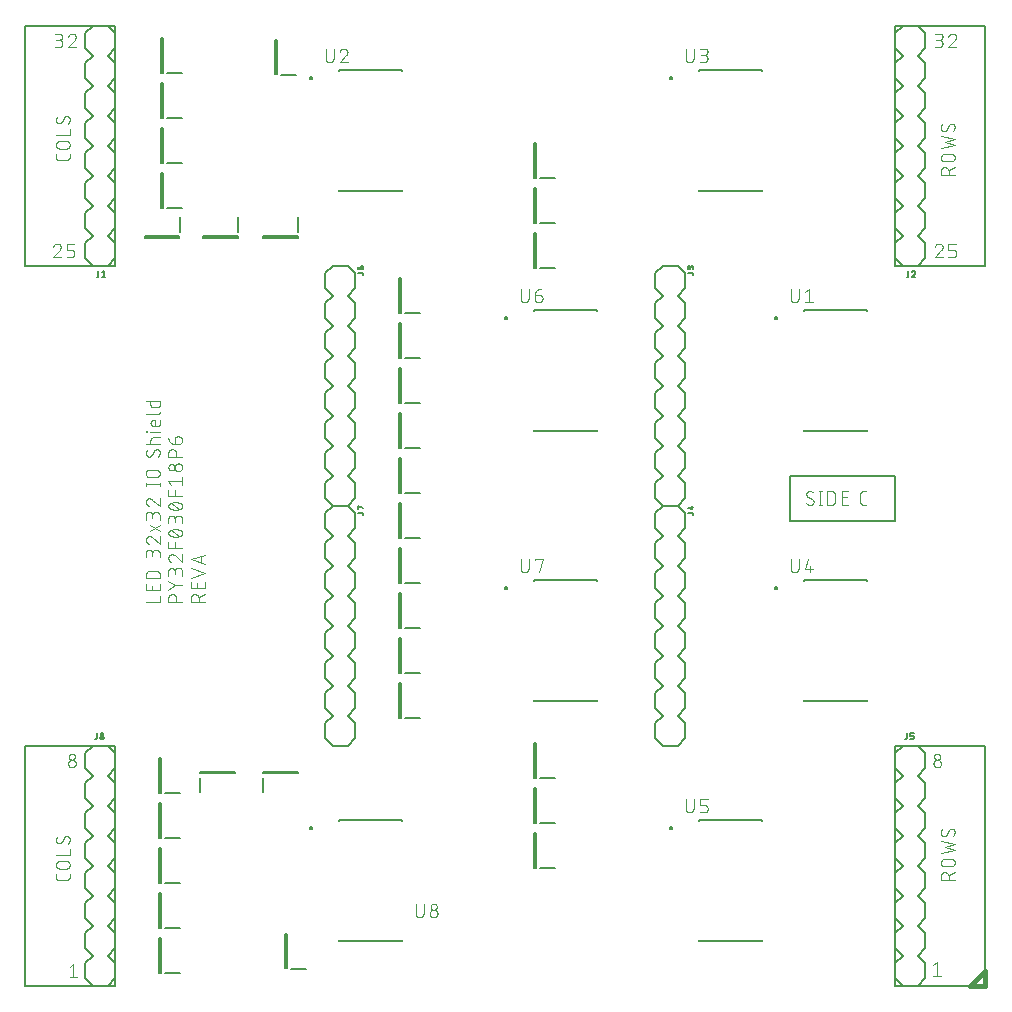
<source format=gbr>
G04 EAGLE Gerber RS-274X export*
G75*
%MOMM*%
%FSLAX34Y34*%
%LPD*%
%INSilkscreen Top*%
%IPPOS*%
%AMOC8*
5,1,8,0,0,1.08239X$1,22.5*%
G01*
%ADD10C,0.101600*%
%ADD11C,0.203200*%
%ADD12C,0.406400*%
%ADD13C,0.200000*%
%ADD14C,0.127000*%


D10*
X664803Y406908D02*
X664902Y406910D01*
X665002Y406916D01*
X665101Y406925D01*
X665199Y406938D01*
X665297Y406955D01*
X665395Y406976D01*
X665491Y407001D01*
X665586Y407029D01*
X665680Y407061D01*
X665773Y407096D01*
X665865Y407135D01*
X665955Y407178D01*
X666043Y407223D01*
X666130Y407273D01*
X666214Y407325D01*
X666297Y407381D01*
X666377Y407439D01*
X666455Y407501D01*
X666530Y407566D01*
X666603Y407634D01*
X666673Y407704D01*
X666741Y407777D01*
X666806Y407852D01*
X666868Y407930D01*
X666926Y408010D01*
X666982Y408093D01*
X667034Y408177D01*
X667084Y408264D01*
X667129Y408352D01*
X667172Y408442D01*
X667211Y408534D01*
X667246Y408627D01*
X667278Y408721D01*
X667306Y408816D01*
X667331Y408912D01*
X667352Y409010D01*
X667369Y409108D01*
X667382Y409206D01*
X667391Y409305D01*
X667397Y409405D01*
X667399Y409504D01*
X664803Y406908D02*
X664659Y406910D01*
X664514Y406916D01*
X664370Y406925D01*
X664227Y406938D01*
X664083Y406955D01*
X663940Y406976D01*
X663798Y407001D01*
X663657Y407029D01*
X663516Y407061D01*
X663376Y407097D01*
X663237Y407136D01*
X663099Y407179D01*
X662963Y407226D01*
X662827Y407276D01*
X662693Y407330D01*
X662561Y407387D01*
X662430Y407448D01*
X662301Y407512D01*
X662173Y407580D01*
X662047Y407650D01*
X661923Y407725D01*
X661802Y407802D01*
X661682Y407883D01*
X661564Y407966D01*
X661449Y408053D01*
X661336Y408143D01*
X661225Y408236D01*
X661117Y408331D01*
X661011Y408430D01*
X660908Y408531D01*
X661233Y415996D02*
X661235Y416095D01*
X661241Y416195D01*
X661250Y416294D01*
X661263Y416392D01*
X661280Y416490D01*
X661301Y416588D01*
X661326Y416684D01*
X661354Y416779D01*
X661386Y416873D01*
X661421Y416966D01*
X661460Y417058D01*
X661503Y417148D01*
X661548Y417236D01*
X661598Y417323D01*
X661650Y417407D01*
X661706Y417490D01*
X661764Y417570D01*
X661826Y417648D01*
X661891Y417723D01*
X661959Y417796D01*
X662029Y417866D01*
X662102Y417934D01*
X662177Y417999D01*
X662255Y418061D01*
X662335Y418119D01*
X662418Y418175D01*
X662502Y418227D01*
X662589Y418277D01*
X662677Y418322D01*
X662767Y418365D01*
X662859Y418404D01*
X662952Y418439D01*
X663046Y418471D01*
X663141Y418499D01*
X663238Y418524D01*
X663335Y418545D01*
X663433Y418562D01*
X663531Y418575D01*
X663630Y418584D01*
X663730Y418590D01*
X663829Y418592D01*
X663965Y418590D01*
X664101Y418584D01*
X664237Y418575D01*
X664373Y418562D01*
X664508Y418544D01*
X664642Y418524D01*
X664776Y418499D01*
X664910Y418471D01*
X665042Y418438D01*
X665173Y418403D01*
X665304Y418363D01*
X665433Y418320D01*
X665561Y418274D01*
X665687Y418223D01*
X665813Y418170D01*
X665936Y418112D01*
X666058Y418052D01*
X666178Y417988D01*
X666297Y417920D01*
X666413Y417850D01*
X666527Y417776D01*
X666640Y417699D01*
X666750Y417618D01*
X662531Y413724D02*
X662445Y413777D01*
X662361Y413834D01*
X662279Y413893D01*
X662199Y413956D01*
X662122Y414022D01*
X662047Y414090D01*
X661975Y414162D01*
X661906Y414236D01*
X661840Y414313D01*
X661777Y414392D01*
X661717Y414474D01*
X661660Y414558D01*
X661606Y414644D01*
X661556Y414732D01*
X661509Y414822D01*
X661465Y414913D01*
X661426Y415007D01*
X661389Y415101D01*
X661357Y415197D01*
X661328Y415295D01*
X661303Y415393D01*
X661282Y415492D01*
X661264Y415592D01*
X661251Y415692D01*
X661241Y415793D01*
X661235Y415895D01*
X661233Y415996D01*
X666101Y411776D02*
X666187Y411723D01*
X666271Y411666D01*
X666353Y411607D01*
X666433Y411544D01*
X666510Y411478D01*
X666585Y411410D01*
X666657Y411338D01*
X666726Y411264D01*
X666792Y411187D01*
X666855Y411108D01*
X666915Y411026D01*
X666972Y410942D01*
X667026Y410856D01*
X667076Y410768D01*
X667123Y410678D01*
X667167Y410587D01*
X667206Y410493D01*
X667243Y410399D01*
X667275Y410303D01*
X667304Y410205D01*
X667329Y410107D01*
X667350Y410008D01*
X667368Y409908D01*
X667381Y409808D01*
X667391Y409707D01*
X667397Y409605D01*
X667399Y409504D01*
X666101Y411776D02*
X662531Y413724D01*
X672917Y418592D02*
X672917Y406908D01*
X674215Y406908D02*
X671618Y406908D01*
X671618Y418592D02*
X674215Y418592D01*
X679196Y418592D02*
X679196Y406908D01*
X679196Y418592D02*
X682442Y418592D01*
X682555Y418590D01*
X682668Y418584D01*
X682781Y418574D01*
X682894Y418560D01*
X683006Y418543D01*
X683117Y418521D01*
X683227Y418496D01*
X683337Y418466D01*
X683445Y418433D01*
X683552Y418396D01*
X683658Y418356D01*
X683762Y418311D01*
X683865Y418263D01*
X683966Y418212D01*
X684065Y418157D01*
X684162Y418099D01*
X684257Y418037D01*
X684350Y417972D01*
X684440Y417904D01*
X684528Y417833D01*
X684614Y417758D01*
X684697Y417681D01*
X684777Y417601D01*
X684854Y417518D01*
X684929Y417432D01*
X685000Y417344D01*
X685068Y417254D01*
X685133Y417161D01*
X685195Y417066D01*
X685253Y416969D01*
X685308Y416870D01*
X685359Y416769D01*
X685407Y416666D01*
X685452Y416562D01*
X685492Y416456D01*
X685529Y416349D01*
X685562Y416241D01*
X685592Y416131D01*
X685617Y416021D01*
X685639Y415910D01*
X685656Y415798D01*
X685670Y415685D01*
X685680Y415572D01*
X685686Y415459D01*
X685688Y415346D01*
X685687Y415346D02*
X685687Y410154D01*
X685688Y410154D02*
X685686Y410041D01*
X685680Y409928D01*
X685670Y409815D01*
X685656Y409702D01*
X685639Y409590D01*
X685617Y409479D01*
X685592Y409369D01*
X685562Y409259D01*
X685529Y409151D01*
X685492Y409044D01*
X685452Y408938D01*
X685407Y408834D01*
X685359Y408731D01*
X685308Y408630D01*
X685253Y408531D01*
X685195Y408434D01*
X685133Y408339D01*
X685068Y408246D01*
X685000Y408156D01*
X684929Y408068D01*
X684854Y407982D01*
X684777Y407899D01*
X684697Y407819D01*
X684614Y407742D01*
X684528Y407667D01*
X684440Y407596D01*
X684350Y407528D01*
X684257Y407463D01*
X684162Y407401D01*
X684065Y407343D01*
X683966Y407288D01*
X683865Y407237D01*
X683762Y407189D01*
X683658Y407144D01*
X683552Y407104D01*
X683445Y407067D01*
X683337Y407034D01*
X683227Y407004D01*
X683117Y406979D01*
X683006Y406957D01*
X682894Y406940D01*
X682781Y406926D01*
X682668Y406916D01*
X682555Y406910D01*
X682442Y406908D01*
X679196Y406908D01*
X691411Y406908D02*
X696603Y406908D01*
X691411Y406908D02*
X691411Y418592D01*
X696603Y418592D01*
X695305Y413399D02*
X691411Y413399D01*
X709572Y406908D02*
X712169Y406908D01*
X709572Y406908D02*
X709473Y406910D01*
X709373Y406916D01*
X709274Y406925D01*
X709176Y406938D01*
X709078Y406955D01*
X708980Y406976D01*
X708884Y407001D01*
X708789Y407029D01*
X708695Y407061D01*
X708602Y407096D01*
X708510Y407135D01*
X708420Y407178D01*
X708332Y407223D01*
X708245Y407273D01*
X708161Y407325D01*
X708078Y407381D01*
X707998Y407439D01*
X707920Y407501D01*
X707845Y407566D01*
X707772Y407634D01*
X707702Y407704D01*
X707634Y407777D01*
X707569Y407852D01*
X707507Y407930D01*
X707449Y408010D01*
X707393Y408093D01*
X707341Y408177D01*
X707291Y408264D01*
X707246Y408352D01*
X707203Y408442D01*
X707164Y408534D01*
X707129Y408627D01*
X707097Y408721D01*
X707069Y408816D01*
X707044Y408912D01*
X707023Y409010D01*
X707006Y409108D01*
X706993Y409206D01*
X706984Y409305D01*
X706978Y409405D01*
X706976Y409504D01*
X706976Y415996D01*
X706978Y416095D01*
X706984Y416195D01*
X706993Y416294D01*
X707006Y416392D01*
X707023Y416490D01*
X707044Y416588D01*
X707069Y416684D01*
X707097Y416779D01*
X707129Y416873D01*
X707164Y416966D01*
X707203Y417058D01*
X707246Y417148D01*
X707291Y417236D01*
X707341Y417323D01*
X707393Y417407D01*
X707449Y417490D01*
X707507Y417570D01*
X707569Y417648D01*
X707634Y417723D01*
X707702Y417796D01*
X707772Y417866D01*
X707845Y417934D01*
X707920Y417999D01*
X707998Y418061D01*
X708078Y418119D01*
X708161Y418175D01*
X708245Y418227D01*
X708332Y418277D01*
X708420Y418322D01*
X708510Y418365D01*
X708602Y418404D01*
X708694Y418439D01*
X708789Y418471D01*
X708884Y418499D01*
X708980Y418524D01*
X709078Y418545D01*
X709176Y418562D01*
X709274Y418575D01*
X709373Y418584D01*
X709473Y418590D01*
X709572Y418592D01*
X712169Y418592D01*
D11*
X736600Y431800D02*
X736600Y393700D01*
X736600Y431800D02*
X647700Y431800D01*
X647700Y393700D01*
X736600Y393700D01*
D10*
X37592Y701604D02*
X37592Y704201D01*
X37592Y701604D02*
X37590Y701505D01*
X37584Y701405D01*
X37575Y701306D01*
X37562Y701208D01*
X37545Y701110D01*
X37524Y701012D01*
X37499Y700916D01*
X37471Y700821D01*
X37439Y700727D01*
X37404Y700634D01*
X37365Y700542D01*
X37322Y700452D01*
X37277Y700364D01*
X37227Y700277D01*
X37175Y700193D01*
X37119Y700110D01*
X37061Y700030D01*
X36999Y699952D01*
X36934Y699877D01*
X36866Y699804D01*
X36796Y699734D01*
X36723Y699666D01*
X36648Y699601D01*
X36570Y699539D01*
X36490Y699481D01*
X36407Y699425D01*
X36323Y699373D01*
X36236Y699323D01*
X36148Y699278D01*
X36058Y699235D01*
X35966Y699196D01*
X35873Y699161D01*
X35779Y699129D01*
X35684Y699101D01*
X35588Y699076D01*
X35490Y699055D01*
X35392Y699038D01*
X35294Y699025D01*
X35195Y699016D01*
X35095Y699010D01*
X34996Y699008D01*
X28504Y699008D01*
X28405Y699010D01*
X28305Y699016D01*
X28206Y699025D01*
X28108Y699038D01*
X28010Y699056D01*
X27912Y699076D01*
X27816Y699101D01*
X27720Y699129D01*
X27626Y699161D01*
X27533Y699196D01*
X27442Y699235D01*
X27352Y699278D01*
X27263Y699323D01*
X27177Y699373D01*
X27092Y699425D01*
X27010Y699481D01*
X26930Y699540D01*
X26852Y699601D01*
X26776Y699666D01*
X26703Y699734D01*
X26633Y699804D01*
X26565Y699877D01*
X26500Y699953D01*
X26439Y700031D01*
X26380Y700111D01*
X26324Y700193D01*
X26272Y700278D01*
X26223Y700364D01*
X26177Y700453D01*
X26134Y700543D01*
X26095Y700634D01*
X26060Y700727D01*
X26028Y700821D01*
X26000Y700917D01*
X25975Y701013D01*
X25955Y701111D01*
X25937Y701209D01*
X25924Y701307D01*
X25915Y701406D01*
X25909Y701505D01*
X25907Y701605D01*
X25908Y701604D02*
X25908Y704201D01*
X29154Y708566D02*
X34346Y708566D01*
X29154Y708566D02*
X29041Y708568D01*
X28928Y708574D01*
X28815Y708584D01*
X28702Y708598D01*
X28590Y708615D01*
X28479Y708637D01*
X28369Y708662D01*
X28259Y708692D01*
X28151Y708725D01*
X28044Y708762D01*
X27938Y708802D01*
X27834Y708847D01*
X27731Y708895D01*
X27630Y708946D01*
X27531Y709001D01*
X27434Y709059D01*
X27339Y709121D01*
X27246Y709186D01*
X27156Y709254D01*
X27068Y709325D01*
X26982Y709400D01*
X26899Y709477D01*
X26819Y709557D01*
X26742Y709640D01*
X26667Y709726D01*
X26596Y709814D01*
X26528Y709904D01*
X26463Y709997D01*
X26401Y710092D01*
X26343Y710189D01*
X26288Y710288D01*
X26237Y710389D01*
X26189Y710492D01*
X26144Y710596D01*
X26104Y710702D01*
X26067Y710809D01*
X26034Y710917D01*
X26004Y711027D01*
X25979Y711137D01*
X25957Y711248D01*
X25940Y711360D01*
X25926Y711473D01*
X25916Y711586D01*
X25910Y711699D01*
X25908Y711812D01*
X25910Y711925D01*
X25916Y712038D01*
X25926Y712151D01*
X25940Y712264D01*
X25957Y712376D01*
X25979Y712487D01*
X26004Y712597D01*
X26034Y712707D01*
X26067Y712815D01*
X26104Y712922D01*
X26144Y713028D01*
X26189Y713132D01*
X26237Y713235D01*
X26288Y713336D01*
X26343Y713435D01*
X26401Y713532D01*
X26463Y713627D01*
X26528Y713720D01*
X26596Y713810D01*
X26667Y713898D01*
X26742Y713984D01*
X26819Y714067D01*
X26899Y714147D01*
X26982Y714224D01*
X27068Y714299D01*
X27156Y714370D01*
X27246Y714438D01*
X27339Y714503D01*
X27434Y714565D01*
X27531Y714623D01*
X27630Y714678D01*
X27731Y714729D01*
X27834Y714777D01*
X27938Y714822D01*
X28044Y714862D01*
X28151Y714899D01*
X28259Y714932D01*
X28369Y714962D01*
X28479Y714987D01*
X28590Y715009D01*
X28702Y715026D01*
X28815Y715040D01*
X28928Y715050D01*
X29041Y715056D01*
X29154Y715058D01*
X29154Y715057D02*
X34346Y715057D01*
X34346Y715058D02*
X34459Y715056D01*
X34572Y715050D01*
X34685Y715040D01*
X34798Y715026D01*
X34910Y715009D01*
X35021Y714987D01*
X35131Y714962D01*
X35241Y714932D01*
X35349Y714899D01*
X35456Y714862D01*
X35562Y714822D01*
X35666Y714777D01*
X35769Y714729D01*
X35870Y714678D01*
X35969Y714623D01*
X36066Y714565D01*
X36161Y714503D01*
X36254Y714438D01*
X36344Y714370D01*
X36432Y714299D01*
X36518Y714224D01*
X36601Y714147D01*
X36681Y714067D01*
X36758Y713984D01*
X36833Y713898D01*
X36904Y713810D01*
X36972Y713720D01*
X37037Y713627D01*
X37099Y713532D01*
X37157Y713435D01*
X37212Y713336D01*
X37263Y713235D01*
X37311Y713132D01*
X37356Y713028D01*
X37396Y712922D01*
X37433Y712815D01*
X37466Y712707D01*
X37496Y712597D01*
X37521Y712487D01*
X37543Y712376D01*
X37560Y712264D01*
X37574Y712151D01*
X37584Y712038D01*
X37590Y711925D01*
X37592Y711812D01*
X37590Y711699D01*
X37584Y711586D01*
X37574Y711473D01*
X37560Y711360D01*
X37543Y711248D01*
X37521Y711137D01*
X37496Y711027D01*
X37466Y710917D01*
X37433Y710809D01*
X37396Y710702D01*
X37356Y710596D01*
X37311Y710492D01*
X37263Y710389D01*
X37212Y710288D01*
X37157Y710189D01*
X37099Y710092D01*
X37037Y709997D01*
X36972Y709904D01*
X36904Y709814D01*
X36833Y709726D01*
X36758Y709640D01*
X36681Y709557D01*
X36601Y709477D01*
X36518Y709400D01*
X36432Y709325D01*
X36344Y709254D01*
X36254Y709186D01*
X36161Y709121D01*
X36066Y709059D01*
X35969Y709001D01*
X35870Y708946D01*
X35769Y708895D01*
X35666Y708847D01*
X35562Y708802D01*
X35456Y708762D01*
X35349Y708725D01*
X35241Y708692D01*
X35131Y708662D01*
X35021Y708637D01*
X34910Y708615D01*
X34798Y708598D01*
X34685Y708584D01*
X34572Y708574D01*
X34459Y708568D01*
X34346Y708566D01*
X37592Y720400D02*
X25908Y720400D01*
X37592Y720400D02*
X37592Y725593D01*
X37592Y733416D02*
X37590Y733515D01*
X37584Y733615D01*
X37575Y733714D01*
X37562Y733812D01*
X37545Y733910D01*
X37524Y734008D01*
X37499Y734104D01*
X37471Y734199D01*
X37439Y734293D01*
X37404Y734386D01*
X37365Y734478D01*
X37322Y734568D01*
X37277Y734656D01*
X37227Y734743D01*
X37175Y734827D01*
X37119Y734910D01*
X37061Y734990D01*
X36999Y735068D01*
X36934Y735143D01*
X36866Y735216D01*
X36796Y735286D01*
X36723Y735354D01*
X36648Y735419D01*
X36570Y735481D01*
X36490Y735539D01*
X36407Y735595D01*
X36323Y735647D01*
X36236Y735697D01*
X36148Y735742D01*
X36058Y735785D01*
X35966Y735824D01*
X35873Y735859D01*
X35779Y735891D01*
X35684Y735919D01*
X35588Y735944D01*
X35490Y735965D01*
X35392Y735982D01*
X35294Y735995D01*
X35195Y736004D01*
X35095Y736010D01*
X34996Y736012D01*
X37592Y733416D02*
X37590Y733272D01*
X37584Y733127D01*
X37575Y732983D01*
X37562Y732840D01*
X37545Y732696D01*
X37524Y732553D01*
X37499Y732411D01*
X37471Y732270D01*
X37439Y732129D01*
X37403Y731989D01*
X37364Y731850D01*
X37321Y731712D01*
X37274Y731576D01*
X37224Y731440D01*
X37170Y731306D01*
X37113Y731174D01*
X37052Y731043D01*
X36988Y730914D01*
X36920Y730786D01*
X36850Y730660D01*
X36775Y730536D01*
X36698Y730415D01*
X36617Y730295D01*
X36534Y730177D01*
X36447Y730062D01*
X36357Y729949D01*
X36264Y729838D01*
X36169Y729730D01*
X36070Y729624D01*
X35969Y729521D01*
X28504Y729846D02*
X28405Y729848D01*
X28305Y729854D01*
X28206Y729863D01*
X28108Y729876D01*
X28010Y729893D01*
X27912Y729914D01*
X27816Y729939D01*
X27721Y729967D01*
X27627Y729999D01*
X27534Y730034D01*
X27442Y730073D01*
X27352Y730116D01*
X27264Y730161D01*
X27177Y730211D01*
X27093Y730263D01*
X27010Y730319D01*
X26930Y730377D01*
X26852Y730439D01*
X26777Y730504D01*
X26704Y730572D01*
X26634Y730642D01*
X26566Y730715D01*
X26501Y730790D01*
X26439Y730868D01*
X26381Y730948D01*
X26325Y731031D01*
X26273Y731115D01*
X26223Y731202D01*
X26178Y731290D01*
X26135Y731380D01*
X26096Y731472D01*
X26061Y731565D01*
X26029Y731659D01*
X26001Y731754D01*
X25976Y731850D01*
X25955Y731948D01*
X25938Y732046D01*
X25925Y732144D01*
X25916Y732243D01*
X25910Y732343D01*
X25908Y732442D01*
X25910Y732578D01*
X25916Y732714D01*
X25925Y732850D01*
X25938Y732986D01*
X25956Y733121D01*
X25976Y733255D01*
X26001Y733389D01*
X26029Y733523D01*
X26062Y733655D01*
X26097Y733786D01*
X26137Y733917D01*
X26180Y734046D01*
X26226Y734174D01*
X26277Y734300D01*
X26330Y734426D01*
X26388Y734549D01*
X26448Y734671D01*
X26512Y734791D01*
X26580Y734910D01*
X26650Y735026D01*
X26724Y735140D01*
X26801Y735253D01*
X26882Y735363D01*
X30776Y731144D02*
X30723Y731058D01*
X30666Y730974D01*
X30607Y730892D01*
X30544Y730812D01*
X30478Y730735D01*
X30410Y730660D01*
X30338Y730588D01*
X30264Y730519D01*
X30187Y730453D01*
X30108Y730390D01*
X30026Y730330D01*
X29942Y730273D01*
X29856Y730219D01*
X29768Y730169D01*
X29678Y730122D01*
X29587Y730078D01*
X29493Y730039D01*
X29399Y730002D01*
X29303Y729970D01*
X29205Y729941D01*
X29107Y729916D01*
X29008Y729895D01*
X28908Y729877D01*
X28808Y729864D01*
X28707Y729854D01*
X28605Y729848D01*
X28504Y729846D01*
X32724Y734714D02*
X32777Y734800D01*
X32834Y734884D01*
X32893Y734966D01*
X32956Y735046D01*
X33022Y735123D01*
X33090Y735198D01*
X33162Y735270D01*
X33236Y735339D01*
X33313Y735405D01*
X33392Y735468D01*
X33474Y735528D01*
X33558Y735585D01*
X33644Y735639D01*
X33732Y735689D01*
X33822Y735736D01*
X33913Y735780D01*
X34007Y735819D01*
X34101Y735856D01*
X34197Y735888D01*
X34295Y735917D01*
X34393Y735942D01*
X34492Y735963D01*
X34592Y735981D01*
X34692Y735994D01*
X34793Y736004D01*
X34895Y736010D01*
X34996Y736012D01*
X32724Y734714D02*
X30776Y731144D01*
X775208Y686308D02*
X786892Y686308D01*
X775208Y686308D02*
X775208Y689554D01*
X775210Y689667D01*
X775216Y689780D01*
X775226Y689893D01*
X775240Y690006D01*
X775257Y690118D01*
X775279Y690229D01*
X775304Y690339D01*
X775334Y690449D01*
X775367Y690557D01*
X775404Y690664D01*
X775444Y690770D01*
X775489Y690874D01*
X775537Y690977D01*
X775588Y691078D01*
X775643Y691177D01*
X775701Y691274D01*
X775763Y691369D01*
X775828Y691462D01*
X775896Y691552D01*
X775967Y691640D01*
X776042Y691726D01*
X776119Y691809D01*
X776199Y691889D01*
X776282Y691966D01*
X776368Y692041D01*
X776456Y692112D01*
X776546Y692180D01*
X776639Y692245D01*
X776734Y692307D01*
X776831Y692365D01*
X776930Y692420D01*
X777031Y692471D01*
X777134Y692519D01*
X777238Y692564D01*
X777344Y692604D01*
X777451Y692641D01*
X777559Y692674D01*
X777669Y692704D01*
X777779Y692729D01*
X777890Y692751D01*
X778002Y692768D01*
X778115Y692782D01*
X778228Y692792D01*
X778341Y692798D01*
X778454Y692800D01*
X778567Y692798D01*
X778680Y692792D01*
X778793Y692782D01*
X778906Y692768D01*
X779018Y692751D01*
X779129Y692729D01*
X779239Y692704D01*
X779349Y692674D01*
X779457Y692641D01*
X779564Y692604D01*
X779670Y692564D01*
X779774Y692519D01*
X779877Y692471D01*
X779978Y692420D01*
X780077Y692365D01*
X780174Y692307D01*
X780269Y692245D01*
X780362Y692180D01*
X780452Y692112D01*
X780540Y692041D01*
X780626Y691966D01*
X780709Y691889D01*
X780789Y691809D01*
X780866Y691726D01*
X780941Y691640D01*
X781012Y691552D01*
X781080Y691462D01*
X781145Y691369D01*
X781207Y691274D01*
X781265Y691177D01*
X781320Y691078D01*
X781371Y690977D01*
X781419Y690874D01*
X781464Y690770D01*
X781504Y690664D01*
X781541Y690557D01*
X781574Y690449D01*
X781604Y690339D01*
X781629Y690229D01*
X781651Y690118D01*
X781668Y690006D01*
X781682Y689893D01*
X781692Y689780D01*
X781698Y689667D01*
X781700Y689554D01*
X781699Y689554D02*
X781699Y686308D01*
X781699Y690203D02*
X786892Y692799D01*
X783646Y697664D02*
X778454Y697664D01*
X778341Y697666D01*
X778228Y697672D01*
X778115Y697682D01*
X778002Y697696D01*
X777890Y697713D01*
X777779Y697735D01*
X777669Y697760D01*
X777559Y697790D01*
X777451Y697823D01*
X777344Y697860D01*
X777238Y697900D01*
X777134Y697945D01*
X777031Y697993D01*
X776930Y698044D01*
X776831Y698099D01*
X776734Y698157D01*
X776639Y698219D01*
X776546Y698284D01*
X776456Y698352D01*
X776368Y698423D01*
X776282Y698498D01*
X776199Y698575D01*
X776119Y698655D01*
X776042Y698738D01*
X775967Y698824D01*
X775896Y698912D01*
X775828Y699002D01*
X775763Y699095D01*
X775701Y699190D01*
X775643Y699287D01*
X775588Y699386D01*
X775537Y699487D01*
X775489Y699590D01*
X775444Y699694D01*
X775404Y699800D01*
X775367Y699907D01*
X775334Y700015D01*
X775304Y700125D01*
X775279Y700235D01*
X775257Y700346D01*
X775240Y700458D01*
X775226Y700571D01*
X775216Y700684D01*
X775210Y700797D01*
X775208Y700910D01*
X775210Y701023D01*
X775216Y701136D01*
X775226Y701249D01*
X775240Y701362D01*
X775257Y701474D01*
X775279Y701585D01*
X775304Y701695D01*
X775334Y701805D01*
X775367Y701913D01*
X775404Y702020D01*
X775444Y702126D01*
X775489Y702230D01*
X775537Y702333D01*
X775588Y702434D01*
X775643Y702533D01*
X775701Y702630D01*
X775763Y702725D01*
X775828Y702818D01*
X775896Y702908D01*
X775967Y702996D01*
X776042Y703082D01*
X776119Y703165D01*
X776199Y703245D01*
X776282Y703322D01*
X776368Y703397D01*
X776456Y703468D01*
X776546Y703536D01*
X776639Y703601D01*
X776734Y703663D01*
X776831Y703721D01*
X776930Y703776D01*
X777031Y703827D01*
X777134Y703875D01*
X777238Y703920D01*
X777344Y703960D01*
X777451Y703997D01*
X777559Y704030D01*
X777669Y704060D01*
X777779Y704085D01*
X777890Y704107D01*
X778002Y704124D01*
X778115Y704138D01*
X778228Y704148D01*
X778341Y704154D01*
X778454Y704156D01*
X778454Y704155D02*
X783646Y704155D01*
X783646Y704156D02*
X783759Y704154D01*
X783872Y704148D01*
X783985Y704138D01*
X784098Y704124D01*
X784210Y704107D01*
X784321Y704085D01*
X784431Y704060D01*
X784541Y704030D01*
X784649Y703997D01*
X784756Y703960D01*
X784862Y703920D01*
X784966Y703875D01*
X785069Y703827D01*
X785170Y703776D01*
X785269Y703721D01*
X785366Y703663D01*
X785461Y703601D01*
X785554Y703536D01*
X785644Y703468D01*
X785732Y703397D01*
X785818Y703322D01*
X785901Y703245D01*
X785981Y703165D01*
X786058Y703082D01*
X786133Y702996D01*
X786204Y702908D01*
X786272Y702818D01*
X786337Y702725D01*
X786399Y702630D01*
X786457Y702533D01*
X786512Y702434D01*
X786563Y702333D01*
X786611Y702230D01*
X786656Y702126D01*
X786696Y702020D01*
X786733Y701913D01*
X786766Y701805D01*
X786796Y701695D01*
X786821Y701585D01*
X786843Y701474D01*
X786860Y701362D01*
X786874Y701249D01*
X786884Y701136D01*
X786890Y701023D01*
X786892Y700910D01*
X786890Y700797D01*
X786884Y700684D01*
X786874Y700571D01*
X786860Y700458D01*
X786843Y700346D01*
X786821Y700235D01*
X786796Y700125D01*
X786766Y700015D01*
X786733Y699907D01*
X786696Y699800D01*
X786656Y699694D01*
X786611Y699590D01*
X786563Y699487D01*
X786512Y699386D01*
X786457Y699287D01*
X786399Y699190D01*
X786337Y699095D01*
X786272Y699002D01*
X786204Y698912D01*
X786133Y698824D01*
X786058Y698738D01*
X785981Y698655D01*
X785901Y698575D01*
X785818Y698498D01*
X785732Y698423D01*
X785644Y698352D01*
X785554Y698284D01*
X785461Y698219D01*
X785366Y698157D01*
X785269Y698099D01*
X785170Y698044D01*
X785069Y697993D01*
X784966Y697945D01*
X784862Y697900D01*
X784756Y697860D01*
X784649Y697823D01*
X784541Y697790D01*
X784431Y697760D01*
X784321Y697735D01*
X784210Y697713D01*
X784098Y697696D01*
X783985Y697682D01*
X783872Y697672D01*
X783759Y697666D01*
X783646Y697664D01*
X775208Y708671D02*
X786892Y711267D01*
X779103Y713864D01*
X786892Y716460D01*
X775208Y719057D01*
X784296Y729682D02*
X784395Y729680D01*
X784495Y729674D01*
X784594Y729665D01*
X784692Y729652D01*
X784790Y729635D01*
X784888Y729614D01*
X784984Y729589D01*
X785079Y729561D01*
X785173Y729529D01*
X785266Y729494D01*
X785358Y729455D01*
X785448Y729412D01*
X785536Y729367D01*
X785623Y729317D01*
X785707Y729265D01*
X785790Y729209D01*
X785870Y729151D01*
X785948Y729089D01*
X786023Y729024D01*
X786096Y728956D01*
X786166Y728886D01*
X786234Y728813D01*
X786299Y728738D01*
X786361Y728660D01*
X786419Y728580D01*
X786475Y728497D01*
X786527Y728413D01*
X786577Y728326D01*
X786622Y728238D01*
X786665Y728148D01*
X786704Y728056D01*
X786739Y727963D01*
X786771Y727869D01*
X786799Y727774D01*
X786824Y727678D01*
X786845Y727580D01*
X786862Y727482D01*
X786875Y727384D01*
X786884Y727285D01*
X786890Y727185D01*
X786892Y727086D01*
X786890Y726942D01*
X786884Y726797D01*
X786875Y726653D01*
X786862Y726510D01*
X786845Y726366D01*
X786824Y726223D01*
X786799Y726081D01*
X786771Y725940D01*
X786739Y725799D01*
X786703Y725659D01*
X786664Y725520D01*
X786621Y725382D01*
X786574Y725246D01*
X786524Y725110D01*
X786470Y724976D01*
X786413Y724844D01*
X786352Y724713D01*
X786288Y724584D01*
X786220Y724456D01*
X786150Y724330D01*
X786075Y724206D01*
X785998Y724085D01*
X785917Y723965D01*
X785834Y723847D01*
X785747Y723732D01*
X785657Y723619D01*
X785564Y723508D01*
X785469Y723400D01*
X785370Y723294D01*
X785269Y723191D01*
X777804Y723516D02*
X777705Y723518D01*
X777605Y723524D01*
X777506Y723533D01*
X777408Y723546D01*
X777310Y723563D01*
X777212Y723584D01*
X777116Y723609D01*
X777021Y723637D01*
X776927Y723669D01*
X776834Y723704D01*
X776742Y723743D01*
X776652Y723786D01*
X776564Y723831D01*
X776477Y723881D01*
X776393Y723933D01*
X776310Y723989D01*
X776230Y724047D01*
X776152Y724109D01*
X776077Y724174D01*
X776004Y724242D01*
X775934Y724312D01*
X775866Y724385D01*
X775801Y724460D01*
X775739Y724538D01*
X775681Y724618D01*
X775625Y724701D01*
X775573Y724785D01*
X775523Y724872D01*
X775478Y724960D01*
X775435Y725050D01*
X775396Y725142D01*
X775361Y725235D01*
X775329Y725329D01*
X775301Y725424D01*
X775276Y725520D01*
X775255Y725618D01*
X775238Y725716D01*
X775225Y725814D01*
X775216Y725913D01*
X775210Y726013D01*
X775208Y726112D01*
X775210Y726248D01*
X775216Y726384D01*
X775225Y726520D01*
X775238Y726656D01*
X775256Y726791D01*
X775276Y726925D01*
X775301Y727059D01*
X775329Y727193D01*
X775362Y727325D01*
X775397Y727456D01*
X775437Y727587D01*
X775480Y727716D01*
X775526Y727844D01*
X775577Y727970D01*
X775630Y728096D01*
X775688Y728219D01*
X775748Y728341D01*
X775812Y728461D01*
X775880Y728580D01*
X775950Y728696D01*
X776024Y728810D01*
X776101Y728923D01*
X776182Y729033D01*
X780076Y724814D02*
X780023Y724728D01*
X779966Y724644D01*
X779907Y724562D01*
X779844Y724482D01*
X779778Y724405D01*
X779710Y724330D01*
X779638Y724258D01*
X779564Y724189D01*
X779487Y724123D01*
X779408Y724060D01*
X779326Y724000D01*
X779242Y723943D01*
X779156Y723889D01*
X779068Y723839D01*
X778978Y723792D01*
X778887Y723748D01*
X778793Y723709D01*
X778699Y723672D01*
X778603Y723640D01*
X778505Y723611D01*
X778407Y723586D01*
X778308Y723565D01*
X778208Y723547D01*
X778108Y723534D01*
X778007Y723524D01*
X777905Y723518D01*
X777804Y723516D01*
X782024Y728384D02*
X782077Y728470D01*
X782134Y728554D01*
X782193Y728636D01*
X782256Y728716D01*
X782322Y728793D01*
X782390Y728868D01*
X782462Y728940D01*
X782536Y729009D01*
X782613Y729075D01*
X782692Y729138D01*
X782774Y729198D01*
X782858Y729255D01*
X782944Y729309D01*
X783032Y729359D01*
X783122Y729406D01*
X783213Y729450D01*
X783307Y729489D01*
X783401Y729526D01*
X783497Y729558D01*
X783595Y729587D01*
X783693Y729612D01*
X783792Y729633D01*
X783892Y729651D01*
X783992Y729664D01*
X784093Y729674D01*
X784195Y729680D01*
X784296Y729682D01*
X782024Y728384D02*
X780076Y724814D01*
X37592Y94601D02*
X37592Y92004D01*
X37590Y91905D01*
X37584Y91805D01*
X37575Y91706D01*
X37562Y91608D01*
X37545Y91510D01*
X37524Y91412D01*
X37499Y91316D01*
X37471Y91221D01*
X37439Y91127D01*
X37404Y91034D01*
X37365Y90942D01*
X37322Y90852D01*
X37277Y90764D01*
X37227Y90677D01*
X37175Y90593D01*
X37119Y90510D01*
X37061Y90430D01*
X36999Y90352D01*
X36934Y90277D01*
X36866Y90204D01*
X36796Y90134D01*
X36723Y90066D01*
X36648Y90001D01*
X36570Y89939D01*
X36490Y89881D01*
X36407Y89825D01*
X36323Y89773D01*
X36236Y89723D01*
X36148Y89678D01*
X36058Y89635D01*
X35966Y89596D01*
X35873Y89561D01*
X35779Y89529D01*
X35684Y89501D01*
X35588Y89476D01*
X35490Y89455D01*
X35392Y89438D01*
X35294Y89425D01*
X35195Y89416D01*
X35095Y89410D01*
X34996Y89408D01*
X28504Y89408D01*
X28405Y89410D01*
X28305Y89416D01*
X28206Y89425D01*
X28108Y89438D01*
X28010Y89456D01*
X27912Y89476D01*
X27816Y89501D01*
X27720Y89529D01*
X27626Y89561D01*
X27533Y89596D01*
X27442Y89635D01*
X27352Y89678D01*
X27263Y89723D01*
X27177Y89773D01*
X27092Y89825D01*
X27010Y89881D01*
X26930Y89940D01*
X26852Y90001D01*
X26776Y90066D01*
X26703Y90134D01*
X26633Y90204D01*
X26565Y90277D01*
X26500Y90353D01*
X26439Y90431D01*
X26380Y90511D01*
X26324Y90593D01*
X26272Y90678D01*
X26223Y90764D01*
X26177Y90853D01*
X26134Y90943D01*
X26095Y91034D01*
X26060Y91127D01*
X26028Y91221D01*
X26000Y91317D01*
X25975Y91413D01*
X25955Y91511D01*
X25937Y91609D01*
X25924Y91707D01*
X25915Y91806D01*
X25909Y91905D01*
X25907Y92005D01*
X25908Y92004D02*
X25908Y94601D01*
X29154Y98966D02*
X34346Y98966D01*
X29154Y98966D02*
X29041Y98968D01*
X28928Y98974D01*
X28815Y98984D01*
X28702Y98998D01*
X28590Y99015D01*
X28479Y99037D01*
X28369Y99062D01*
X28259Y99092D01*
X28151Y99125D01*
X28044Y99162D01*
X27938Y99202D01*
X27834Y99247D01*
X27731Y99295D01*
X27630Y99346D01*
X27531Y99401D01*
X27434Y99459D01*
X27339Y99521D01*
X27246Y99586D01*
X27156Y99654D01*
X27068Y99725D01*
X26982Y99800D01*
X26899Y99877D01*
X26819Y99957D01*
X26742Y100040D01*
X26667Y100126D01*
X26596Y100214D01*
X26528Y100304D01*
X26463Y100397D01*
X26401Y100492D01*
X26343Y100589D01*
X26288Y100688D01*
X26237Y100789D01*
X26189Y100892D01*
X26144Y100996D01*
X26104Y101102D01*
X26067Y101209D01*
X26034Y101317D01*
X26004Y101427D01*
X25979Y101537D01*
X25957Y101648D01*
X25940Y101760D01*
X25926Y101873D01*
X25916Y101986D01*
X25910Y102099D01*
X25908Y102212D01*
X25910Y102325D01*
X25916Y102438D01*
X25926Y102551D01*
X25940Y102664D01*
X25957Y102776D01*
X25979Y102887D01*
X26004Y102997D01*
X26034Y103107D01*
X26067Y103215D01*
X26104Y103322D01*
X26144Y103428D01*
X26189Y103532D01*
X26237Y103635D01*
X26288Y103736D01*
X26343Y103835D01*
X26401Y103932D01*
X26463Y104027D01*
X26528Y104120D01*
X26596Y104210D01*
X26667Y104298D01*
X26742Y104384D01*
X26819Y104467D01*
X26899Y104547D01*
X26982Y104624D01*
X27068Y104699D01*
X27156Y104770D01*
X27246Y104838D01*
X27339Y104903D01*
X27434Y104965D01*
X27531Y105023D01*
X27630Y105078D01*
X27731Y105129D01*
X27834Y105177D01*
X27938Y105222D01*
X28044Y105262D01*
X28151Y105299D01*
X28259Y105332D01*
X28369Y105362D01*
X28479Y105387D01*
X28590Y105409D01*
X28702Y105426D01*
X28815Y105440D01*
X28928Y105450D01*
X29041Y105456D01*
X29154Y105458D01*
X29154Y105457D02*
X34346Y105457D01*
X34346Y105458D02*
X34459Y105456D01*
X34572Y105450D01*
X34685Y105440D01*
X34798Y105426D01*
X34910Y105409D01*
X35021Y105387D01*
X35131Y105362D01*
X35241Y105332D01*
X35349Y105299D01*
X35456Y105262D01*
X35562Y105222D01*
X35666Y105177D01*
X35769Y105129D01*
X35870Y105078D01*
X35969Y105023D01*
X36066Y104965D01*
X36161Y104903D01*
X36254Y104838D01*
X36344Y104770D01*
X36432Y104699D01*
X36518Y104624D01*
X36601Y104547D01*
X36681Y104467D01*
X36758Y104384D01*
X36833Y104298D01*
X36904Y104210D01*
X36972Y104120D01*
X37037Y104027D01*
X37099Y103932D01*
X37157Y103835D01*
X37212Y103736D01*
X37263Y103635D01*
X37311Y103532D01*
X37356Y103428D01*
X37396Y103322D01*
X37433Y103215D01*
X37466Y103107D01*
X37496Y102997D01*
X37521Y102887D01*
X37543Y102776D01*
X37560Y102664D01*
X37574Y102551D01*
X37584Y102438D01*
X37590Y102325D01*
X37592Y102212D01*
X37590Y102099D01*
X37584Y101986D01*
X37574Y101873D01*
X37560Y101760D01*
X37543Y101648D01*
X37521Y101537D01*
X37496Y101427D01*
X37466Y101317D01*
X37433Y101209D01*
X37396Y101102D01*
X37356Y100996D01*
X37311Y100892D01*
X37263Y100789D01*
X37212Y100688D01*
X37157Y100589D01*
X37099Y100492D01*
X37037Y100397D01*
X36972Y100304D01*
X36904Y100214D01*
X36833Y100126D01*
X36758Y100040D01*
X36681Y99957D01*
X36601Y99877D01*
X36518Y99800D01*
X36432Y99725D01*
X36344Y99654D01*
X36254Y99586D01*
X36161Y99521D01*
X36066Y99459D01*
X35969Y99401D01*
X35870Y99346D01*
X35769Y99295D01*
X35666Y99247D01*
X35562Y99202D01*
X35456Y99162D01*
X35349Y99125D01*
X35241Y99092D01*
X35131Y99062D01*
X35021Y99037D01*
X34910Y99015D01*
X34798Y98998D01*
X34685Y98984D01*
X34572Y98974D01*
X34459Y98968D01*
X34346Y98966D01*
X37592Y110800D02*
X25908Y110800D01*
X37592Y110800D02*
X37592Y115993D01*
X37592Y123816D02*
X37590Y123915D01*
X37584Y124015D01*
X37575Y124114D01*
X37562Y124212D01*
X37545Y124310D01*
X37524Y124408D01*
X37499Y124504D01*
X37471Y124599D01*
X37439Y124693D01*
X37404Y124786D01*
X37365Y124878D01*
X37322Y124968D01*
X37277Y125056D01*
X37227Y125143D01*
X37175Y125227D01*
X37119Y125310D01*
X37061Y125390D01*
X36999Y125468D01*
X36934Y125543D01*
X36866Y125616D01*
X36796Y125686D01*
X36723Y125754D01*
X36648Y125819D01*
X36570Y125881D01*
X36490Y125939D01*
X36407Y125995D01*
X36323Y126047D01*
X36236Y126097D01*
X36148Y126142D01*
X36058Y126185D01*
X35966Y126224D01*
X35873Y126259D01*
X35779Y126291D01*
X35684Y126319D01*
X35588Y126344D01*
X35490Y126365D01*
X35392Y126382D01*
X35294Y126395D01*
X35195Y126404D01*
X35095Y126410D01*
X34996Y126412D01*
X37592Y123816D02*
X37590Y123672D01*
X37584Y123527D01*
X37575Y123383D01*
X37562Y123240D01*
X37545Y123096D01*
X37524Y122953D01*
X37499Y122811D01*
X37471Y122670D01*
X37439Y122529D01*
X37403Y122389D01*
X37364Y122250D01*
X37321Y122112D01*
X37274Y121976D01*
X37224Y121840D01*
X37170Y121706D01*
X37113Y121574D01*
X37052Y121443D01*
X36988Y121314D01*
X36920Y121186D01*
X36850Y121060D01*
X36775Y120936D01*
X36698Y120815D01*
X36617Y120695D01*
X36534Y120577D01*
X36447Y120462D01*
X36357Y120349D01*
X36264Y120238D01*
X36169Y120130D01*
X36070Y120024D01*
X35969Y119921D01*
X28504Y120246D02*
X28405Y120248D01*
X28305Y120254D01*
X28206Y120263D01*
X28108Y120276D01*
X28010Y120293D01*
X27912Y120314D01*
X27816Y120339D01*
X27721Y120367D01*
X27627Y120399D01*
X27534Y120434D01*
X27442Y120473D01*
X27352Y120516D01*
X27264Y120561D01*
X27177Y120611D01*
X27093Y120663D01*
X27010Y120719D01*
X26930Y120777D01*
X26852Y120839D01*
X26777Y120904D01*
X26704Y120972D01*
X26634Y121042D01*
X26566Y121115D01*
X26501Y121190D01*
X26439Y121268D01*
X26381Y121348D01*
X26325Y121431D01*
X26273Y121515D01*
X26223Y121602D01*
X26178Y121690D01*
X26135Y121780D01*
X26096Y121872D01*
X26061Y121965D01*
X26029Y122059D01*
X26001Y122154D01*
X25976Y122250D01*
X25955Y122348D01*
X25938Y122446D01*
X25925Y122544D01*
X25916Y122643D01*
X25910Y122743D01*
X25908Y122842D01*
X25910Y122978D01*
X25916Y123114D01*
X25925Y123250D01*
X25938Y123386D01*
X25956Y123521D01*
X25976Y123655D01*
X26001Y123789D01*
X26029Y123923D01*
X26062Y124055D01*
X26097Y124186D01*
X26137Y124317D01*
X26180Y124446D01*
X26226Y124574D01*
X26277Y124700D01*
X26330Y124826D01*
X26388Y124949D01*
X26448Y125071D01*
X26512Y125191D01*
X26580Y125310D01*
X26650Y125426D01*
X26724Y125540D01*
X26801Y125653D01*
X26882Y125763D01*
X30776Y121544D02*
X30723Y121458D01*
X30666Y121374D01*
X30607Y121292D01*
X30544Y121212D01*
X30478Y121135D01*
X30410Y121060D01*
X30338Y120988D01*
X30264Y120919D01*
X30187Y120853D01*
X30108Y120790D01*
X30026Y120730D01*
X29942Y120673D01*
X29856Y120619D01*
X29768Y120569D01*
X29678Y120522D01*
X29587Y120478D01*
X29493Y120439D01*
X29399Y120402D01*
X29303Y120370D01*
X29205Y120341D01*
X29107Y120316D01*
X29008Y120295D01*
X28908Y120277D01*
X28808Y120264D01*
X28707Y120254D01*
X28605Y120248D01*
X28504Y120246D01*
X32724Y125114D02*
X32777Y125200D01*
X32834Y125284D01*
X32893Y125366D01*
X32956Y125446D01*
X33022Y125523D01*
X33090Y125598D01*
X33162Y125670D01*
X33236Y125739D01*
X33313Y125805D01*
X33392Y125868D01*
X33474Y125928D01*
X33558Y125985D01*
X33644Y126039D01*
X33732Y126089D01*
X33822Y126136D01*
X33913Y126180D01*
X34007Y126219D01*
X34101Y126256D01*
X34197Y126288D01*
X34295Y126317D01*
X34393Y126342D01*
X34492Y126363D01*
X34592Y126381D01*
X34692Y126394D01*
X34793Y126404D01*
X34895Y126410D01*
X34996Y126412D01*
X32724Y125114D02*
X30776Y121544D01*
X775208Y89408D02*
X786892Y89408D01*
X775208Y89408D02*
X775208Y92654D01*
X775210Y92767D01*
X775216Y92880D01*
X775226Y92993D01*
X775240Y93106D01*
X775257Y93218D01*
X775279Y93329D01*
X775304Y93439D01*
X775334Y93549D01*
X775367Y93657D01*
X775404Y93764D01*
X775444Y93870D01*
X775489Y93974D01*
X775537Y94077D01*
X775588Y94178D01*
X775643Y94277D01*
X775701Y94374D01*
X775763Y94469D01*
X775828Y94562D01*
X775896Y94652D01*
X775967Y94740D01*
X776042Y94826D01*
X776119Y94909D01*
X776199Y94989D01*
X776282Y95066D01*
X776368Y95141D01*
X776456Y95212D01*
X776546Y95280D01*
X776639Y95345D01*
X776734Y95407D01*
X776831Y95465D01*
X776930Y95520D01*
X777031Y95571D01*
X777134Y95619D01*
X777238Y95664D01*
X777344Y95704D01*
X777451Y95741D01*
X777559Y95774D01*
X777669Y95804D01*
X777779Y95829D01*
X777890Y95851D01*
X778002Y95868D01*
X778115Y95882D01*
X778228Y95892D01*
X778341Y95898D01*
X778454Y95900D01*
X778567Y95898D01*
X778680Y95892D01*
X778793Y95882D01*
X778906Y95868D01*
X779018Y95851D01*
X779129Y95829D01*
X779239Y95804D01*
X779349Y95774D01*
X779457Y95741D01*
X779564Y95704D01*
X779670Y95664D01*
X779774Y95619D01*
X779877Y95571D01*
X779978Y95520D01*
X780077Y95465D01*
X780174Y95407D01*
X780269Y95345D01*
X780362Y95280D01*
X780452Y95212D01*
X780540Y95141D01*
X780626Y95066D01*
X780709Y94989D01*
X780789Y94909D01*
X780866Y94826D01*
X780941Y94740D01*
X781012Y94652D01*
X781080Y94562D01*
X781145Y94469D01*
X781207Y94374D01*
X781265Y94277D01*
X781320Y94178D01*
X781371Y94077D01*
X781419Y93974D01*
X781464Y93870D01*
X781504Y93764D01*
X781541Y93657D01*
X781574Y93549D01*
X781604Y93439D01*
X781629Y93329D01*
X781651Y93218D01*
X781668Y93106D01*
X781682Y92993D01*
X781692Y92880D01*
X781698Y92767D01*
X781700Y92654D01*
X781699Y92654D02*
X781699Y89408D01*
X781699Y93303D02*
X786892Y95899D01*
X783646Y100764D02*
X778454Y100764D01*
X778341Y100766D01*
X778228Y100772D01*
X778115Y100782D01*
X778002Y100796D01*
X777890Y100813D01*
X777779Y100835D01*
X777669Y100860D01*
X777559Y100890D01*
X777451Y100923D01*
X777344Y100960D01*
X777238Y101000D01*
X777134Y101045D01*
X777031Y101093D01*
X776930Y101144D01*
X776831Y101199D01*
X776734Y101257D01*
X776639Y101319D01*
X776546Y101384D01*
X776456Y101452D01*
X776368Y101523D01*
X776282Y101598D01*
X776199Y101675D01*
X776119Y101755D01*
X776042Y101838D01*
X775967Y101924D01*
X775896Y102012D01*
X775828Y102102D01*
X775763Y102195D01*
X775701Y102290D01*
X775643Y102387D01*
X775588Y102486D01*
X775537Y102587D01*
X775489Y102690D01*
X775444Y102794D01*
X775404Y102900D01*
X775367Y103007D01*
X775334Y103115D01*
X775304Y103225D01*
X775279Y103335D01*
X775257Y103446D01*
X775240Y103558D01*
X775226Y103671D01*
X775216Y103784D01*
X775210Y103897D01*
X775208Y104010D01*
X775210Y104123D01*
X775216Y104236D01*
X775226Y104349D01*
X775240Y104462D01*
X775257Y104574D01*
X775279Y104685D01*
X775304Y104795D01*
X775334Y104905D01*
X775367Y105013D01*
X775404Y105120D01*
X775444Y105226D01*
X775489Y105330D01*
X775537Y105433D01*
X775588Y105534D01*
X775643Y105633D01*
X775701Y105730D01*
X775763Y105825D01*
X775828Y105918D01*
X775896Y106008D01*
X775967Y106096D01*
X776042Y106182D01*
X776119Y106265D01*
X776199Y106345D01*
X776282Y106422D01*
X776368Y106497D01*
X776456Y106568D01*
X776546Y106636D01*
X776639Y106701D01*
X776734Y106763D01*
X776831Y106821D01*
X776930Y106876D01*
X777031Y106927D01*
X777134Y106975D01*
X777238Y107020D01*
X777344Y107060D01*
X777451Y107097D01*
X777559Y107130D01*
X777669Y107160D01*
X777779Y107185D01*
X777890Y107207D01*
X778002Y107224D01*
X778115Y107238D01*
X778228Y107248D01*
X778341Y107254D01*
X778454Y107256D01*
X778454Y107255D02*
X783646Y107255D01*
X783646Y107256D02*
X783759Y107254D01*
X783872Y107248D01*
X783985Y107238D01*
X784098Y107224D01*
X784210Y107207D01*
X784321Y107185D01*
X784431Y107160D01*
X784541Y107130D01*
X784649Y107097D01*
X784756Y107060D01*
X784862Y107020D01*
X784966Y106975D01*
X785069Y106927D01*
X785170Y106876D01*
X785269Y106821D01*
X785366Y106763D01*
X785461Y106701D01*
X785554Y106636D01*
X785644Y106568D01*
X785732Y106497D01*
X785818Y106422D01*
X785901Y106345D01*
X785981Y106265D01*
X786058Y106182D01*
X786133Y106096D01*
X786204Y106008D01*
X786272Y105918D01*
X786337Y105825D01*
X786399Y105730D01*
X786457Y105633D01*
X786512Y105534D01*
X786563Y105433D01*
X786611Y105330D01*
X786656Y105226D01*
X786696Y105120D01*
X786733Y105013D01*
X786766Y104905D01*
X786796Y104795D01*
X786821Y104685D01*
X786843Y104574D01*
X786860Y104462D01*
X786874Y104349D01*
X786884Y104236D01*
X786890Y104123D01*
X786892Y104010D01*
X786890Y103897D01*
X786884Y103784D01*
X786874Y103671D01*
X786860Y103558D01*
X786843Y103446D01*
X786821Y103335D01*
X786796Y103225D01*
X786766Y103115D01*
X786733Y103007D01*
X786696Y102900D01*
X786656Y102794D01*
X786611Y102690D01*
X786563Y102587D01*
X786512Y102486D01*
X786457Y102387D01*
X786399Y102290D01*
X786337Y102195D01*
X786272Y102102D01*
X786204Y102012D01*
X786133Y101924D01*
X786058Y101838D01*
X785981Y101755D01*
X785901Y101675D01*
X785818Y101598D01*
X785732Y101523D01*
X785644Y101452D01*
X785554Y101384D01*
X785461Y101319D01*
X785366Y101257D01*
X785269Y101199D01*
X785170Y101144D01*
X785069Y101093D01*
X784966Y101045D01*
X784862Y101000D01*
X784756Y100960D01*
X784649Y100923D01*
X784541Y100890D01*
X784431Y100860D01*
X784321Y100835D01*
X784210Y100813D01*
X784098Y100796D01*
X783985Y100782D01*
X783872Y100772D01*
X783759Y100766D01*
X783646Y100764D01*
X775208Y111771D02*
X786892Y114367D01*
X779103Y116964D01*
X786892Y119560D01*
X775208Y122157D01*
X784296Y132782D02*
X784395Y132780D01*
X784495Y132774D01*
X784594Y132765D01*
X784692Y132752D01*
X784790Y132735D01*
X784888Y132714D01*
X784984Y132689D01*
X785079Y132661D01*
X785173Y132629D01*
X785266Y132594D01*
X785358Y132555D01*
X785448Y132512D01*
X785536Y132467D01*
X785623Y132417D01*
X785707Y132365D01*
X785790Y132309D01*
X785870Y132251D01*
X785948Y132189D01*
X786023Y132124D01*
X786096Y132056D01*
X786166Y131986D01*
X786234Y131913D01*
X786299Y131838D01*
X786361Y131760D01*
X786419Y131680D01*
X786475Y131597D01*
X786527Y131513D01*
X786577Y131426D01*
X786622Y131338D01*
X786665Y131248D01*
X786704Y131156D01*
X786739Y131063D01*
X786771Y130969D01*
X786799Y130874D01*
X786824Y130778D01*
X786845Y130680D01*
X786862Y130582D01*
X786875Y130484D01*
X786884Y130385D01*
X786890Y130285D01*
X786892Y130186D01*
X786890Y130042D01*
X786884Y129897D01*
X786875Y129753D01*
X786862Y129610D01*
X786845Y129466D01*
X786824Y129323D01*
X786799Y129181D01*
X786771Y129040D01*
X786739Y128899D01*
X786703Y128759D01*
X786664Y128620D01*
X786621Y128482D01*
X786574Y128346D01*
X786524Y128210D01*
X786470Y128076D01*
X786413Y127944D01*
X786352Y127813D01*
X786288Y127684D01*
X786220Y127556D01*
X786150Y127430D01*
X786075Y127306D01*
X785998Y127185D01*
X785917Y127065D01*
X785834Y126947D01*
X785747Y126832D01*
X785657Y126719D01*
X785564Y126608D01*
X785469Y126500D01*
X785370Y126394D01*
X785269Y126291D01*
X777804Y126616D02*
X777705Y126618D01*
X777605Y126624D01*
X777506Y126633D01*
X777408Y126646D01*
X777310Y126663D01*
X777212Y126684D01*
X777116Y126709D01*
X777021Y126737D01*
X776927Y126769D01*
X776834Y126804D01*
X776742Y126843D01*
X776652Y126886D01*
X776564Y126931D01*
X776477Y126981D01*
X776393Y127033D01*
X776310Y127089D01*
X776230Y127147D01*
X776152Y127209D01*
X776077Y127274D01*
X776004Y127342D01*
X775934Y127412D01*
X775866Y127485D01*
X775801Y127560D01*
X775739Y127638D01*
X775681Y127718D01*
X775625Y127801D01*
X775573Y127885D01*
X775523Y127972D01*
X775478Y128060D01*
X775435Y128150D01*
X775396Y128242D01*
X775361Y128335D01*
X775329Y128429D01*
X775301Y128524D01*
X775276Y128620D01*
X775255Y128718D01*
X775238Y128816D01*
X775225Y128914D01*
X775216Y129013D01*
X775210Y129113D01*
X775208Y129212D01*
X775210Y129348D01*
X775216Y129484D01*
X775225Y129620D01*
X775238Y129756D01*
X775256Y129891D01*
X775276Y130025D01*
X775301Y130159D01*
X775329Y130293D01*
X775362Y130425D01*
X775397Y130556D01*
X775437Y130687D01*
X775480Y130816D01*
X775526Y130944D01*
X775577Y131070D01*
X775630Y131196D01*
X775688Y131319D01*
X775748Y131441D01*
X775812Y131561D01*
X775880Y131680D01*
X775950Y131796D01*
X776024Y131910D01*
X776101Y132023D01*
X776182Y132133D01*
X780076Y127914D02*
X780023Y127828D01*
X779966Y127744D01*
X779907Y127662D01*
X779844Y127582D01*
X779778Y127505D01*
X779710Y127430D01*
X779638Y127358D01*
X779564Y127289D01*
X779487Y127223D01*
X779408Y127160D01*
X779326Y127100D01*
X779242Y127043D01*
X779156Y126989D01*
X779068Y126939D01*
X778978Y126892D01*
X778887Y126848D01*
X778793Y126809D01*
X778699Y126772D01*
X778603Y126740D01*
X778505Y126711D01*
X778407Y126686D01*
X778308Y126665D01*
X778208Y126647D01*
X778108Y126634D01*
X778007Y126624D01*
X777905Y126618D01*
X777804Y126616D01*
X782024Y131484D02*
X782077Y131570D01*
X782134Y131654D01*
X782193Y131736D01*
X782256Y131816D01*
X782322Y131893D01*
X782390Y131968D01*
X782462Y132040D01*
X782536Y132109D01*
X782613Y132175D01*
X782692Y132238D01*
X782774Y132298D01*
X782858Y132355D01*
X782944Y132409D01*
X783032Y132459D01*
X783122Y132506D01*
X783213Y132550D01*
X783307Y132589D01*
X783401Y132626D01*
X783497Y132658D01*
X783595Y132687D01*
X783693Y132712D01*
X783792Y132733D01*
X783892Y132751D01*
X783992Y132764D01*
X784093Y132774D01*
X784195Y132780D01*
X784296Y132782D01*
X782024Y131484D02*
X780076Y127914D01*
X27996Y794258D02*
X24751Y794258D01*
X27996Y794258D02*
X28109Y794260D01*
X28222Y794266D01*
X28335Y794276D01*
X28448Y794290D01*
X28560Y794307D01*
X28671Y794329D01*
X28781Y794354D01*
X28891Y794384D01*
X28999Y794417D01*
X29106Y794454D01*
X29212Y794494D01*
X29316Y794539D01*
X29419Y794587D01*
X29520Y794638D01*
X29619Y794693D01*
X29716Y794751D01*
X29811Y794813D01*
X29904Y794878D01*
X29994Y794946D01*
X30082Y795017D01*
X30168Y795092D01*
X30251Y795169D01*
X30331Y795249D01*
X30408Y795332D01*
X30483Y795418D01*
X30554Y795506D01*
X30622Y795596D01*
X30687Y795689D01*
X30749Y795784D01*
X30807Y795881D01*
X30862Y795980D01*
X30913Y796081D01*
X30961Y796184D01*
X31006Y796288D01*
X31046Y796394D01*
X31083Y796501D01*
X31116Y796609D01*
X31146Y796719D01*
X31171Y796829D01*
X31193Y796940D01*
X31210Y797052D01*
X31224Y797165D01*
X31234Y797278D01*
X31240Y797391D01*
X31242Y797504D01*
X31240Y797617D01*
X31234Y797730D01*
X31224Y797843D01*
X31210Y797956D01*
X31193Y798068D01*
X31171Y798179D01*
X31146Y798289D01*
X31116Y798399D01*
X31083Y798507D01*
X31046Y798614D01*
X31006Y798720D01*
X30961Y798824D01*
X30913Y798927D01*
X30862Y799028D01*
X30807Y799127D01*
X30749Y799224D01*
X30687Y799319D01*
X30622Y799412D01*
X30554Y799502D01*
X30483Y799590D01*
X30408Y799676D01*
X30331Y799759D01*
X30251Y799839D01*
X30168Y799916D01*
X30082Y799991D01*
X29994Y800062D01*
X29904Y800130D01*
X29811Y800195D01*
X29716Y800257D01*
X29619Y800315D01*
X29520Y800370D01*
X29419Y800421D01*
X29316Y800469D01*
X29212Y800514D01*
X29106Y800554D01*
X28999Y800591D01*
X28891Y800624D01*
X28781Y800654D01*
X28671Y800679D01*
X28560Y800701D01*
X28448Y800718D01*
X28335Y800732D01*
X28222Y800742D01*
X28109Y800748D01*
X27996Y800750D01*
X28646Y805942D02*
X24751Y805942D01*
X28646Y805942D02*
X28747Y805940D01*
X28847Y805934D01*
X28947Y805924D01*
X29047Y805911D01*
X29146Y805893D01*
X29245Y805872D01*
X29342Y805847D01*
X29439Y805818D01*
X29534Y805785D01*
X29628Y805749D01*
X29720Y805709D01*
X29811Y805666D01*
X29900Y805619D01*
X29987Y805569D01*
X30073Y805515D01*
X30156Y805458D01*
X30236Y805398D01*
X30315Y805335D01*
X30391Y805268D01*
X30464Y805199D01*
X30534Y805127D01*
X30602Y805053D01*
X30667Y804976D01*
X30728Y804896D01*
X30787Y804814D01*
X30842Y804730D01*
X30894Y804644D01*
X30943Y804556D01*
X30988Y804466D01*
X31030Y804374D01*
X31068Y804281D01*
X31102Y804186D01*
X31133Y804091D01*
X31160Y803994D01*
X31183Y803896D01*
X31203Y803797D01*
X31218Y803697D01*
X31230Y803597D01*
X31238Y803497D01*
X31242Y803396D01*
X31242Y803296D01*
X31238Y803195D01*
X31230Y803095D01*
X31218Y802995D01*
X31203Y802895D01*
X31183Y802796D01*
X31160Y802698D01*
X31133Y802601D01*
X31102Y802506D01*
X31068Y802411D01*
X31030Y802318D01*
X30988Y802226D01*
X30943Y802136D01*
X30894Y802048D01*
X30842Y801962D01*
X30787Y801878D01*
X30728Y801796D01*
X30667Y801716D01*
X30602Y801639D01*
X30534Y801565D01*
X30464Y801493D01*
X30391Y801424D01*
X30315Y801357D01*
X30236Y801294D01*
X30156Y801234D01*
X30073Y801177D01*
X29987Y801123D01*
X29900Y801073D01*
X29811Y801026D01*
X29720Y800983D01*
X29628Y800943D01*
X29534Y800907D01*
X29439Y800874D01*
X29342Y800845D01*
X29245Y800820D01*
X29146Y800799D01*
X29047Y800781D01*
X28947Y800768D01*
X28847Y800758D01*
X28747Y800752D01*
X28646Y800750D01*
X28646Y800749D02*
X26049Y800749D01*
X39751Y805942D02*
X39858Y805940D01*
X39964Y805934D01*
X40070Y805924D01*
X40176Y805911D01*
X40282Y805893D01*
X40386Y805872D01*
X40490Y805847D01*
X40593Y805818D01*
X40694Y805786D01*
X40794Y805749D01*
X40893Y805709D01*
X40991Y805666D01*
X41087Y805619D01*
X41181Y805568D01*
X41273Y805514D01*
X41363Y805457D01*
X41451Y805397D01*
X41536Y805333D01*
X41619Y805266D01*
X41700Y805196D01*
X41778Y805124D01*
X41854Y805048D01*
X41926Y804970D01*
X41996Y804889D01*
X42063Y804806D01*
X42127Y804721D01*
X42187Y804633D01*
X42244Y804543D01*
X42298Y804451D01*
X42349Y804357D01*
X42396Y804261D01*
X42439Y804163D01*
X42479Y804064D01*
X42516Y803964D01*
X42548Y803863D01*
X42577Y803760D01*
X42602Y803656D01*
X42623Y803552D01*
X42641Y803446D01*
X42654Y803340D01*
X42664Y803234D01*
X42670Y803128D01*
X42672Y803021D01*
X39751Y805942D02*
X39630Y805940D01*
X39509Y805934D01*
X39389Y805924D01*
X39268Y805911D01*
X39149Y805893D01*
X39029Y805872D01*
X38911Y805847D01*
X38794Y805818D01*
X38677Y805785D01*
X38562Y805749D01*
X38448Y805708D01*
X38335Y805665D01*
X38223Y805617D01*
X38114Y805566D01*
X38006Y805511D01*
X37899Y805453D01*
X37795Y805392D01*
X37693Y805327D01*
X37593Y805259D01*
X37495Y805188D01*
X37399Y805114D01*
X37306Y805037D01*
X37216Y804956D01*
X37128Y804873D01*
X37043Y804787D01*
X36960Y804698D01*
X36881Y804607D01*
X36804Y804513D01*
X36731Y804417D01*
X36661Y804319D01*
X36594Y804218D01*
X36530Y804115D01*
X36470Y804010D01*
X36413Y803903D01*
X36359Y803795D01*
X36309Y803685D01*
X36263Y803573D01*
X36220Y803460D01*
X36181Y803345D01*
X41699Y800749D02*
X41778Y800826D01*
X41854Y800907D01*
X41927Y800990D01*
X41997Y801075D01*
X42064Y801163D01*
X42128Y801253D01*
X42188Y801345D01*
X42245Y801440D01*
X42299Y801536D01*
X42350Y801634D01*
X42397Y801734D01*
X42441Y801836D01*
X42481Y801939D01*
X42517Y802043D01*
X42549Y802149D01*
X42578Y802255D01*
X42603Y802363D01*
X42625Y802471D01*
X42642Y802581D01*
X42656Y802690D01*
X42665Y802800D01*
X42671Y802911D01*
X42673Y803021D01*
X41698Y800749D02*
X36181Y794258D01*
X42672Y794258D01*
X27051Y628142D02*
X27158Y628140D01*
X27264Y628134D01*
X27370Y628124D01*
X27476Y628111D01*
X27582Y628093D01*
X27686Y628072D01*
X27790Y628047D01*
X27893Y628018D01*
X27994Y627986D01*
X28094Y627949D01*
X28193Y627909D01*
X28291Y627866D01*
X28387Y627819D01*
X28481Y627768D01*
X28573Y627714D01*
X28663Y627657D01*
X28751Y627597D01*
X28836Y627533D01*
X28919Y627466D01*
X29000Y627396D01*
X29078Y627324D01*
X29154Y627248D01*
X29226Y627170D01*
X29296Y627089D01*
X29363Y627006D01*
X29427Y626921D01*
X29487Y626833D01*
X29544Y626743D01*
X29598Y626651D01*
X29649Y626557D01*
X29696Y626461D01*
X29739Y626363D01*
X29779Y626264D01*
X29816Y626164D01*
X29848Y626063D01*
X29877Y625960D01*
X29902Y625856D01*
X29923Y625752D01*
X29941Y625646D01*
X29954Y625540D01*
X29964Y625434D01*
X29970Y625328D01*
X29972Y625221D01*
X27051Y628142D02*
X26930Y628140D01*
X26809Y628134D01*
X26689Y628124D01*
X26568Y628111D01*
X26449Y628093D01*
X26329Y628072D01*
X26211Y628047D01*
X26094Y628018D01*
X25977Y627985D01*
X25862Y627949D01*
X25748Y627908D01*
X25635Y627865D01*
X25523Y627817D01*
X25414Y627766D01*
X25306Y627711D01*
X25199Y627653D01*
X25095Y627592D01*
X24993Y627527D01*
X24893Y627459D01*
X24795Y627388D01*
X24699Y627314D01*
X24606Y627237D01*
X24516Y627156D01*
X24428Y627073D01*
X24343Y626987D01*
X24260Y626898D01*
X24181Y626807D01*
X24104Y626713D01*
X24031Y626617D01*
X23961Y626519D01*
X23894Y626418D01*
X23830Y626315D01*
X23770Y626210D01*
X23713Y626103D01*
X23659Y625995D01*
X23609Y625885D01*
X23563Y625773D01*
X23520Y625660D01*
X23481Y625545D01*
X28999Y622949D02*
X29078Y623026D01*
X29154Y623107D01*
X29227Y623190D01*
X29297Y623275D01*
X29364Y623363D01*
X29428Y623453D01*
X29488Y623545D01*
X29545Y623640D01*
X29599Y623736D01*
X29650Y623834D01*
X29697Y623934D01*
X29741Y624036D01*
X29781Y624139D01*
X29817Y624243D01*
X29849Y624349D01*
X29878Y624455D01*
X29903Y624563D01*
X29925Y624671D01*
X29942Y624781D01*
X29956Y624890D01*
X29965Y625000D01*
X29971Y625111D01*
X29973Y625221D01*
X28998Y622949D02*
X23481Y616458D01*
X29972Y616458D01*
X34911Y616458D02*
X38806Y616458D01*
X38905Y616460D01*
X39005Y616466D01*
X39104Y616475D01*
X39202Y616488D01*
X39300Y616505D01*
X39398Y616526D01*
X39494Y616551D01*
X39589Y616579D01*
X39683Y616611D01*
X39776Y616646D01*
X39868Y616685D01*
X39958Y616728D01*
X40046Y616773D01*
X40133Y616823D01*
X40217Y616875D01*
X40300Y616931D01*
X40380Y616989D01*
X40458Y617051D01*
X40533Y617116D01*
X40606Y617184D01*
X40676Y617254D01*
X40744Y617327D01*
X40809Y617402D01*
X40871Y617480D01*
X40929Y617560D01*
X40985Y617643D01*
X41037Y617727D01*
X41087Y617814D01*
X41132Y617902D01*
X41175Y617992D01*
X41214Y618084D01*
X41249Y618177D01*
X41281Y618271D01*
X41309Y618366D01*
X41334Y618462D01*
X41355Y618560D01*
X41372Y618658D01*
X41385Y618756D01*
X41394Y618855D01*
X41400Y618955D01*
X41402Y619054D01*
X41402Y620353D01*
X41400Y620452D01*
X41394Y620552D01*
X41385Y620651D01*
X41372Y620749D01*
X41355Y620847D01*
X41334Y620945D01*
X41309Y621041D01*
X41281Y621136D01*
X41249Y621230D01*
X41214Y621323D01*
X41175Y621415D01*
X41132Y621505D01*
X41087Y621593D01*
X41037Y621680D01*
X40985Y621764D01*
X40929Y621847D01*
X40871Y621927D01*
X40809Y622005D01*
X40744Y622080D01*
X40676Y622153D01*
X40606Y622223D01*
X40533Y622291D01*
X40458Y622356D01*
X40380Y622418D01*
X40300Y622476D01*
X40217Y622532D01*
X40133Y622584D01*
X40046Y622634D01*
X39958Y622679D01*
X39868Y622722D01*
X39776Y622761D01*
X39683Y622796D01*
X39589Y622828D01*
X39494Y622856D01*
X39398Y622881D01*
X39300Y622902D01*
X39202Y622919D01*
X39104Y622932D01*
X39005Y622941D01*
X38905Y622947D01*
X38806Y622949D01*
X34911Y622949D01*
X34911Y628142D01*
X41402Y628142D01*
X770128Y794258D02*
X773374Y794258D01*
X773487Y794260D01*
X773600Y794266D01*
X773713Y794276D01*
X773826Y794290D01*
X773938Y794307D01*
X774049Y794329D01*
X774159Y794354D01*
X774269Y794384D01*
X774377Y794417D01*
X774484Y794454D01*
X774590Y794494D01*
X774694Y794539D01*
X774797Y794587D01*
X774898Y794638D01*
X774997Y794693D01*
X775094Y794751D01*
X775189Y794813D01*
X775282Y794878D01*
X775372Y794946D01*
X775460Y795017D01*
X775546Y795092D01*
X775629Y795169D01*
X775709Y795249D01*
X775786Y795332D01*
X775861Y795418D01*
X775932Y795506D01*
X776000Y795596D01*
X776065Y795689D01*
X776127Y795784D01*
X776185Y795881D01*
X776240Y795980D01*
X776291Y796081D01*
X776339Y796184D01*
X776384Y796288D01*
X776424Y796394D01*
X776461Y796501D01*
X776494Y796609D01*
X776524Y796719D01*
X776549Y796829D01*
X776571Y796940D01*
X776588Y797052D01*
X776602Y797165D01*
X776612Y797278D01*
X776618Y797391D01*
X776620Y797504D01*
X776618Y797617D01*
X776612Y797730D01*
X776602Y797843D01*
X776588Y797956D01*
X776571Y798068D01*
X776549Y798179D01*
X776524Y798289D01*
X776494Y798399D01*
X776461Y798507D01*
X776424Y798614D01*
X776384Y798720D01*
X776339Y798824D01*
X776291Y798927D01*
X776240Y799028D01*
X776185Y799127D01*
X776127Y799224D01*
X776065Y799319D01*
X776000Y799412D01*
X775932Y799502D01*
X775861Y799590D01*
X775786Y799676D01*
X775709Y799759D01*
X775629Y799839D01*
X775546Y799916D01*
X775460Y799991D01*
X775372Y800062D01*
X775282Y800130D01*
X775189Y800195D01*
X775094Y800257D01*
X774997Y800315D01*
X774898Y800370D01*
X774797Y800421D01*
X774694Y800469D01*
X774590Y800514D01*
X774484Y800554D01*
X774377Y800591D01*
X774269Y800624D01*
X774159Y800654D01*
X774049Y800679D01*
X773938Y800701D01*
X773826Y800718D01*
X773713Y800732D01*
X773600Y800742D01*
X773487Y800748D01*
X773374Y800750D01*
X774023Y805942D02*
X770128Y805942D01*
X774023Y805942D02*
X774124Y805940D01*
X774224Y805934D01*
X774324Y805924D01*
X774424Y805911D01*
X774523Y805893D01*
X774622Y805872D01*
X774719Y805847D01*
X774816Y805818D01*
X774911Y805785D01*
X775005Y805749D01*
X775097Y805709D01*
X775188Y805666D01*
X775277Y805619D01*
X775364Y805569D01*
X775450Y805515D01*
X775533Y805458D01*
X775613Y805398D01*
X775692Y805335D01*
X775768Y805268D01*
X775841Y805199D01*
X775911Y805127D01*
X775979Y805053D01*
X776044Y804976D01*
X776105Y804896D01*
X776164Y804814D01*
X776219Y804730D01*
X776271Y804644D01*
X776320Y804556D01*
X776365Y804466D01*
X776407Y804374D01*
X776445Y804281D01*
X776479Y804186D01*
X776510Y804091D01*
X776537Y803994D01*
X776560Y803896D01*
X776580Y803797D01*
X776595Y803697D01*
X776607Y803597D01*
X776615Y803497D01*
X776619Y803396D01*
X776619Y803296D01*
X776615Y803195D01*
X776607Y803095D01*
X776595Y802995D01*
X776580Y802895D01*
X776560Y802796D01*
X776537Y802698D01*
X776510Y802601D01*
X776479Y802506D01*
X776445Y802411D01*
X776407Y802318D01*
X776365Y802226D01*
X776320Y802136D01*
X776271Y802048D01*
X776219Y801962D01*
X776164Y801878D01*
X776105Y801796D01*
X776044Y801716D01*
X775979Y801639D01*
X775911Y801565D01*
X775841Y801493D01*
X775768Y801424D01*
X775692Y801357D01*
X775613Y801294D01*
X775533Y801234D01*
X775450Y801177D01*
X775364Y801123D01*
X775277Y801073D01*
X775188Y801026D01*
X775097Y800983D01*
X775005Y800943D01*
X774911Y800907D01*
X774816Y800874D01*
X774719Y800845D01*
X774622Y800820D01*
X774523Y800799D01*
X774424Y800781D01*
X774324Y800768D01*
X774224Y800758D01*
X774124Y800752D01*
X774023Y800750D01*
X774023Y800749D02*
X771426Y800749D01*
X785128Y805942D02*
X785235Y805940D01*
X785341Y805934D01*
X785447Y805924D01*
X785553Y805911D01*
X785659Y805893D01*
X785763Y805872D01*
X785867Y805847D01*
X785970Y805818D01*
X786071Y805786D01*
X786171Y805749D01*
X786270Y805709D01*
X786368Y805666D01*
X786464Y805619D01*
X786558Y805568D01*
X786650Y805514D01*
X786740Y805457D01*
X786828Y805397D01*
X786913Y805333D01*
X786996Y805266D01*
X787077Y805196D01*
X787155Y805124D01*
X787231Y805048D01*
X787303Y804970D01*
X787373Y804889D01*
X787440Y804806D01*
X787504Y804721D01*
X787564Y804633D01*
X787621Y804543D01*
X787675Y804451D01*
X787726Y804357D01*
X787773Y804261D01*
X787816Y804163D01*
X787856Y804064D01*
X787893Y803964D01*
X787925Y803863D01*
X787954Y803760D01*
X787979Y803656D01*
X788000Y803552D01*
X788018Y803446D01*
X788031Y803340D01*
X788041Y803234D01*
X788047Y803128D01*
X788049Y803021D01*
X785128Y805942D02*
X785007Y805940D01*
X784886Y805934D01*
X784766Y805924D01*
X784645Y805911D01*
X784526Y805893D01*
X784406Y805872D01*
X784288Y805847D01*
X784171Y805818D01*
X784054Y805785D01*
X783939Y805749D01*
X783825Y805708D01*
X783712Y805665D01*
X783600Y805617D01*
X783491Y805566D01*
X783383Y805511D01*
X783276Y805453D01*
X783172Y805392D01*
X783070Y805327D01*
X782970Y805259D01*
X782872Y805188D01*
X782776Y805114D01*
X782683Y805037D01*
X782593Y804956D01*
X782505Y804873D01*
X782420Y804787D01*
X782337Y804698D01*
X782258Y804607D01*
X782181Y804513D01*
X782108Y804417D01*
X782038Y804319D01*
X781971Y804218D01*
X781907Y804115D01*
X781847Y804010D01*
X781790Y803903D01*
X781736Y803795D01*
X781686Y803685D01*
X781640Y803573D01*
X781597Y803460D01*
X781558Y803345D01*
X787076Y800749D02*
X787155Y800826D01*
X787231Y800907D01*
X787304Y800990D01*
X787374Y801075D01*
X787441Y801163D01*
X787505Y801253D01*
X787565Y801345D01*
X787622Y801440D01*
X787676Y801536D01*
X787727Y801634D01*
X787774Y801734D01*
X787818Y801836D01*
X787858Y801939D01*
X787894Y802043D01*
X787926Y802149D01*
X787955Y802255D01*
X787980Y802363D01*
X788002Y802471D01*
X788019Y802581D01*
X788033Y802690D01*
X788042Y802800D01*
X788048Y802911D01*
X788050Y803021D01*
X787075Y800749D02*
X781558Y794258D01*
X788049Y794258D01*
X773698Y628142D02*
X773805Y628140D01*
X773911Y628134D01*
X774017Y628124D01*
X774123Y628111D01*
X774229Y628093D01*
X774333Y628072D01*
X774437Y628047D01*
X774540Y628018D01*
X774641Y627986D01*
X774741Y627949D01*
X774840Y627909D01*
X774938Y627866D01*
X775034Y627819D01*
X775128Y627768D01*
X775220Y627714D01*
X775310Y627657D01*
X775398Y627597D01*
X775483Y627533D01*
X775566Y627466D01*
X775647Y627396D01*
X775725Y627324D01*
X775801Y627248D01*
X775873Y627170D01*
X775943Y627089D01*
X776010Y627006D01*
X776074Y626921D01*
X776134Y626833D01*
X776191Y626743D01*
X776245Y626651D01*
X776296Y626557D01*
X776343Y626461D01*
X776386Y626363D01*
X776426Y626264D01*
X776463Y626164D01*
X776495Y626063D01*
X776524Y625960D01*
X776549Y625856D01*
X776570Y625752D01*
X776588Y625646D01*
X776601Y625540D01*
X776611Y625434D01*
X776617Y625328D01*
X776619Y625221D01*
X773698Y628142D02*
X773577Y628140D01*
X773456Y628134D01*
X773336Y628124D01*
X773215Y628111D01*
X773096Y628093D01*
X772976Y628072D01*
X772858Y628047D01*
X772741Y628018D01*
X772624Y627985D01*
X772509Y627949D01*
X772395Y627908D01*
X772282Y627865D01*
X772170Y627817D01*
X772061Y627766D01*
X771953Y627711D01*
X771846Y627653D01*
X771742Y627592D01*
X771640Y627527D01*
X771540Y627459D01*
X771442Y627388D01*
X771346Y627314D01*
X771253Y627237D01*
X771163Y627156D01*
X771075Y627073D01*
X770990Y626987D01*
X770907Y626898D01*
X770828Y626807D01*
X770751Y626713D01*
X770678Y626617D01*
X770608Y626519D01*
X770541Y626418D01*
X770477Y626315D01*
X770417Y626210D01*
X770360Y626103D01*
X770306Y625995D01*
X770256Y625885D01*
X770210Y625773D01*
X770167Y625660D01*
X770128Y625545D01*
X775646Y622949D02*
X775725Y623026D01*
X775801Y623107D01*
X775874Y623190D01*
X775944Y623275D01*
X776011Y623363D01*
X776075Y623453D01*
X776135Y623545D01*
X776192Y623640D01*
X776246Y623736D01*
X776297Y623834D01*
X776344Y623934D01*
X776388Y624036D01*
X776428Y624139D01*
X776464Y624243D01*
X776496Y624349D01*
X776525Y624455D01*
X776550Y624563D01*
X776572Y624671D01*
X776589Y624781D01*
X776603Y624890D01*
X776612Y625000D01*
X776618Y625111D01*
X776620Y625221D01*
X775645Y622949D02*
X770128Y616458D01*
X776619Y616458D01*
X781558Y616458D02*
X785453Y616458D01*
X785552Y616460D01*
X785652Y616466D01*
X785751Y616475D01*
X785849Y616488D01*
X785947Y616505D01*
X786045Y616526D01*
X786141Y616551D01*
X786236Y616579D01*
X786330Y616611D01*
X786423Y616646D01*
X786515Y616685D01*
X786605Y616728D01*
X786693Y616773D01*
X786780Y616823D01*
X786864Y616875D01*
X786947Y616931D01*
X787027Y616989D01*
X787105Y617051D01*
X787180Y617116D01*
X787253Y617184D01*
X787323Y617254D01*
X787391Y617327D01*
X787456Y617402D01*
X787518Y617480D01*
X787576Y617560D01*
X787632Y617643D01*
X787684Y617727D01*
X787734Y617814D01*
X787779Y617902D01*
X787822Y617992D01*
X787861Y618084D01*
X787896Y618177D01*
X787928Y618271D01*
X787956Y618366D01*
X787981Y618462D01*
X788002Y618560D01*
X788019Y618658D01*
X788032Y618756D01*
X788041Y618855D01*
X788047Y618955D01*
X788049Y619054D01*
X788049Y620353D01*
X788047Y620452D01*
X788041Y620552D01*
X788032Y620651D01*
X788019Y620749D01*
X788002Y620847D01*
X787981Y620945D01*
X787956Y621041D01*
X787928Y621136D01*
X787896Y621230D01*
X787861Y621323D01*
X787822Y621415D01*
X787779Y621505D01*
X787734Y621593D01*
X787684Y621680D01*
X787632Y621764D01*
X787576Y621847D01*
X787518Y621927D01*
X787456Y622005D01*
X787391Y622080D01*
X787323Y622153D01*
X787253Y622223D01*
X787180Y622291D01*
X787105Y622356D01*
X787027Y622418D01*
X786947Y622476D01*
X786864Y622532D01*
X786780Y622584D01*
X786693Y622634D01*
X786605Y622679D01*
X786515Y622722D01*
X786423Y622761D01*
X786330Y622796D01*
X786236Y622828D01*
X786141Y622856D01*
X786045Y622881D01*
X785947Y622902D01*
X785849Y622919D01*
X785751Y622932D01*
X785652Y622941D01*
X785552Y622947D01*
X785453Y622949D01*
X781558Y622949D01*
X781558Y628142D01*
X788049Y628142D01*
X42672Y187904D02*
X42670Y188017D01*
X42664Y188130D01*
X42654Y188243D01*
X42640Y188356D01*
X42623Y188468D01*
X42601Y188579D01*
X42576Y188689D01*
X42546Y188799D01*
X42513Y188907D01*
X42476Y189014D01*
X42436Y189120D01*
X42391Y189224D01*
X42343Y189327D01*
X42292Y189428D01*
X42237Y189527D01*
X42179Y189624D01*
X42117Y189719D01*
X42052Y189812D01*
X41984Y189902D01*
X41913Y189990D01*
X41838Y190076D01*
X41761Y190159D01*
X41681Y190239D01*
X41598Y190316D01*
X41512Y190391D01*
X41424Y190462D01*
X41334Y190530D01*
X41241Y190595D01*
X41146Y190657D01*
X41049Y190715D01*
X40950Y190770D01*
X40849Y190821D01*
X40746Y190869D01*
X40642Y190914D01*
X40536Y190954D01*
X40429Y190991D01*
X40321Y191024D01*
X40211Y191054D01*
X40101Y191079D01*
X39990Y191101D01*
X39878Y191118D01*
X39765Y191132D01*
X39652Y191142D01*
X39539Y191148D01*
X39426Y191150D01*
X39313Y191148D01*
X39200Y191142D01*
X39087Y191132D01*
X38974Y191118D01*
X38862Y191101D01*
X38751Y191079D01*
X38641Y191054D01*
X38531Y191024D01*
X38423Y190991D01*
X38316Y190954D01*
X38210Y190914D01*
X38106Y190869D01*
X38003Y190821D01*
X37902Y190770D01*
X37803Y190715D01*
X37706Y190657D01*
X37611Y190595D01*
X37518Y190530D01*
X37428Y190462D01*
X37340Y190391D01*
X37254Y190316D01*
X37171Y190239D01*
X37091Y190159D01*
X37014Y190076D01*
X36939Y189990D01*
X36868Y189902D01*
X36800Y189812D01*
X36735Y189719D01*
X36673Y189624D01*
X36615Y189527D01*
X36560Y189428D01*
X36509Y189327D01*
X36461Y189224D01*
X36416Y189120D01*
X36376Y189014D01*
X36339Y188907D01*
X36306Y188799D01*
X36276Y188689D01*
X36251Y188579D01*
X36229Y188468D01*
X36212Y188356D01*
X36198Y188243D01*
X36188Y188130D01*
X36182Y188017D01*
X36180Y187904D01*
X36182Y187791D01*
X36188Y187678D01*
X36198Y187565D01*
X36212Y187452D01*
X36229Y187340D01*
X36251Y187229D01*
X36276Y187119D01*
X36306Y187009D01*
X36339Y186901D01*
X36376Y186794D01*
X36416Y186688D01*
X36461Y186584D01*
X36509Y186481D01*
X36560Y186380D01*
X36615Y186281D01*
X36673Y186184D01*
X36735Y186089D01*
X36800Y185996D01*
X36868Y185906D01*
X36939Y185818D01*
X37014Y185732D01*
X37091Y185649D01*
X37171Y185569D01*
X37254Y185492D01*
X37340Y185417D01*
X37428Y185346D01*
X37518Y185278D01*
X37611Y185213D01*
X37706Y185151D01*
X37803Y185093D01*
X37902Y185038D01*
X38003Y184987D01*
X38106Y184939D01*
X38210Y184894D01*
X38316Y184854D01*
X38423Y184817D01*
X38531Y184784D01*
X38641Y184754D01*
X38751Y184729D01*
X38862Y184707D01*
X38974Y184690D01*
X39087Y184676D01*
X39200Y184666D01*
X39313Y184660D01*
X39426Y184658D01*
X39539Y184660D01*
X39652Y184666D01*
X39765Y184676D01*
X39878Y184690D01*
X39990Y184707D01*
X40101Y184729D01*
X40211Y184754D01*
X40321Y184784D01*
X40429Y184817D01*
X40536Y184854D01*
X40642Y184894D01*
X40746Y184939D01*
X40849Y184987D01*
X40950Y185038D01*
X41049Y185093D01*
X41146Y185151D01*
X41241Y185213D01*
X41334Y185278D01*
X41424Y185346D01*
X41512Y185417D01*
X41598Y185492D01*
X41681Y185569D01*
X41761Y185649D01*
X41838Y185732D01*
X41913Y185818D01*
X41984Y185906D01*
X42052Y185996D01*
X42117Y186089D01*
X42179Y186184D01*
X42237Y186281D01*
X42292Y186380D01*
X42343Y186481D01*
X42391Y186584D01*
X42436Y186688D01*
X42476Y186794D01*
X42513Y186901D01*
X42546Y187009D01*
X42576Y187119D01*
X42601Y187229D01*
X42623Y187340D01*
X42640Y187452D01*
X42654Y187565D01*
X42664Y187678D01*
X42670Y187791D01*
X42672Y187904D01*
X42022Y193746D02*
X42020Y193847D01*
X42014Y193947D01*
X42004Y194047D01*
X41991Y194147D01*
X41973Y194246D01*
X41952Y194345D01*
X41927Y194442D01*
X41898Y194539D01*
X41865Y194634D01*
X41829Y194728D01*
X41789Y194820D01*
X41746Y194911D01*
X41699Y195000D01*
X41649Y195087D01*
X41595Y195173D01*
X41538Y195256D01*
X41478Y195336D01*
X41415Y195415D01*
X41348Y195491D01*
X41279Y195564D01*
X41207Y195634D01*
X41133Y195702D01*
X41056Y195767D01*
X40976Y195828D01*
X40894Y195887D01*
X40810Y195942D01*
X40724Y195994D01*
X40636Y196043D01*
X40546Y196088D01*
X40454Y196130D01*
X40361Y196168D01*
X40266Y196202D01*
X40171Y196233D01*
X40074Y196260D01*
X39976Y196283D01*
X39877Y196303D01*
X39777Y196318D01*
X39677Y196330D01*
X39577Y196338D01*
X39476Y196342D01*
X39376Y196342D01*
X39275Y196338D01*
X39175Y196330D01*
X39075Y196318D01*
X38975Y196303D01*
X38876Y196283D01*
X38778Y196260D01*
X38681Y196233D01*
X38586Y196202D01*
X38491Y196168D01*
X38398Y196130D01*
X38306Y196088D01*
X38216Y196043D01*
X38128Y195994D01*
X38042Y195942D01*
X37958Y195887D01*
X37876Y195828D01*
X37796Y195767D01*
X37719Y195702D01*
X37645Y195634D01*
X37573Y195564D01*
X37504Y195491D01*
X37437Y195415D01*
X37374Y195336D01*
X37314Y195256D01*
X37257Y195173D01*
X37203Y195087D01*
X37153Y195000D01*
X37106Y194911D01*
X37063Y194820D01*
X37023Y194728D01*
X36987Y194634D01*
X36954Y194539D01*
X36925Y194442D01*
X36900Y194345D01*
X36879Y194246D01*
X36861Y194147D01*
X36848Y194047D01*
X36838Y193947D01*
X36832Y193847D01*
X36830Y193746D01*
X36832Y193645D01*
X36838Y193545D01*
X36848Y193445D01*
X36861Y193345D01*
X36879Y193246D01*
X36900Y193147D01*
X36925Y193050D01*
X36954Y192953D01*
X36987Y192858D01*
X37023Y192764D01*
X37063Y192672D01*
X37106Y192581D01*
X37153Y192492D01*
X37203Y192405D01*
X37257Y192319D01*
X37314Y192236D01*
X37374Y192156D01*
X37437Y192077D01*
X37504Y192001D01*
X37573Y191928D01*
X37645Y191858D01*
X37719Y191790D01*
X37796Y191725D01*
X37876Y191664D01*
X37958Y191605D01*
X38042Y191550D01*
X38128Y191498D01*
X38216Y191449D01*
X38306Y191404D01*
X38398Y191362D01*
X38491Y191324D01*
X38586Y191290D01*
X38681Y191259D01*
X38778Y191232D01*
X38876Y191209D01*
X38975Y191189D01*
X39075Y191174D01*
X39175Y191162D01*
X39275Y191154D01*
X39376Y191150D01*
X39476Y191150D01*
X39577Y191154D01*
X39677Y191162D01*
X39777Y191174D01*
X39877Y191189D01*
X39976Y191209D01*
X40074Y191232D01*
X40171Y191259D01*
X40266Y191290D01*
X40361Y191324D01*
X40454Y191362D01*
X40546Y191404D01*
X40636Y191449D01*
X40724Y191498D01*
X40810Y191550D01*
X40894Y191605D01*
X40976Y191664D01*
X41056Y191725D01*
X41133Y191790D01*
X41207Y191858D01*
X41279Y191928D01*
X41348Y192001D01*
X41415Y192077D01*
X41478Y192156D01*
X41538Y192236D01*
X41595Y192319D01*
X41649Y192405D01*
X41699Y192492D01*
X41746Y192581D01*
X41789Y192672D01*
X41829Y192764D01*
X41865Y192858D01*
X41898Y192953D01*
X41927Y193050D01*
X41952Y193147D01*
X41973Y193246D01*
X41991Y193345D01*
X42004Y193445D01*
X42014Y193545D01*
X42020Y193645D01*
X42022Y193746D01*
X768858Y187904D02*
X768860Y188017D01*
X768866Y188130D01*
X768876Y188243D01*
X768890Y188356D01*
X768907Y188468D01*
X768929Y188579D01*
X768954Y188689D01*
X768984Y188799D01*
X769017Y188907D01*
X769054Y189014D01*
X769094Y189120D01*
X769139Y189224D01*
X769187Y189327D01*
X769238Y189428D01*
X769293Y189527D01*
X769351Y189624D01*
X769413Y189719D01*
X769478Y189812D01*
X769546Y189902D01*
X769617Y189990D01*
X769692Y190076D01*
X769769Y190159D01*
X769849Y190239D01*
X769932Y190316D01*
X770018Y190391D01*
X770106Y190462D01*
X770196Y190530D01*
X770289Y190595D01*
X770384Y190657D01*
X770481Y190715D01*
X770580Y190770D01*
X770681Y190821D01*
X770784Y190869D01*
X770888Y190914D01*
X770994Y190954D01*
X771101Y190991D01*
X771209Y191024D01*
X771319Y191054D01*
X771429Y191079D01*
X771540Y191101D01*
X771652Y191118D01*
X771765Y191132D01*
X771878Y191142D01*
X771991Y191148D01*
X772104Y191150D01*
X772217Y191148D01*
X772330Y191142D01*
X772443Y191132D01*
X772556Y191118D01*
X772668Y191101D01*
X772779Y191079D01*
X772889Y191054D01*
X772999Y191024D01*
X773107Y190991D01*
X773214Y190954D01*
X773320Y190914D01*
X773424Y190869D01*
X773527Y190821D01*
X773628Y190770D01*
X773727Y190715D01*
X773824Y190657D01*
X773919Y190595D01*
X774012Y190530D01*
X774102Y190462D01*
X774190Y190391D01*
X774276Y190316D01*
X774359Y190239D01*
X774439Y190159D01*
X774516Y190076D01*
X774591Y189990D01*
X774662Y189902D01*
X774730Y189812D01*
X774795Y189719D01*
X774857Y189624D01*
X774915Y189527D01*
X774970Y189428D01*
X775021Y189327D01*
X775069Y189224D01*
X775114Y189120D01*
X775154Y189014D01*
X775191Y188907D01*
X775224Y188799D01*
X775254Y188689D01*
X775279Y188579D01*
X775301Y188468D01*
X775318Y188356D01*
X775332Y188243D01*
X775342Y188130D01*
X775348Y188017D01*
X775350Y187904D01*
X775348Y187791D01*
X775342Y187678D01*
X775332Y187565D01*
X775318Y187452D01*
X775301Y187340D01*
X775279Y187229D01*
X775254Y187119D01*
X775224Y187009D01*
X775191Y186901D01*
X775154Y186794D01*
X775114Y186688D01*
X775069Y186584D01*
X775021Y186481D01*
X774970Y186380D01*
X774915Y186281D01*
X774857Y186184D01*
X774795Y186089D01*
X774730Y185996D01*
X774662Y185906D01*
X774591Y185818D01*
X774516Y185732D01*
X774439Y185649D01*
X774359Y185569D01*
X774276Y185492D01*
X774190Y185417D01*
X774102Y185346D01*
X774012Y185278D01*
X773919Y185213D01*
X773824Y185151D01*
X773727Y185093D01*
X773628Y185038D01*
X773527Y184987D01*
X773424Y184939D01*
X773320Y184894D01*
X773214Y184854D01*
X773107Y184817D01*
X772999Y184784D01*
X772889Y184754D01*
X772779Y184729D01*
X772668Y184707D01*
X772556Y184690D01*
X772443Y184676D01*
X772330Y184666D01*
X772217Y184660D01*
X772104Y184658D01*
X771991Y184660D01*
X771878Y184666D01*
X771765Y184676D01*
X771652Y184690D01*
X771540Y184707D01*
X771429Y184729D01*
X771319Y184754D01*
X771209Y184784D01*
X771101Y184817D01*
X770994Y184854D01*
X770888Y184894D01*
X770784Y184939D01*
X770681Y184987D01*
X770580Y185038D01*
X770481Y185093D01*
X770384Y185151D01*
X770289Y185213D01*
X770196Y185278D01*
X770106Y185346D01*
X770018Y185417D01*
X769932Y185492D01*
X769849Y185569D01*
X769769Y185649D01*
X769692Y185732D01*
X769617Y185818D01*
X769546Y185906D01*
X769478Y185996D01*
X769413Y186089D01*
X769351Y186184D01*
X769293Y186281D01*
X769238Y186380D01*
X769187Y186481D01*
X769139Y186584D01*
X769094Y186688D01*
X769054Y186794D01*
X769017Y186901D01*
X768984Y187009D01*
X768954Y187119D01*
X768929Y187229D01*
X768907Y187340D01*
X768890Y187452D01*
X768876Y187565D01*
X768866Y187678D01*
X768860Y187791D01*
X768858Y187904D01*
X769508Y193746D02*
X769510Y193847D01*
X769516Y193947D01*
X769526Y194047D01*
X769539Y194147D01*
X769557Y194246D01*
X769578Y194345D01*
X769603Y194442D01*
X769632Y194539D01*
X769665Y194634D01*
X769701Y194728D01*
X769741Y194820D01*
X769784Y194911D01*
X769831Y195000D01*
X769881Y195087D01*
X769935Y195173D01*
X769992Y195256D01*
X770052Y195336D01*
X770115Y195415D01*
X770182Y195491D01*
X770251Y195564D01*
X770323Y195634D01*
X770397Y195702D01*
X770474Y195767D01*
X770554Y195828D01*
X770636Y195887D01*
X770720Y195942D01*
X770806Y195994D01*
X770894Y196043D01*
X770984Y196088D01*
X771076Y196130D01*
X771169Y196168D01*
X771264Y196202D01*
X771359Y196233D01*
X771456Y196260D01*
X771554Y196283D01*
X771653Y196303D01*
X771753Y196318D01*
X771853Y196330D01*
X771953Y196338D01*
X772054Y196342D01*
X772154Y196342D01*
X772255Y196338D01*
X772355Y196330D01*
X772455Y196318D01*
X772555Y196303D01*
X772654Y196283D01*
X772752Y196260D01*
X772849Y196233D01*
X772944Y196202D01*
X773039Y196168D01*
X773132Y196130D01*
X773224Y196088D01*
X773314Y196043D01*
X773402Y195994D01*
X773488Y195942D01*
X773572Y195887D01*
X773654Y195828D01*
X773734Y195767D01*
X773811Y195702D01*
X773885Y195634D01*
X773957Y195564D01*
X774026Y195491D01*
X774093Y195415D01*
X774156Y195336D01*
X774216Y195256D01*
X774273Y195173D01*
X774327Y195087D01*
X774377Y195000D01*
X774424Y194911D01*
X774467Y194820D01*
X774507Y194728D01*
X774543Y194634D01*
X774576Y194539D01*
X774605Y194442D01*
X774630Y194345D01*
X774651Y194246D01*
X774669Y194147D01*
X774682Y194047D01*
X774692Y193947D01*
X774698Y193847D01*
X774700Y193746D01*
X774698Y193645D01*
X774692Y193545D01*
X774682Y193445D01*
X774669Y193345D01*
X774651Y193246D01*
X774630Y193147D01*
X774605Y193050D01*
X774576Y192953D01*
X774543Y192858D01*
X774507Y192764D01*
X774467Y192672D01*
X774424Y192581D01*
X774377Y192492D01*
X774327Y192405D01*
X774273Y192319D01*
X774216Y192236D01*
X774156Y192156D01*
X774093Y192077D01*
X774026Y192001D01*
X773957Y191928D01*
X773885Y191858D01*
X773811Y191790D01*
X773734Y191725D01*
X773654Y191664D01*
X773572Y191605D01*
X773488Y191550D01*
X773402Y191498D01*
X773314Y191449D01*
X773224Y191404D01*
X773132Y191362D01*
X773039Y191324D01*
X772944Y191290D01*
X772849Y191259D01*
X772752Y191232D01*
X772654Y191209D01*
X772555Y191189D01*
X772455Y191174D01*
X772355Y191162D01*
X772255Y191154D01*
X772154Y191150D01*
X772054Y191150D01*
X771953Y191154D01*
X771853Y191162D01*
X771753Y191174D01*
X771653Y191189D01*
X771554Y191209D01*
X771456Y191232D01*
X771359Y191259D01*
X771264Y191290D01*
X771169Y191324D01*
X771076Y191362D01*
X770984Y191404D01*
X770894Y191449D01*
X770806Y191498D01*
X770720Y191550D01*
X770636Y191605D01*
X770554Y191664D01*
X770474Y191725D01*
X770397Y191790D01*
X770323Y191858D01*
X770251Y191928D01*
X770182Y192001D01*
X770115Y192077D01*
X770052Y192156D01*
X769992Y192236D01*
X769935Y192319D01*
X769881Y192405D01*
X769831Y192492D01*
X769784Y192581D01*
X769741Y192672D01*
X769701Y192764D01*
X769665Y192858D01*
X769632Y192953D01*
X769603Y193050D01*
X769578Y193147D01*
X769557Y193246D01*
X769539Y193345D01*
X769526Y193445D01*
X769516Y193545D01*
X769510Y193645D01*
X769508Y193746D01*
X40696Y18542D02*
X37451Y15946D01*
X40696Y18542D02*
X40696Y6858D01*
X37451Y6858D02*
X43942Y6858D01*
X768858Y17216D02*
X772104Y19812D01*
X772104Y8128D01*
X775349Y8128D02*
X768858Y8128D01*
D11*
X76200Y812800D02*
X0Y812800D01*
X76200Y812800D02*
X76200Y609600D01*
X0Y609600D01*
X0Y812800D01*
X736600Y812800D02*
X812800Y812800D01*
X812800Y609600D01*
X736600Y609600D01*
X736600Y812800D01*
X736600Y203200D02*
X812800Y203200D01*
X812800Y12700D01*
X800100Y0D02*
X736600Y0D01*
X736600Y203200D01*
X76200Y203200D02*
X0Y203200D01*
X76200Y203200D02*
X76200Y0D01*
X0Y0D01*
X0Y203200D01*
D10*
X102108Y324821D02*
X113792Y324821D01*
X113792Y330014D01*
X113792Y334727D02*
X113792Y339920D01*
X113792Y334727D02*
X102108Y334727D01*
X102108Y339920D01*
X107301Y338621D02*
X107301Y334727D01*
X102108Y344610D02*
X113792Y344610D01*
X102108Y344610D02*
X102108Y347856D01*
X102110Y347969D01*
X102116Y348082D01*
X102126Y348195D01*
X102140Y348308D01*
X102157Y348420D01*
X102179Y348531D01*
X102204Y348641D01*
X102234Y348751D01*
X102267Y348859D01*
X102304Y348966D01*
X102344Y349072D01*
X102389Y349176D01*
X102437Y349279D01*
X102488Y349380D01*
X102543Y349479D01*
X102601Y349576D01*
X102663Y349671D01*
X102728Y349764D01*
X102796Y349854D01*
X102867Y349942D01*
X102942Y350028D01*
X103019Y350111D01*
X103099Y350191D01*
X103182Y350268D01*
X103268Y350343D01*
X103356Y350414D01*
X103446Y350482D01*
X103539Y350547D01*
X103634Y350609D01*
X103731Y350667D01*
X103830Y350722D01*
X103931Y350773D01*
X104034Y350821D01*
X104138Y350866D01*
X104244Y350906D01*
X104351Y350943D01*
X104459Y350976D01*
X104569Y351006D01*
X104679Y351031D01*
X104790Y351053D01*
X104902Y351070D01*
X105015Y351084D01*
X105128Y351094D01*
X105241Y351100D01*
X105354Y351102D01*
X105354Y351101D02*
X110546Y351101D01*
X110546Y351102D02*
X110659Y351100D01*
X110772Y351094D01*
X110885Y351084D01*
X110998Y351070D01*
X111110Y351053D01*
X111221Y351031D01*
X111331Y351006D01*
X111441Y350976D01*
X111549Y350943D01*
X111656Y350906D01*
X111762Y350866D01*
X111866Y350821D01*
X111969Y350773D01*
X112070Y350722D01*
X112169Y350667D01*
X112266Y350609D01*
X112361Y350547D01*
X112454Y350482D01*
X112544Y350414D01*
X112632Y350343D01*
X112718Y350268D01*
X112801Y350191D01*
X112881Y350111D01*
X112958Y350028D01*
X113033Y349942D01*
X113104Y349854D01*
X113172Y349764D01*
X113237Y349671D01*
X113299Y349576D01*
X113357Y349479D01*
X113412Y349380D01*
X113463Y349279D01*
X113511Y349176D01*
X113556Y349072D01*
X113596Y348966D01*
X113633Y348859D01*
X113666Y348751D01*
X113696Y348641D01*
X113721Y348531D01*
X113743Y348420D01*
X113760Y348308D01*
X113774Y348195D01*
X113784Y348082D01*
X113790Y347969D01*
X113792Y347856D01*
X113792Y344610D01*
X113792Y362517D02*
X113792Y365763D01*
X113790Y365876D01*
X113784Y365989D01*
X113774Y366102D01*
X113760Y366215D01*
X113743Y366327D01*
X113721Y366438D01*
X113696Y366548D01*
X113666Y366658D01*
X113633Y366766D01*
X113596Y366873D01*
X113556Y366979D01*
X113511Y367083D01*
X113463Y367186D01*
X113412Y367287D01*
X113357Y367386D01*
X113299Y367483D01*
X113237Y367578D01*
X113172Y367671D01*
X113104Y367761D01*
X113033Y367849D01*
X112958Y367935D01*
X112881Y368018D01*
X112801Y368098D01*
X112718Y368175D01*
X112632Y368250D01*
X112544Y368321D01*
X112454Y368389D01*
X112361Y368454D01*
X112266Y368516D01*
X112169Y368574D01*
X112070Y368629D01*
X111969Y368680D01*
X111866Y368728D01*
X111762Y368773D01*
X111656Y368813D01*
X111549Y368850D01*
X111441Y368883D01*
X111331Y368913D01*
X111221Y368938D01*
X111110Y368960D01*
X110998Y368977D01*
X110885Y368991D01*
X110772Y369001D01*
X110659Y369007D01*
X110546Y369009D01*
X110433Y369007D01*
X110320Y369001D01*
X110207Y368991D01*
X110094Y368977D01*
X109982Y368960D01*
X109871Y368938D01*
X109761Y368913D01*
X109651Y368883D01*
X109543Y368850D01*
X109436Y368813D01*
X109330Y368773D01*
X109226Y368728D01*
X109123Y368680D01*
X109022Y368629D01*
X108923Y368574D01*
X108826Y368516D01*
X108731Y368454D01*
X108638Y368389D01*
X108548Y368321D01*
X108460Y368250D01*
X108374Y368175D01*
X108291Y368098D01*
X108211Y368018D01*
X108134Y367935D01*
X108059Y367849D01*
X107988Y367761D01*
X107920Y367671D01*
X107855Y367578D01*
X107793Y367483D01*
X107735Y367386D01*
X107680Y367287D01*
X107629Y367186D01*
X107581Y367083D01*
X107536Y366979D01*
X107496Y366873D01*
X107459Y366766D01*
X107426Y366658D01*
X107396Y366548D01*
X107371Y366438D01*
X107349Y366327D01*
X107332Y366215D01*
X107318Y366102D01*
X107308Y365989D01*
X107302Y365876D01*
X107300Y365763D01*
X102108Y366412D02*
X102108Y362517D01*
X102108Y366412D02*
X102110Y366513D01*
X102116Y366613D01*
X102126Y366713D01*
X102139Y366813D01*
X102157Y366912D01*
X102178Y367011D01*
X102203Y367108D01*
X102232Y367205D01*
X102265Y367300D01*
X102301Y367394D01*
X102341Y367486D01*
X102384Y367577D01*
X102431Y367666D01*
X102481Y367753D01*
X102535Y367839D01*
X102592Y367922D01*
X102652Y368002D01*
X102715Y368081D01*
X102782Y368157D01*
X102851Y368230D01*
X102923Y368300D01*
X102997Y368368D01*
X103074Y368433D01*
X103154Y368494D01*
X103236Y368553D01*
X103320Y368608D01*
X103406Y368660D01*
X103494Y368709D01*
X103584Y368754D01*
X103676Y368796D01*
X103769Y368834D01*
X103864Y368868D01*
X103959Y368899D01*
X104056Y368926D01*
X104154Y368949D01*
X104253Y368969D01*
X104353Y368984D01*
X104453Y368996D01*
X104553Y369004D01*
X104654Y369008D01*
X104754Y369008D01*
X104855Y369004D01*
X104955Y368996D01*
X105055Y368984D01*
X105155Y368969D01*
X105254Y368949D01*
X105352Y368926D01*
X105449Y368899D01*
X105544Y368868D01*
X105639Y368834D01*
X105732Y368796D01*
X105824Y368754D01*
X105914Y368709D01*
X106002Y368660D01*
X106088Y368608D01*
X106172Y368553D01*
X106254Y368494D01*
X106334Y368433D01*
X106411Y368368D01*
X106485Y368300D01*
X106557Y368230D01*
X106626Y368157D01*
X106693Y368081D01*
X106756Y368002D01*
X106816Y367922D01*
X106873Y367839D01*
X106927Y367753D01*
X106977Y367666D01*
X107024Y367577D01*
X107067Y367486D01*
X107107Y367394D01*
X107143Y367300D01*
X107176Y367205D01*
X107205Y367108D01*
X107230Y367011D01*
X107251Y366912D01*
X107269Y366813D01*
X107282Y366713D01*
X107292Y366613D01*
X107298Y366513D01*
X107300Y366412D01*
X107301Y366412D02*
X107301Y363815D01*
X102108Y377517D02*
X102110Y377624D01*
X102116Y377730D01*
X102126Y377836D01*
X102139Y377942D01*
X102157Y378048D01*
X102178Y378152D01*
X102203Y378256D01*
X102232Y378359D01*
X102264Y378460D01*
X102301Y378560D01*
X102341Y378659D01*
X102384Y378757D01*
X102431Y378853D01*
X102482Y378947D01*
X102536Y379039D01*
X102593Y379129D01*
X102653Y379217D01*
X102717Y379302D01*
X102784Y379385D01*
X102854Y379466D01*
X102926Y379544D01*
X103002Y379620D01*
X103080Y379692D01*
X103161Y379762D01*
X103244Y379829D01*
X103329Y379893D01*
X103417Y379953D01*
X103507Y380010D01*
X103599Y380064D01*
X103693Y380115D01*
X103789Y380162D01*
X103887Y380205D01*
X103986Y380245D01*
X104086Y380282D01*
X104187Y380314D01*
X104290Y380343D01*
X104394Y380368D01*
X104498Y380389D01*
X104604Y380407D01*
X104710Y380420D01*
X104816Y380430D01*
X104922Y380436D01*
X105029Y380438D01*
X102108Y377517D02*
X102110Y377396D01*
X102116Y377275D01*
X102126Y377155D01*
X102139Y377034D01*
X102157Y376915D01*
X102178Y376795D01*
X102203Y376677D01*
X102232Y376560D01*
X102265Y376443D01*
X102301Y376328D01*
X102342Y376214D01*
X102385Y376101D01*
X102433Y375989D01*
X102484Y375880D01*
X102539Y375772D01*
X102597Y375665D01*
X102658Y375561D01*
X102723Y375459D01*
X102791Y375359D01*
X102862Y375261D01*
X102936Y375165D01*
X103013Y375072D01*
X103094Y374982D01*
X103177Y374894D01*
X103263Y374809D01*
X103352Y374726D01*
X103443Y374647D01*
X103537Y374570D01*
X103633Y374497D01*
X103731Y374427D01*
X103832Y374360D01*
X103935Y374296D01*
X104040Y374236D01*
X104147Y374178D01*
X104255Y374125D01*
X104365Y374075D01*
X104477Y374029D01*
X104590Y373986D01*
X104705Y373947D01*
X107301Y379464D02*
X107223Y379543D01*
X107143Y379619D01*
X107060Y379692D01*
X106974Y379762D01*
X106887Y379829D01*
X106796Y379893D01*
X106704Y379953D01*
X106610Y380011D01*
X106513Y380065D01*
X106415Y380115D01*
X106315Y380162D01*
X106214Y380206D01*
X106111Y380246D01*
X106006Y380282D01*
X105901Y380314D01*
X105794Y380343D01*
X105687Y380368D01*
X105578Y380390D01*
X105469Y380407D01*
X105360Y380421D01*
X105250Y380430D01*
X105139Y380436D01*
X105029Y380438D01*
X107301Y379465D02*
X113792Y373947D01*
X113792Y380438D01*
X113792Y384883D02*
X106003Y390076D01*
X106003Y384883D02*
X113792Y390076D01*
X113792Y394521D02*
X113792Y397767D01*
X113790Y397880D01*
X113784Y397993D01*
X113774Y398106D01*
X113760Y398219D01*
X113743Y398331D01*
X113721Y398442D01*
X113696Y398552D01*
X113666Y398662D01*
X113633Y398770D01*
X113596Y398877D01*
X113556Y398983D01*
X113511Y399087D01*
X113463Y399190D01*
X113412Y399291D01*
X113357Y399390D01*
X113299Y399487D01*
X113237Y399582D01*
X113172Y399675D01*
X113104Y399765D01*
X113033Y399853D01*
X112958Y399939D01*
X112881Y400022D01*
X112801Y400102D01*
X112718Y400179D01*
X112632Y400254D01*
X112544Y400325D01*
X112454Y400393D01*
X112361Y400458D01*
X112266Y400520D01*
X112169Y400578D01*
X112070Y400633D01*
X111969Y400684D01*
X111866Y400732D01*
X111762Y400777D01*
X111656Y400817D01*
X111549Y400854D01*
X111441Y400887D01*
X111331Y400917D01*
X111221Y400942D01*
X111110Y400964D01*
X110998Y400981D01*
X110885Y400995D01*
X110772Y401005D01*
X110659Y401011D01*
X110546Y401013D01*
X110433Y401011D01*
X110320Y401005D01*
X110207Y400995D01*
X110094Y400981D01*
X109982Y400964D01*
X109871Y400942D01*
X109761Y400917D01*
X109651Y400887D01*
X109543Y400854D01*
X109436Y400817D01*
X109330Y400777D01*
X109226Y400732D01*
X109123Y400684D01*
X109022Y400633D01*
X108923Y400578D01*
X108826Y400520D01*
X108731Y400458D01*
X108638Y400393D01*
X108548Y400325D01*
X108460Y400254D01*
X108374Y400179D01*
X108291Y400102D01*
X108211Y400022D01*
X108134Y399939D01*
X108059Y399853D01*
X107988Y399765D01*
X107920Y399675D01*
X107855Y399582D01*
X107793Y399487D01*
X107735Y399390D01*
X107680Y399291D01*
X107629Y399190D01*
X107581Y399087D01*
X107536Y398983D01*
X107496Y398877D01*
X107459Y398770D01*
X107426Y398662D01*
X107396Y398552D01*
X107371Y398442D01*
X107349Y398331D01*
X107332Y398219D01*
X107318Y398106D01*
X107308Y397993D01*
X107302Y397880D01*
X107300Y397767D01*
X102108Y398416D02*
X102108Y394521D01*
X102108Y398416D02*
X102110Y398517D01*
X102116Y398617D01*
X102126Y398717D01*
X102139Y398817D01*
X102157Y398916D01*
X102178Y399015D01*
X102203Y399112D01*
X102232Y399209D01*
X102265Y399304D01*
X102301Y399398D01*
X102341Y399490D01*
X102384Y399581D01*
X102431Y399670D01*
X102481Y399757D01*
X102535Y399843D01*
X102592Y399926D01*
X102652Y400006D01*
X102715Y400085D01*
X102782Y400161D01*
X102851Y400234D01*
X102923Y400304D01*
X102997Y400372D01*
X103074Y400437D01*
X103154Y400498D01*
X103236Y400557D01*
X103320Y400612D01*
X103406Y400664D01*
X103494Y400713D01*
X103584Y400758D01*
X103676Y400800D01*
X103769Y400838D01*
X103864Y400872D01*
X103959Y400903D01*
X104056Y400930D01*
X104154Y400953D01*
X104253Y400973D01*
X104353Y400988D01*
X104453Y401000D01*
X104553Y401008D01*
X104654Y401012D01*
X104754Y401012D01*
X104855Y401008D01*
X104955Y401000D01*
X105055Y400988D01*
X105155Y400973D01*
X105254Y400953D01*
X105352Y400930D01*
X105449Y400903D01*
X105544Y400872D01*
X105639Y400838D01*
X105732Y400800D01*
X105824Y400758D01*
X105914Y400713D01*
X106002Y400664D01*
X106088Y400612D01*
X106172Y400557D01*
X106254Y400498D01*
X106334Y400437D01*
X106411Y400372D01*
X106485Y400304D01*
X106557Y400234D01*
X106626Y400161D01*
X106693Y400085D01*
X106756Y400006D01*
X106816Y399926D01*
X106873Y399843D01*
X106927Y399757D01*
X106977Y399670D01*
X107024Y399581D01*
X107067Y399490D01*
X107107Y399398D01*
X107143Y399304D01*
X107176Y399209D01*
X107205Y399112D01*
X107230Y399015D01*
X107251Y398916D01*
X107269Y398817D01*
X107282Y398717D01*
X107292Y398617D01*
X107298Y398517D01*
X107300Y398416D01*
X107301Y398416D02*
X107301Y395819D01*
X102108Y409521D02*
X102110Y409628D01*
X102116Y409734D01*
X102126Y409840D01*
X102139Y409946D01*
X102157Y410052D01*
X102178Y410156D01*
X102203Y410260D01*
X102232Y410363D01*
X102264Y410464D01*
X102301Y410564D01*
X102341Y410663D01*
X102384Y410761D01*
X102431Y410857D01*
X102482Y410951D01*
X102536Y411043D01*
X102593Y411133D01*
X102653Y411221D01*
X102717Y411306D01*
X102784Y411389D01*
X102854Y411470D01*
X102926Y411548D01*
X103002Y411624D01*
X103080Y411696D01*
X103161Y411766D01*
X103244Y411833D01*
X103329Y411897D01*
X103417Y411957D01*
X103507Y412014D01*
X103599Y412068D01*
X103693Y412119D01*
X103789Y412166D01*
X103887Y412209D01*
X103986Y412249D01*
X104086Y412286D01*
X104187Y412318D01*
X104290Y412347D01*
X104394Y412372D01*
X104498Y412393D01*
X104604Y412411D01*
X104710Y412424D01*
X104816Y412434D01*
X104922Y412440D01*
X105029Y412442D01*
X102108Y409521D02*
X102110Y409400D01*
X102116Y409279D01*
X102126Y409159D01*
X102139Y409038D01*
X102157Y408919D01*
X102178Y408799D01*
X102203Y408681D01*
X102232Y408564D01*
X102265Y408447D01*
X102301Y408332D01*
X102342Y408218D01*
X102385Y408105D01*
X102433Y407993D01*
X102484Y407884D01*
X102539Y407776D01*
X102597Y407669D01*
X102658Y407565D01*
X102723Y407463D01*
X102791Y407363D01*
X102862Y407265D01*
X102936Y407169D01*
X103013Y407076D01*
X103094Y406986D01*
X103177Y406898D01*
X103263Y406813D01*
X103352Y406730D01*
X103443Y406651D01*
X103537Y406574D01*
X103633Y406501D01*
X103731Y406431D01*
X103832Y406364D01*
X103935Y406300D01*
X104040Y406240D01*
X104147Y406182D01*
X104255Y406129D01*
X104365Y406079D01*
X104477Y406033D01*
X104590Y405990D01*
X104705Y405951D01*
X107301Y411468D02*
X107223Y411547D01*
X107143Y411623D01*
X107060Y411696D01*
X106974Y411766D01*
X106887Y411833D01*
X106796Y411897D01*
X106704Y411957D01*
X106610Y412015D01*
X106513Y412069D01*
X106415Y412119D01*
X106315Y412166D01*
X106214Y412210D01*
X106111Y412250D01*
X106006Y412286D01*
X105901Y412318D01*
X105794Y412347D01*
X105687Y412372D01*
X105578Y412394D01*
X105469Y412411D01*
X105360Y412425D01*
X105250Y412434D01*
X105139Y412440D01*
X105029Y412442D01*
X107301Y411469D02*
X113792Y405951D01*
X113792Y412442D01*
X113792Y424437D02*
X102108Y424437D01*
X113792Y423138D02*
X113792Y425735D01*
X102108Y425735D02*
X102108Y423138D01*
X105354Y430335D02*
X110546Y430335D01*
X105354Y430335D02*
X105241Y430337D01*
X105128Y430343D01*
X105015Y430353D01*
X104902Y430367D01*
X104790Y430384D01*
X104679Y430406D01*
X104569Y430431D01*
X104459Y430461D01*
X104351Y430494D01*
X104244Y430531D01*
X104138Y430571D01*
X104034Y430616D01*
X103931Y430664D01*
X103830Y430715D01*
X103731Y430770D01*
X103634Y430828D01*
X103539Y430890D01*
X103446Y430955D01*
X103356Y431023D01*
X103268Y431094D01*
X103182Y431169D01*
X103099Y431246D01*
X103019Y431326D01*
X102942Y431409D01*
X102867Y431495D01*
X102796Y431583D01*
X102728Y431673D01*
X102663Y431766D01*
X102601Y431861D01*
X102543Y431958D01*
X102488Y432057D01*
X102437Y432158D01*
X102389Y432261D01*
X102344Y432365D01*
X102304Y432471D01*
X102267Y432578D01*
X102234Y432686D01*
X102204Y432796D01*
X102179Y432906D01*
X102157Y433017D01*
X102140Y433129D01*
X102126Y433242D01*
X102116Y433355D01*
X102110Y433468D01*
X102108Y433581D01*
X102110Y433694D01*
X102116Y433807D01*
X102126Y433920D01*
X102140Y434033D01*
X102157Y434145D01*
X102179Y434256D01*
X102204Y434366D01*
X102234Y434476D01*
X102267Y434584D01*
X102304Y434691D01*
X102344Y434797D01*
X102389Y434901D01*
X102437Y435004D01*
X102488Y435105D01*
X102543Y435204D01*
X102601Y435301D01*
X102663Y435396D01*
X102728Y435489D01*
X102796Y435579D01*
X102867Y435667D01*
X102942Y435753D01*
X103019Y435836D01*
X103099Y435916D01*
X103182Y435993D01*
X103268Y436068D01*
X103356Y436139D01*
X103446Y436207D01*
X103539Y436272D01*
X103634Y436334D01*
X103731Y436392D01*
X103830Y436447D01*
X103931Y436498D01*
X104034Y436546D01*
X104138Y436591D01*
X104244Y436631D01*
X104351Y436668D01*
X104459Y436701D01*
X104569Y436731D01*
X104679Y436756D01*
X104790Y436778D01*
X104902Y436795D01*
X105015Y436809D01*
X105128Y436819D01*
X105241Y436825D01*
X105354Y436827D01*
X105354Y436826D02*
X110546Y436826D01*
X110546Y436827D02*
X110659Y436825D01*
X110772Y436819D01*
X110885Y436809D01*
X110998Y436795D01*
X111110Y436778D01*
X111221Y436756D01*
X111331Y436731D01*
X111441Y436701D01*
X111549Y436668D01*
X111656Y436631D01*
X111762Y436591D01*
X111866Y436546D01*
X111969Y436498D01*
X112070Y436447D01*
X112169Y436392D01*
X112266Y436334D01*
X112361Y436272D01*
X112454Y436207D01*
X112544Y436139D01*
X112632Y436068D01*
X112718Y435993D01*
X112801Y435916D01*
X112881Y435836D01*
X112958Y435753D01*
X113033Y435667D01*
X113104Y435579D01*
X113172Y435489D01*
X113237Y435396D01*
X113299Y435301D01*
X113357Y435204D01*
X113412Y435105D01*
X113463Y435004D01*
X113511Y434901D01*
X113556Y434797D01*
X113596Y434691D01*
X113633Y434584D01*
X113666Y434476D01*
X113696Y434366D01*
X113721Y434256D01*
X113743Y434145D01*
X113760Y434033D01*
X113774Y433920D01*
X113784Y433807D01*
X113790Y433694D01*
X113792Y433581D01*
X113790Y433468D01*
X113784Y433355D01*
X113774Y433242D01*
X113760Y433129D01*
X113743Y433017D01*
X113721Y432906D01*
X113696Y432796D01*
X113666Y432686D01*
X113633Y432578D01*
X113596Y432471D01*
X113556Y432365D01*
X113511Y432261D01*
X113463Y432158D01*
X113412Y432057D01*
X113357Y431958D01*
X113299Y431861D01*
X113237Y431766D01*
X113172Y431673D01*
X113104Y431583D01*
X113033Y431495D01*
X112958Y431409D01*
X112881Y431326D01*
X112801Y431246D01*
X112718Y431169D01*
X112632Y431094D01*
X112544Y431023D01*
X112454Y430955D01*
X112361Y430890D01*
X112266Y430828D01*
X112169Y430770D01*
X112070Y430715D01*
X111969Y430664D01*
X111866Y430616D01*
X111762Y430571D01*
X111656Y430531D01*
X111549Y430494D01*
X111441Y430461D01*
X111331Y430431D01*
X111221Y430406D01*
X111110Y430384D01*
X110998Y430367D01*
X110885Y430353D01*
X110772Y430343D01*
X110659Y430337D01*
X110546Y430335D01*
X113792Y451375D02*
X113790Y451474D01*
X113784Y451574D01*
X113775Y451673D01*
X113762Y451771D01*
X113745Y451869D01*
X113724Y451967D01*
X113699Y452063D01*
X113671Y452158D01*
X113639Y452252D01*
X113604Y452345D01*
X113565Y452437D01*
X113522Y452527D01*
X113477Y452615D01*
X113427Y452702D01*
X113375Y452786D01*
X113319Y452869D01*
X113261Y452949D01*
X113199Y453027D01*
X113134Y453102D01*
X113066Y453175D01*
X112996Y453245D01*
X112923Y453313D01*
X112848Y453378D01*
X112770Y453440D01*
X112690Y453498D01*
X112607Y453554D01*
X112523Y453606D01*
X112436Y453656D01*
X112348Y453701D01*
X112258Y453744D01*
X112166Y453783D01*
X112073Y453818D01*
X111979Y453850D01*
X111884Y453878D01*
X111788Y453903D01*
X111690Y453924D01*
X111592Y453941D01*
X111494Y453954D01*
X111395Y453963D01*
X111295Y453969D01*
X111196Y453971D01*
X113792Y451375D02*
X113790Y451231D01*
X113784Y451086D01*
X113775Y450942D01*
X113762Y450799D01*
X113745Y450655D01*
X113724Y450512D01*
X113699Y450370D01*
X113671Y450229D01*
X113639Y450088D01*
X113603Y449948D01*
X113564Y449809D01*
X113521Y449671D01*
X113474Y449535D01*
X113424Y449399D01*
X113370Y449265D01*
X113313Y449133D01*
X113252Y449002D01*
X113188Y448873D01*
X113120Y448745D01*
X113050Y448619D01*
X112975Y448495D01*
X112898Y448374D01*
X112817Y448254D01*
X112734Y448136D01*
X112647Y448021D01*
X112557Y447908D01*
X112464Y447797D01*
X112369Y447689D01*
X112270Y447583D01*
X112169Y447480D01*
X104704Y447805D02*
X104605Y447807D01*
X104505Y447813D01*
X104406Y447822D01*
X104308Y447835D01*
X104210Y447852D01*
X104112Y447873D01*
X104016Y447898D01*
X103921Y447926D01*
X103827Y447958D01*
X103734Y447993D01*
X103642Y448032D01*
X103552Y448075D01*
X103464Y448120D01*
X103377Y448170D01*
X103293Y448222D01*
X103210Y448278D01*
X103130Y448336D01*
X103052Y448398D01*
X102977Y448463D01*
X102904Y448531D01*
X102834Y448601D01*
X102766Y448674D01*
X102701Y448749D01*
X102639Y448827D01*
X102581Y448907D01*
X102525Y448990D01*
X102473Y449074D01*
X102423Y449161D01*
X102378Y449249D01*
X102335Y449339D01*
X102296Y449431D01*
X102261Y449524D01*
X102229Y449618D01*
X102201Y449713D01*
X102176Y449809D01*
X102155Y449907D01*
X102138Y450005D01*
X102125Y450103D01*
X102116Y450202D01*
X102110Y450302D01*
X102108Y450401D01*
X102110Y450537D01*
X102116Y450673D01*
X102125Y450809D01*
X102138Y450945D01*
X102156Y451080D01*
X102176Y451214D01*
X102201Y451348D01*
X102229Y451482D01*
X102262Y451614D01*
X102297Y451745D01*
X102337Y451876D01*
X102380Y452005D01*
X102426Y452133D01*
X102477Y452259D01*
X102530Y452385D01*
X102588Y452508D01*
X102648Y452630D01*
X102712Y452750D01*
X102780Y452869D01*
X102850Y452985D01*
X102924Y453099D01*
X103001Y453212D01*
X103082Y453322D01*
X106976Y449103D02*
X106923Y449017D01*
X106866Y448933D01*
X106807Y448851D01*
X106744Y448771D01*
X106678Y448694D01*
X106610Y448619D01*
X106538Y448547D01*
X106464Y448478D01*
X106387Y448412D01*
X106308Y448349D01*
X106226Y448289D01*
X106142Y448232D01*
X106056Y448178D01*
X105968Y448128D01*
X105878Y448081D01*
X105787Y448037D01*
X105693Y447998D01*
X105599Y447961D01*
X105503Y447929D01*
X105405Y447900D01*
X105307Y447875D01*
X105208Y447854D01*
X105108Y447836D01*
X105008Y447823D01*
X104907Y447813D01*
X104805Y447807D01*
X104704Y447805D01*
X108924Y452673D02*
X108977Y452759D01*
X109034Y452843D01*
X109093Y452925D01*
X109156Y453005D01*
X109222Y453082D01*
X109290Y453157D01*
X109362Y453229D01*
X109436Y453298D01*
X109513Y453364D01*
X109592Y453427D01*
X109674Y453487D01*
X109758Y453544D01*
X109844Y453598D01*
X109932Y453648D01*
X110022Y453695D01*
X110113Y453739D01*
X110207Y453778D01*
X110301Y453815D01*
X110397Y453847D01*
X110495Y453876D01*
X110593Y453901D01*
X110692Y453922D01*
X110792Y453940D01*
X110892Y453953D01*
X110993Y453963D01*
X111095Y453969D01*
X111196Y453971D01*
X108924Y452673D02*
X106976Y449103D01*
X102108Y458797D02*
X113792Y458797D01*
X106003Y458797D02*
X106003Y462043D01*
X106005Y462130D01*
X106011Y462218D01*
X106021Y462304D01*
X106034Y462391D01*
X106052Y462476D01*
X106073Y462561D01*
X106098Y462645D01*
X106127Y462727D01*
X106160Y462808D01*
X106196Y462888D01*
X106235Y462966D01*
X106279Y463042D01*
X106325Y463116D01*
X106375Y463187D01*
X106428Y463257D01*
X106484Y463324D01*
X106543Y463388D01*
X106604Y463450D01*
X106669Y463509D01*
X106736Y463565D01*
X106806Y463618D01*
X106877Y463668D01*
X106951Y463714D01*
X107027Y463758D01*
X107105Y463797D01*
X107185Y463833D01*
X107266Y463866D01*
X107348Y463895D01*
X107432Y463920D01*
X107517Y463941D01*
X107602Y463959D01*
X107689Y463972D01*
X107775Y463982D01*
X107863Y463988D01*
X107950Y463990D01*
X113792Y463990D01*
X113792Y469014D02*
X106003Y469014D01*
X102757Y468689D02*
X102108Y468689D01*
X102108Y469338D01*
X102757Y469338D01*
X102757Y468689D01*
X113792Y475603D02*
X113792Y478849D01*
X113792Y475603D02*
X113790Y475516D01*
X113784Y475428D01*
X113774Y475342D01*
X113761Y475255D01*
X113743Y475170D01*
X113722Y475085D01*
X113697Y475001D01*
X113668Y474919D01*
X113635Y474838D01*
X113599Y474758D01*
X113560Y474680D01*
X113516Y474604D01*
X113470Y474530D01*
X113420Y474459D01*
X113367Y474389D01*
X113311Y474322D01*
X113252Y474258D01*
X113190Y474196D01*
X113126Y474137D01*
X113059Y474081D01*
X112989Y474028D01*
X112918Y473978D01*
X112844Y473932D01*
X112768Y473888D01*
X112690Y473849D01*
X112610Y473813D01*
X112529Y473780D01*
X112447Y473751D01*
X112363Y473726D01*
X112278Y473705D01*
X112193Y473687D01*
X112106Y473674D01*
X112020Y473664D01*
X111932Y473658D01*
X111845Y473656D01*
X108599Y473656D01*
X108599Y473657D02*
X108498Y473659D01*
X108398Y473665D01*
X108298Y473675D01*
X108198Y473688D01*
X108099Y473706D01*
X108000Y473727D01*
X107903Y473752D01*
X107806Y473781D01*
X107711Y473814D01*
X107617Y473850D01*
X107525Y473890D01*
X107434Y473933D01*
X107345Y473980D01*
X107258Y474030D01*
X107172Y474084D01*
X107089Y474141D01*
X107009Y474201D01*
X106930Y474264D01*
X106854Y474331D01*
X106781Y474400D01*
X106711Y474472D01*
X106643Y474546D01*
X106578Y474623D01*
X106517Y474703D01*
X106458Y474785D01*
X106403Y474869D01*
X106351Y474955D01*
X106302Y475043D01*
X106257Y475133D01*
X106215Y475225D01*
X106177Y475318D01*
X106143Y475413D01*
X106112Y475508D01*
X106085Y475605D01*
X106062Y475703D01*
X106042Y475802D01*
X106027Y475902D01*
X106015Y476002D01*
X106007Y476102D01*
X106003Y476203D01*
X106003Y476303D01*
X106007Y476404D01*
X106015Y476504D01*
X106027Y476604D01*
X106042Y476704D01*
X106062Y476803D01*
X106085Y476901D01*
X106112Y476998D01*
X106143Y477093D01*
X106177Y477188D01*
X106215Y477281D01*
X106257Y477373D01*
X106302Y477463D01*
X106351Y477551D01*
X106403Y477637D01*
X106458Y477721D01*
X106517Y477803D01*
X106578Y477883D01*
X106643Y477960D01*
X106711Y478034D01*
X106781Y478106D01*
X106854Y478175D01*
X106930Y478242D01*
X107009Y478305D01*
X107089Y478365D01*
X107172Y478422D01*
X107258Y478476D01*
X107345Y478526D01*
X107434Y478573D01*
X107525Y478616D01*
X107617Y478656D01*
X107711Y478692D01*
X107806Y478725D01*
X107903Y478754D01*
X108000Y478779D01*
X108099Y478800D01*
X108198Y478818D01*
X108298Y478831D01*
X108398Y478841D01*
X108498Y478847D01*
X108599Y478849D01*
X109897Y478849D01*
X109897Y473656D01*
X111845Y483712D02*
X102108Y483712D01*
X111845Y483712D02*
X111932Y483714D01*
X112020Y483720D01*
X112106Y483730D01*
X112193Y483743D01*
X112278Y483761D01*
X112363Y483782D01*
X112447Y483807D01*
X112529Y483836D01*
X112610Y483869D01*
X112690Y483905D01*
X112768Y483944D01*
X112844Y483988D01*
X112918Y484034D01*
X112989Y484084D01*
X113059Y484137D01*
X113126Y484193D01*
X113190Y484252D01*
X113252Y484314D01*
X113311Y484378D01*
X113367Y484445D01*
X113420Y484515D01*
X113470Y484586D01*
X113516Y484660D01*
X113560Y484736D01*
X113599Y484814D01*
X113635Y484894D01*
X113668Y484975D01*
X113697Y485057D01*
X113722Y485141D01*
X113743Y485226D01*
X113761Y485311D01*
X113774Y485398D01*
X113784Y485484D01*
X113790Y485572D01*
X113792Y485659D01*
X113792Y494792D02*
X102108Y494792D01*
X113792Y494792D02*
X113792Y491546D01*
X113790Y491459D01*
X113784Y491371D01*
X113774Y491285D01*
X113761Y491198D01*
X113743Y491113D01*
X113722Y491028D01*
X113697Y490944D01*
X113668Y490862D01*
X113635Y490781D01*
X113599Y490701D01*
X113560Y490623D01*
X113516Y490547D01*
X113470Y490473D01*
X113420Y490402D01*
X113367Y490332D01*
X113311Y490265D01*
X113252Y490201D01*
X113190Y490139D01*
X113126Y490080D01*
X113059Y490024D01*
X112989Y489971D01*
X112918Y489921D01*
X112844Y489875D01*
X112768Y489831D01*
X112690Y489792D01*
X112610Y489756D01*
X112529Y489723D01*
X112447Y489694D01*
X112363Y489669D01*
X112278Y489648D01*
X112193Y489630D01*
X112106Y489617D01*
X112020Y489607D01*
X111932Y489601D01*
X111845Y489599D01*
X107950Y489599D01*
X107863Y489601D01*
X107775Y489607D01*
X107689Y489617D01*
X107602Y489630D01*
X107517Y489648D01*
X107432Y489669D01*
X107348Y489694D01*
X107266Y489723D01*
X107185Y489756D01*
X107105Y489792D01*
X107027Y489831D01*
X106951Y489875D01*
X106877Y489921D01*
X106806Y489971D01*
X106736Y490024D01*
X106669Y490080D01*
X106605Y490139D01*
X106543Y490201D01*
X106484Y490265D01*
X106428Y490332D01*
X106375Y490402D01*
X106325Y490473D01*
X106279Y490547D01*
X106235Y490623D01*
X106196Y490701D01*
X106160Y490781D01*
X106127Y490862D01*
X106098Y490944D01*
X106073Y491028D01*
X106052Y491113D01*
X106034Y491198D01*
X106021Y491285D01*
X106011Y491371D01*
X106005Y491459D01*
X106003Y491546D01*
X106003Y494792D01*
X121158Y324821D02*
X132842Y324821D01*
X121158Y324821D02*
X121158Y328066D01*
X121160Y328179D01*
X121166Y328292D01*
X121176Y328405D01*
X121190Y328518D01*
X121207Y328630D01*
X121229Y328741D01*
X121254Y328851D01*
X121284Y328961D01*
X121317Y329069D01*
X121354Y329176D01*
X121394Y329282D01*
X121439Y329386D01*
X121487Y329489D01*
X121538Y329590D01*
X121593Y329689D01*
X121651Y329786D01*
X121713Y329881D01*
X121778Y329974D01*
X121846Y330064D01*
X121917Y330152D01*
X121992Y330238D01*
X122069Y330321D01*
X122149Y330401D01*
X122232Y330478D01*
X122318Y330553D01*
X122406Y330624D01*
X122496Y330692D01*
X122589Y330757D01*
X122684Y330819D01*
X122781Y330877D01*
X122880Y330932D01*
X122981Y330983D01*
X123084Y331031D01*
X123188Y331076D01*
X123294Y331116D01*
X123401Y331153D01*
X123509Y331186D01*
X123619Y331216D01*
X123729Y331241D01*
X123840Y331263D01*
X123952Y331280D01*
X124065Y331294D01*
X124178Y331304D01*
X124291Y331310D01*
X124404Y331312D01*
X124517Y331310D01*
X124630Y331304D01*
X124743Y331294D01*
X124856Y331280D01*
X124968Y331263D01*
X125079Y331241D01*
X125189Y331216D01*
X125299Y331186D01*
X125407Y331153D01*
X125514Y331116D01*
X125620Y331076D01*
X125724Y331031D01*
X125827Y330983D01*
X125928Y330932D01*
X126027Y330877D01*
X126124Y330819D01*
X126219Y330757D01*
X126312Y330692D01*
X126402Y330624D01*
X126490Y330553D01*
X126576Y330478D01*
X126659Y330401D01*
X126739Y330321D01*
X126816Y330238D01*
X126891Y330152D01*
X126962Y330064D01*
X127030Y329974D01*
X127095Y329881D01*
X127157Y329786D01*
X127215Y329689D01*
X127270Y329590D01*
X127321Y329489D01*
X127369Y329386D01*
X127414Y329282D01*
X127454Y329176D01*
X127491Y329069D01*
X127524Y328961D01*
X127554Y328851D01*
X127579Y328741D01*
X127601Y328630D01*
X127618Y328518D01*
X127632Y328405D01*
X127642Y328292D01*
X127648Y328179D01*
X127650Y328066D01*
X127649Y328066D02*
X127649Y324821D01*
X121158Y335051D02*
X126675Y338946D01*
X121158Y342841D01*
X126675Y338946D02*
X132842Y338946D01*
X132842Y347130D02*
X132842Y350376D01*
X132840Y350489D01*
X132834Y350602D01*
X132824Y350715D01*
X132810Y350828D01*
X132793Y350940D01*
X132771Y351051D01*
X132746Y351161D01*
X132716Y351271D01*
X132683Y351379D01*
X132646Y351486D01*
X132606Y351592D01*
X132561Y351696D01*
X132513Y351799D01*
X132462Y351900D01*
X132407Y351999D01*
X132349Y352096D01*
X132287Y352191D01*
X132222Y352284D01*
X132154Y352374D01*
X132083Y352462D01*
X132008Y352548D01*
X131931Y352631D01*
X131851Y352711D01*
X131768Y352788D01*
X131682Y352863D01*
X131594Y352934D01*
X131504Y353002D01*
X131411Y353067D01*
X131316Y353129D01*
X131219Y353187D01*
X131120Y353242D01*
X131019Y353293D01*
X130916Y353341D01*
X130812Y353386D01*
X130706Y353426D01*
X130599Y353463D01*
X130491Y353496D01*
X130381Y353526D01*
X130271Y353551D01*
X130160Y353573D01*
X130048Y353590D01*
X129935Y353604D01*
X129822Y353614D01*
X129709Y353620D01*
X129596Y353622D01*
X129483Y353620D01*
X129370Y353614D01*
X129257Y353604D01*
X129144Y353590D01*
X129032Y353573D01*
X128921Y353551D01*
X128811Y353526D01*
X128701Y353496D01*
X128593Y353463D01*
X128486Y353426D01*
X128380Y353386D01*
X128276Y353341D01*
X128173Y353293D01*
X128072Y353242D01*
X127973Y353187D01*
X127876Y353129D01*
X127781Y353067D01*
X127688Y353002D01*
X127598Y352934D01*
X127510Y352863D01*
X127424Y352788D01*
X127341Y352711D01*
X127261Y352631D01*
X127184Y352548D01*
X127109Y352462D01*
X127038Y352374D01*
X126970Y352284D01*
X126905Y352191D01*
X126843Y352096D01*
X126785Y351999D01*
X126730Y351900D01*
X126679Y351799D01*
X126631Y351696D01*
X126586Y351592D01*
X126546Y351486D01*
X126509Y351379D01*
X126476Y351271D01*
X126446Y351161D01*
X126421Y351051D01*
X126399Y350940D01*
X126382Y350828D01*
X126368Y350715D01*
X126358Y350602D01*
X126352Y350489D01*
X126350Y350376D01*
X121158Y351025D02*
X121158Y347130D01*
X121158Y351025D02*
X121160Y351126D01*
X121166Y351226D01*
X121176Y351326D01*
X121189Y351426D01*
X121207Y351525D01*
X121228Y351624D01*
X121253Y351721D01*
X121282Y351818D01*
X121315Y351913D01*
X121351Y352007D01*
X121391Y352099D01*
X121434Y352190D01*
X121481Y352279D01*
X121531Y352366D01*
X121585Y352452D01*
X121642Y352535D01*
X121702Y352615D01*
X121765Y352694D01*
X121832Y352770D01*
X121901Y352843D01*
X121973Y352913D01*
X122047Y352981D01*
X122124Y353046D01*
X122204Y353107D01*
X122286Y353166D01*
X122370Y353221D01*
X122456Y353273D01*
X122544Y353322D01*
X122634Y353367D01*
X122726Y353409D01*
X122819Y353447D01*
X122914Y353481D01*
X123009Y353512D01*
X123106Y353539D01*
X123204Y353562D01*
X123303Y353582D01*
X123403Y353597D01*
X123503Y353609D01*
X123603Y353617D01*
X123704Y353621D01*
X123804Y353621D01*
X123905Y353617D01*
X124005Y353609D01*
X124105Y353597D01*
X124205Y353582D01*
X124304Y353562D01*
X124402Y353539D01*
X124499Y353512D01*
X124594Y353481D01*
X124689Y353447D01*
X124782Y353409D01*
X124874Y353367D01*
X124964Y353322D01*
X125052Y353273D01*
X125138Y353221D01*
X125222Y353166D01*
X125304Y353107D01*
X125384Y353046D01*
X125461Y352981D01*
X125535Y352913D01*
X125607Y352843D01*
X125676Y352770D01*
X125743Y352694D01*
X125806Y352615D01*
X125866Y352535D01*
X125923Y352452D01*
X125977Y352366D01*
X126027Y352279D01*
X126074Y352190D01*
X126117Y352099D01*
X126157Y352007D01*
X126193Y351913D01*
X126226Y351818D01*
X126255Y351721D01*
X126280Y351624D01*
X126301Y351525D01*
X126319Y351426D01*
X126332Y351326D01*
X126342Y351226D01*
X126348Y351126D01*
X126350Y351025D01*
X126351Y351025D02*
X126351Y348429D01*
X121158Y362130D02*
X121160Y362237D01*
X121166Y362343D01*
X121176Y362449D01*
X121189Y362555D01*
X121207Y362661D01*
X121228Y362765D01*
X121253Y362869D01*
X121282Y362972D01*
X121314Y363073D01*
X121351Y363173D01*
X121391Y363272D01*
X121434Y363370D01*
X121481Y363466D01*
X121532Y363560D01*
X121586Y363652D01*
X121643Y363742D01*
X121703Y363830D01*
X121767Y363915D01*
X121834Y363998D01*
X121904Y364079D01*
X121976Y364157D01*
X122052Y364233D01*
X122130Y364305D01*
X122211Y364375D01*
X122294Y364442D01*
X122379Y364506D01*
X122467Y364566D01*
X122557Y364623D01*
X122649Y364677D01*
X122743Y364728D01*
X122839Y364775D01*
X122937Y364818D01*
X123036Y364858D01*
X123136Y364895D01*
X123237Y364927D01*
X123340Y364956D01*
X123444Y364981D01*
X123548Y365002D01*
X123654Y365020D01*
X123760Y365033D01*
X123866Y365043D01*
X123972Y365049D01*
X124079Y365051D01*
X121158Y362130D02*
X121160Y362009D01*
X121166Y361888D01*
X121176Y361768D01*
X121189Y361647D01*
X121207Y361528D01*
X121228Y361408D01*
X121253Y361290D01*
X121282Y361173D01*
X121315Y361056D01*
X121351Y360941D01*
X121392Y360827D01*
X121435Y360714D01*
X121483Y360602D01*
X121534Y360493D01*
X121589Y360385D01*
X121647Y360278D01*
X121708Y360174D01*
X121773Y360072D01*
X121841Y359972D01*
X121912Y359874D01*
X121986Y359778D01*
X122063Y359685D01*
X122144Y359595D01*
X122227Y359507D01*
X122313Y359422D01*
X122402Y359339D01*
X122493Y359260D01*
X122587Y359183D01*
X122683Y359110D01*
X122781Y359040D01*
X122882Y358973D01*
X122985Y358909D01*
X123090Y358849D01*
X123197Y358791D01*
X123305Y358738D01*
X123415Y358688D01*
X123527Y358642D01*
X123640Y358599D01*
X123755Y358560D01*
X126351Y364077D02*
X126273Y364156D01*
X126193Y364232D01*
X126110Y364305D01*
X126024Y364375D01*
X125937Y364442D01*
X125846Y364506D01*
X125754Y364566D01*
X125660Y364624D01*
X125563Y364678D01*
X125465Y364728D01*
X125365Y364775D01*
X125264Y364819D01*
X125161Y364859D01*
X125056Y364895D01*
X124951Y364927D01*
X124844Y364956D01*
X124737Y364981D01*
X124628Y365003D01*
X124519Y365020D01*
X124410Y365034D01*
X124300Y365043D01*
X124189Y365049D01*
X124079Y365051D01*
X126351Y364078D02*
X132842Y358560D01*
X132842Y365051D01*
X132842Y370394D02*
X121158Y370394D01*
X121158Y375587D01*
X126351Y375587D02*
X126351Y370394D01*
X127000Y379896D02*
X126770Y379899D01*
X126540Y379907D01*
X126311Y379921D01*
X126082Y379940D01*
X125853Y379965D01*
X125625Y379995D01*
X125398Y380030D01*
X125172Y380071D01*
X124947Y380117D01*
X124723Y380169D01*
X124500Y380226D01*
X124279Y380288D01*
X124059Y380356D01*
X123841Y380429D01*
X123625Y380507D01*
X123411Y380590D01*
X123199Y380678D01*
X122988Y380771D01*
X122781Y380870D01*
X122691Y380903D01*
X122602Y380939D01*
X122514Y380979D01*
X122429Y381023D01*
X122345Y381070D01*
X122263Y381120D01*
X122183Y381174D01*
X122106Y381230D01*
X122030Y381290D01*
X121957Y381353D01*
X121887Y381418D01*
X121819Y381487D01*
X121755Y381558D01*
X121693Y381631D01*
X121634Y381707D01*
X121578Y381785D01*
X121525Y381866D01*
X121476Y381948D01*
X121430Y382032D01*
X121387Y382119D01*
X121348Y382206D01*
X121312Y382296D01*
X121280Y382386D01*
X121252Y382478D01*
X121227Y382571D01*
X121206Y382665D01*
X121189Y382759D01*
X121175Y382854D01*
X121166Y382950D01*
X121160Y383046D01*
X121158Y383142D01*
X121160Y383238D01*
X121166Y383334D01*
X121175Y383430D01*
X121189Y383525D01*
X121206Y383619D01*
X121227Y383713D01*
X121252Y383806D01*
X121280Y383898D01*
X121312Y383988D01*
X121348Y384078D01*
X121387Y384166D01*
X121430Y384252D01*
X121476Y384336D01*
X121525Y384418D01*
X121578Y384499D01*
X121634Y384577D01*
X121693Y384653D01*
X121755Y384726D01*
X121819Y384797D01*
X121887Y384866D01*
X121957Y384931D01*
X122030Y384994D01*
X122106Y385054D01*
X122183Y385110D01*
X122263Y385164D01*
X122345Y385214D01*
X122429Y385261D01*
X122514Y385305D01*
X122602Y385345D01*
X122691Y385381D01*
X122781Y385414D01*
X122988Y385513D01*
X123199Y385606D01*
X123411Y385694D01*
X123625Y385777D01*
X123841Y385855D01*
X124059Y385928D01*
X124279Y385996D01*
X124500Y386058D01*
X124723Y386115D01*
X124947Y386167D01*
X125172Y386213D01*
X125398Y386254D01*
X125625Y386289D01*
X125853Y386319D01*
X126082Y386344D01*
X126311Y386363D01*
X126540Y386377D01*
X126770Y386385D01*
X127000Y386388D01*
X127000Y379896D02*
X127230Y379899D01*
X127460Y379907D01*
X127689Y379921D01*
X127918Y379940D01*
X128147Y379965D01*
X128375Y379995D01*
X128602Y380030D01*
X128828Y380071D01*
X129053Y380117D01*
X129277Y380169D01*
X129500Y380226D01*
X129721Y380288D01*
X129941Y380356D01*
X130159Y380429D01*
X130375Y380507D01*
X130589Y380590D01*
X130801Y380678D01*
X131012Y380771D01*
X131219Y380870D01*
X131309Y380903D01*
X131398Y380939D01*
X131486Y380980D01*
X131571Y381023D01*
X131655Y381070D01*
X131737Y381120D01*
X131817Y381174D01*
X131894Y381230D01*
X131970Y381290D01*
X132043Y381353D01*
X132113Y381418D01*
X132181Y381487D01*
X132245Y381558D01*
X132307Y381631D01*
X132366Y381707D01*
X132422Y381785D01*
X132475Y381866D01*
X132524Y381948D01*
X132570Y382032D01*
X132613Y382119D01*
X132652Y382206D01*
X132688Y382296D01*
X132720Y382386D01*
X132748Y382478D01*
X132773Y382571D01*
X132794Y382665D01*
X132811Y382759D01*
X132825Y382854D01*
X132834Y382950D01*
X132840Y383046D01*
X132842Y383142D01*
X131219Y385414D02*
X131012Y385513D01*
X130801Y385606D01*
X130589Y385694D01*
X130375Y385777D01*
X130159Y385855D01*
X129941Y385928D01*
X129721Y385996D01*
X129500Y386058D01*
X129277Y386115D01*
X129053Y386167D01*
X128828Y386213D01*
X128602Y386254D01*
X128375Y386289D01*
X128147Y386319D01*
X127918Y386344D01*
X127689Y386363D01*
X127460Y386377D01*
X127230Y386385D01*
X127000Y386388D01*
X131219Y385414D02*
X131309Y385381D01*
X131398Y385345D01*
X131486Y385305D01*
X131571Y385261D01*
X131655Y385214D01*
X131737Y385164D01*
X131817Y385110D01*
X131894Y385054D01*
X131970Y384994D01*
X132043Y384931D01*
X132113Y384866D01*
X132181Y384797D01*
X132245Y384726D01*
X132307Y384653D01*
X132366Y384577D01*
X132422Y384499D01*
X132475Y384418D01*
X132524Y384336D01*
X132570Y384252D01*
X132613Y384165D01*
X132652Y384078D01*
X132688Y383988D01*
X132720Y383898D01*
X132748Y383806D01*
X132773Y383713D01*
X132794Y383619D01*
X132811Y383525D01*
X132825Y383430D01*
X132834Y383334D01*
X132840Y383238D01*
X132842Y383142D01*
X130246Y380545D02*
X123754Y385738D01*
X132842Y391326D02*
X132842Y394572D01*
X132840Y394685D01*
X132834Y394798D01*
X132824Y394911D01*
X132810Y395024D01*
X132793Y395136D01*
X132771Y395247D01*
X132746Y395357D01*
X132716Y395467D01*
X132683Y395575D01*
X132646Y395682D01*
X132606Y395788D01*
X132561Y395892D01*
X132513Y395995D01*
X132462Y396096D01*
X132407Y396195D01*
X132349Y396292D01*
X132287Y396387D01*
X132222Y396480D01*
X132154Y396570D01*
X132083Y396658D01*
X132008Y396744D01*
X131931Y396827D01*
X131851Y396907D01*
X131768Y396984D01*
X131682Y397059D01*
X131594Y397130D01*
X131504Y397198D01*
X131411Y397263D01*
X131316Y397325D01*
X131219Y397383D01*
X131120Y397438D01*
X131019Y397489D01*
X130916Y397537D01*
X130812Y397582D01*
X130706Y397622D01*
X130599Y397659D01*
X130491Y397692D01*
X130381Y397722D01*
X130271Y397747D01*
X130160Y397769D01*
X130048Y397786D01*
X129935Y397800D01*
X129822Y397810D01*
X129709Y397816D01*
X129596Y397818D01*
X129483Y397816D01*
X129370Y397810D01*
X129257Y397800D01*
X129144Y397786D01*
X129032Y397769D01*
X128921Y397747D01*
X128811Y397722D01*
X128701Y397692D01*
X128593Y397659D01*
X128486Y397622D01*
X128380Y397582D01*
X128276Y397537D01*
X128173Y397489D01*
X128072Y397438D01*
X127973Y397383D01*
X127876Y397325D01*
X127781Y397263D01*
X127688Y397198D01*
X127598Y397130D01*
X127510Y397059D01*
X127424Y396984D01*
X127341Y396907D01*
X127261Y396827D01*
X127184Y396744D01*
X127109Y396658D01*
X127038Y396570D01*
X126970Y396480D01*
X126905Y396387D01*
X126843Y396292D01*
X126785Y396195D01*
X126730Y396096D01*
X126679Y395995D01*
X126631Y395892D01*
X126586Y395788D01*
X126546Y395682D01*
X126509Y395575D01*
X126476Y395467D01*
X126446Y395357D01*
X126421Y395247D01*
X126399Y395136D01*
X126382Y395024D01*
X126368Y394911D01*
X126358Y394798D01*
X126352Y394685D01*
X126350Y394572D01*
X121158Y395221D02*
X121158Y391326D01*
X121158Y395221D02*
X121160Y395322D01*
X121166Y395422D01*
X121176Y395522D01*
X121189Y395622D01*
X121207Y395721D01*
X121228Y395820D01*
X121253Y395917D01*
X121282Y396014D01*
X121315Y396109D01*
X121351Y396203D01*
X121391Y396295D01*
X121434Y396386D01*
X121481Y396475D01*
X121531Y396562D01*
X121585Y396648D01*
X121642Y396731D01*
X121702Y396811D01*
X121765Y396890D01*
X121832Y396966D01*
X121901Y397039D01*
X121973Y397109D01*
X122047Y397177D01*
X122124Y397242D01*
X122204Y397303D01*
X122286Y397362D01*
X122370Y397417D01*
X122456Y397469D01*
X122544Y397518D01*
X122634Y397563D01*
X122726Y397605D01*
X122819Y397643D01*
X122914Y397677D01*
X123009Y397708D01*
X123106Y397735D01*
X123204Y397758D01*
X123303Y397778D01*
X123403Y397793D01*
X123503Y397805D01*
X123603Y397813D01*
X123704Y397817D01*
X123804Y397817D01*
X123905Y397813D01*
X124005Y397805D01*
X124105Y397793D01*
X124205Y397778D01*
X124304Y397758D01*
X124402Y397735D01*
X124499Y397708D01*
X124594Y397677D01*
X124689Y397643D01*
X124782Y397605D01*
X124874Y397563D01*
X124964Y397518D01*
X125052Y397469D01*
X125138Y397417D01*
X125222Y397362D01*
X125304Y397303D01*
X125384Y397242D01*
X125461Y397177D01*
X125535Y397109D01*
X125607Y397039D01*
X125676Y396966D01*
X125743Y396890D01*
X125806Y396811D01*
X125866Y396731D01*
X125923Y396648D01*
X125977Y396562D01*
X126027Y396475D01*
X126074Y396386D01*
X126117Y396295D01*
X126157Y396203D01*
X126193Y396109D01*
X126226Y396014D01*
X126255Y395917D01*
X126280Y395820D01*
X126301Y395721D01*
X126319Y395622D01*
X126332Y395522D01*
X126342Y395422D01*
X126348Y395322D01*
X126350Y395221D01*
X126351Y395221D02*
X126351Y392625D01*
X127000Y402756D02*
X126770Y402759D01*
X126540Y402767D01*
X126311Y402781D01*
X126082Y402800D01*
X125853Y402825D01*
X125625Y402855D01*
X125398Y402890D01*
X125172Y402931D01*
X124947Y402977D01*
X124723Y403029D01*
X124500Y403086D01*
X124279Y403148D01*
X124059Y403216D01*
X123841Y403289D01*
X123625Y403367D01*
X123411Y403450D01*
X123199Y403538D01*
X122988Y403631D01*
X122781Y403730D01*
X122691Y403763D01*
X122602Y403799D01*
X122514Y403839D01*
X122429Y403883D01*
X122345Y403930D01*
X122263Y403980D01*
X122183Y404034D01*
X122106Y404090D01*
X122030Y404150D01*
X121957Y404213D01*
X121887Y404278D01*
X121819Y404347D01*
X121755Y404418D01*
X121693Y404491D01*
X121634Y404567D01*
X121578Y404645D01*
X121525Y404726D01*
X121476Y404808D01*
X121430Y404892D01*
X121387Y404979D01*
X121348Y405066D01*
X121312Y405156D01*
X121280Y405246D01*
X121252Y405338D01*
X121227Y405431D01*
X121206Y405525D01*
X121189Y405619D01*
X121175Y405714D01*
X121166Y405810D01*
X121160Y405906D01*
X121158Y406002D01*
X121160Y406098D01*
X121166Y406194D01*
X121175Y406290D01*
X121189Y406385D01*
X121206Y406479D01*
X121227Y406573D01*
X121252Y406666D01*
X121280Y406758D01*
X121312Y406848D01*
X121348Y406938D01*
X121387Y407026D01*
X121430Y407112D01*
X121476Y407196D01*
X121525Y407278D01*
X121578Y407359D01*
X121634Y407437D01*
X121693Y407513D01*
X121755Y407586D01*
X121819Y407657D01*
X121887Y407726D01*
X121957Y407791D01*
X122030Y407854D01*
X122106Y407914D01*
X122183Y407970D01*
X122263Y408024D01*
X122345Y408074D01*
X122429Y408121D01*
X122514Y408165D01*
X122602Y408205D01*
X122691Y408241D01*
X122781Y408274D01*
X122988Y408373D01*
X123199Y408466D01*
X123411Y408554D01*
X123625Y408637D01*
X123841Y408715D01*
X124059Y408788D01*
X124279Y408856D01*
X124500Y408918D01*
X124723Y408975D01*
X124947Y409027D01*
X125172Y409073D01*
X125398Y409114D01*
X125625Y409149D01*
X125853Y409179D01*
X126082Y409204D01*
X126311Y409223D01*
X126540Y409237D01*
X126770Y409245D01*
X127000Y409248D01*
X127000Y402756D02*
X127230Y402759D01*
X127460Y402767D01*
X127689Y402781D01*
X127918Y402800D01*
X128147Y402825D01*
X128375Y402855D01*
X128602Y402890D01*
X128828Y402931D01*
X129053Y402977D01*
X129277Y403029D01*
X129500Y403086D01*
X129721Y403148D01*
X129941Y403216D01*
X130159Y403289D01*
X130375Y403367D01*
X130589Y403450D01*
X130801Y403538D01*
X131012Y403631D01*
X131219Y403730D01*
X131309Y403763D01*
X131398Y403799D01*
X131486Y403840D01*
X131571Y403883D01*
X131655Y403930D01*
X131737Y403980D01*
X131817Y404034D01*
X131894Y404090D01*
X131970Y404150D01*
X132043Y404213D01*
X132113Y404278D01*
X132181Y404347D01*
X132245Y404418D01*
X132307Y404491D01*
X132366Y404567D01*
X132422Y404645D01*
X132475Y404726D01*
X132524Y404808D01*
X132570Y404892D01*
X132613Y404979D01*
X132652Y405066D01*
X132688Y405156D01*
X132720Y405246D01*
X132748Y405338D01*
X132773Y405431D01*
X132794Y405525D01*
X132811Y405619D01*
X132825Y405714D01*
X132834Y405810D01*
X132840Y405906D01*
X132842Y406002D01*
X131219Y408274D02*
X131012Y408373D01*
X130801Y408466D01*
X130589Y408554D01*
X130375Y408637D01*
X130159Y408715D01*
X129941Y408788D01*
X129721Y408856D01*
X129500Y408918D01*
X129277Y408975D01*
X129053Y409027D01*
X128828Y409073D01*
X128602Y409114D01*
X128375Y409149D01*
X128147Y409179D01*
X127918Y409204D01*
X127689Y409223D01*
X127460Y409237D01*
X127230Y409245D01*
X127000Y409248D01*
X131219Y408274D02*
X131309Y408241D01*
X131398Y408205D01*
X131486Y408165D01*
X131571Y408121D01*
X131655Y408074D01*
X131737Y408024D01*
X131817Y407970D01*
X131894Y407914D01*
X131970Y407854D01*
X132043Y407791D01*
X132113Y407726D01*
X132181Y407657D01*
X132245Y407586D01*
X132307Y407513D01*
X132366Y407437D01*
X132422Y407359D01*
X132475Y407278D01*
X132524Y407196D01*
X132570Y407112D01*
X132613Y407025D01*
X132652Y406938D01*
X132688Y406848D01*
X132720Y406758D01*
X132748Y406666D01*
X132773Y406573D01*
X132794Y406479D01*
X132811Y406385D01*
X132825Y406290D01*
X132834Y406194D01*
X132840Y406098D01*
X132842Y406002D01*
X130246Y403405D02*
X123754Y408598D01*
X121158Y414590D02*
X132842Y414590D01*
X121158Y414590D02*
X121158Y419783D01*
X126351Y419783D02*
X126351Y414590D01*
X123754Y424092D02*
X121158Y427338D01*
X132842Y427338D01*
X132842Y430583D02*
X132842Y424092D01*
X129596Y435522D02*
X129483Y435524D01*
X129370Y435530D01*
X129257Y435540D01*
X129144Y435554D01*
X129032Y435571D01*
X128921Y435593D01*
X128811Y435618D01*
X128701Y435648D01*
X128593Y435681D01*
X128486Y435718D01*
X128380Y435758D01*
X128276Y435803D01*
X128173Y435851D01*
X128072Y435902D01*
X127973Y435957D01*
X127876Y436015D01*
X127781Y436077D01*
X127688Y436142D01*
X127598Y436210D01*
X127510Y436281D01*
X127424Y436356D01*
X127341Y436433D01*
X127261Y436513D01*
X127184Y436596D01*
X127109Y436682D01*
X127038Y436770D01*
X126970Y436860D01*
X126905Y436953D01*
X126843Y437048D01*
X126785Y437145D01*
X126730Y437244D01*
X126679Y437345D01*
X126631Y437448D01*
X126586Y437552D01*
X126546Y437658D01*
X126509Y437765D01*
X126476Y437873D01*
X126446Y437983D01*
X126421Y438093D01*
X126399Y438204D01*
X126382Y438316D01*
X126368Y438429D01*
X126358Y438542D01*
X126352Y438655D01*
X126350Y438768D01*
X126352Y438881D01*
X126358Y438994D01*
X126368Y439107D01*
X126382Y439220D01*
X126399Y439332D01*
X126421Y439443D01*
X126446Y439553D01*
X126476Y439663D01*
X126509Y439771D01*
X126546Y439878D01*
X126586Y439984D01*
X126631Y440088D01*
X126679Y440191D01*
X126730Y440292D01*
X126785Y440391D01*
X126843Y440488D01*
X126905Y440583D01*
X126970Y440676D01*
X127038Y440766D01*
X127109Y440854D01*
X127184Y440940D01*
X127261Y441023D01*
X127341Y441103D01*
X127424Y441180D01*
X127510Y441255D01*
X127598Y441326D01*
X127688Y441394D01*
X127781Y441459D01*
X127876Y441521D01*
X127973Y441579D01*
X128072Y441634D01*
X128173Y441685D01*
X128276Y441733D01*
X128380Y441778D01*
X128486Y441818D01*
X128593Y441855D01*
X128701Y441888D01*
X128811Y441918D01*
X128921Y441943D01*
X129032Y441965D01*
X129144Y441982D01*
X129257Y441996D01*
X129370Y442006D01*
X129483Y442012D01*
X129596Y442014D01*
X129709Y442012D01*
X129822Y442006D01*
X129935Y441996D01*
X130048Y441982D01*
X130160Y441965D01*
X130271Y441943D01*
X130381Y441918D01*
X130491Y441888D01*
X130599Y441855D01*
X130706Y441818D01*
X130812Y441778D01*
X130916Y441733D01*
X131019Y441685D01*
X131120Y441634D01*
X131219Y441579D01*
X131316Y441521D01*
X131411Y441459D01*
X131504Y441394D01*
X131594Y441326D01*
X131682Y441255D01*
X131768Y441180D01*
X131851Y441103D01*
X131931Y441023D01*
X132008Y440940D01*
X132083Y440854D01*
X132154Y440766D01*
X132222Y440676D01*
X132287Y440583D01*
X132349Y440488D01*
X132407Y440391D01*
X132462Y440292D01*
X132513Y440191D01*
X132561Y440088D01*
X132606Y439984D01*
X132646Y439878D01*
X132683Y439771D01*
X132716Y439663D01*
X132746Y439553D01*
X132771Y439443D01*
X132793Y439332D01*
X132810Y439220D01*
X132824Y439107D01*
X132834Y438994D01*
X132840Y438881D01*
X132842Y438768D01*
X132840Y438655D01*
X132834Y438542D01*
X132824Y438429D01*
X132810Y438316D01*
X132793Y438204D01*
X132771Y438093D01*
X132746Y437983D01*
X132716Y437873D01*
X132683Y437765D01*
X132646Y437658D01*
X132606Y437552D01*
X132561Y437448D01*
X132513Y437345D01*
X132462Y437244D01*
X132407Y437145D01*
X132349Y437048D01*
X132287Y436953D01*
X132222Y436860D01*
X132154Y436770D01*
X132083Y436682D01*
X132008Y436596D01*
X131931Y436513D01*
X131851Y436433D01*
X131768Y436356D01*
X131682Y436281D01*
X131594Y436210D01*
X131504Y436142D01*
X131411Y436077D01*
X131316Y436015D01*
X131219Y435957D01*
X131120Y435902D01*
X131019Y435851D01*
X130916Y435803D01*
X130812Y435758D01*
X130706Y435718D01*
X130599Y435681D01*
X130491Y435648D01*
X130381Y435618D01*
X130271Y435593D01*
X130160Y435571D01*
X130048Y435554D01*
X129935Y435540D01*
X129822Y435530D01*
X129709Y435524D01*
X129596Y435522D01*
X123754Y436172D02*
X123653Y436174D01*
X123553Y436180D01*
X123453Y436190D01*
X123353Y436203D01*
X123254Y436221D01*
X123155Y436242D01*
X123058Y436267D01*
X122961Y436296D01*
X122866Y436329D01*
X122772Y436365D01*
X122680Y436405D01*
X122589Y436448D01*
X122500Y436495D01*
X122413Y436545D01*
X122327Y436599D01*
X122244Y436656D01*
X122164Y436716D01*
X122085Y436779D01*
X122009Y436846D01*
X121936Y436915D01*
X121866Y436987D01*
X121798Y437061D01*
X121733Y437138D01*
X121672Y437218D01*
X121613Y437300D01*
X121558Y437384D01*
X121506Y437470D01*
X121457Y437558D01*
X121412Y437648D01*
X121370Y437740D01*
X121332Y437833D01*
X121298Y437928D01*
X121267Y438023D01*
X121240Y438120D01*
X121217Y438218D01*
X121197Y438317D01*
X121182Y438417D01*
X121170Y438517D01*
X121162Y438617D01*
X121158Y438718D01*
X121158Y438818D01*
X121162Y438919D01*
X121170Y439019D01*
X121182Y439119D01*
X121197Y439219D01*
X121217Y439318D01*
X121240Y439416D01*
X121267Y439513D01*
X121298Y439608D01*
X121332Y439703D01*
X121370Y439796D01*
X121412Y439888D01*
X121457Y439978D01*
X121506Y440066D01*
X121558Y440152D01*
X121613Y440236D01*
X121672Y440318D01*
X121733Y440398D01*
X121798Y440475D01*
X121866Y440549D01*
X121936Y440621D01*
X122009Y440690D01*
X122085Y440757D01*
X122164Y440820D01*
X122244Y440880D01*
X122327Y440937D01*
X122413Y440991D01*
X122500Y441041D01*
X122589Y441088D01*
X122680Y441131D01*
X122772Y441171D01*
X122866Y441207D01*
X122961Y441240D01*
X123058Y441269D01*
X123155Y441294D01*
X123254Y441315D01*
X123353Y441333D01*
X123453Y441346D01*
X123553Y441356D01*
X123653Y441362D01*
X123754Y441364D01*
X123855Y441362D01*
X123955Y441356D01*
X124055Y441346D01*
X124155Y441333D01*
X124254Y441315D01*
X124353Y441294D01*
X124450Y441269D01*
X124547Y441240D01*
X124642Y441207D01*
X124736Y441171D01*
X124828Y441131D01*
X124919Y441088D01*
X125008Y441041D01*
X125095Y440991D01*
X125181Y440937D01*
X125264Y440880D01*
X125344Y440820D01*
X125423Y440757D01*
X125499Y440690D01*
X125572Y440621D01*
X125642Y440549D01*
X125710Y440475D01*
X125775Y440398D01*
X125836Y440318D01*
X125895Y440236D01*
X125950Y440152D01*
X126002Y440066D01*
X126051Y439978D01*
X126096Y439888D01*
X126138Y439796D01*
X126176Y439703D01*
X126210Y439608D01*
X126241Y439513D01*
X126268Y439416D01*
X126291Y439318D01*
X126311Y439219D01*
X126326Y439119D01*
X126338Y439019D01*
X126346Y438919D01*
X126350Y438818D01*
X126350Y438718D01*
X126346Y438617D01*
X126338Y438517D01*
X126326Y438417D01*
X126311Y438317D01*
X126291Y438218D01*
X126268Y438120D01*
X126241Y438023D01*
X126210Y437928D01*
X126176Y437833D01*
X126138Y437740D01*
X126096Y437648D01*
X126051Y437558D01*
X126002Y437470D01*
X125950Y437384D01*
X125895Y437300D01*
X125836Y437218D01*
X125775Y437138D01*
X125710Y437061D01*
X125642Y436987D01*
X125572Y436915D01*
X125499Y436846D01*
X125423Y436779D01*
X125344Y436716D01*
X125264Y436656D01*
X125181Y436599D01*
X125095Y436545D01*
X125008Y436495D01*
X124919Y436448D01*
X124828Y436405D01*
X124736Y436365D01*
X124642Y436329D01*
X124547Y436296D01*
X124450Y436267D01*
X124353Y436242D01*
X124254Y436221D01*
X124155Y436203D01*
X124055Y436190D01*
X123955Y436180D01*
X123855Y436174D01*
X123754Y436172D01*
X121158Y447503D02*
X132842Y447503D01*
X121158Y447503D02*
X121158Y450748D01*
X121160Y450861D01*
X121166Y450974D01*
X121176Y451087D01*
X121190Y451200D01*
X121207Y451312D01*
X121229Y451423D01*
X121254Y451533D01*
X121284Y451643D01*
X121317Y451751D01*
X121354Y451858D01*
X121394Y451964D01*
X121439Y452068D01*
X121487Y452171D01*
X121538Y452272D01*
X121593Y452371D01*
X121651Y452468D01*
X121713Y452563D01*
X121778Y452656D01*
X121846Y452746D01*
X121917Y452834D01*
X121992Y452920D01*
X122069Y453003D01*
X122149Y453083D01*
X122232Y453160D01*
X122318Y453235D01*
X122406Y453306D01*
X122496Y453374D01*
X122589Y453439D01*
X122684Y453501D01*
X122781Y453559D01*
X122880Y453614D01*
X122981Y453665D01*
X123084Y453713D01*
X123188Y453758D01*
X123294Y453798D01*
X123401Y453835D01*
X123509Y453868D01*
X123619Y453898D01*
X123729Y453923D01*
X123840Y453945D01*
X123952Y453962D01*
X124065Y453976D01*
X124178Y453986D01*
X124291Y453992D01*
X124404Y453994D01*
X124517Y453992D01*
X124630Y453986D01*
X124743Y453976D01*
X124856Y453962D01*
X124968Y453945D01*
X125079Y453923D01*
X125189Y453898D01*
X125299Y453868D01*
X125407Y453835D01*
X125514Y453798D01*
X125620Y453758D01*
X125724Y453713D01*
X125827Y453665D01*
X125928Y453614D01*
X126027Y453559D01*
X126124Y453501D01*
X126219Y453439D01*
X126312Y453374D01*
X126402Y453306D01*
X126490Y453235D01*
X126576Y453160D01*
X126659Y453083D01*
X126739Y453003D01*
X126816Y452920D01*
X126891Y452834D01*
X126962Y452746D01*
X127030Y452656D01*
X127095Y452563D01*
X127157Y452468D01*
X127215Y452371D01*
X127270Y452272D01*
X127321Y452171D01*
X127369Y452068D01*
X127414Y451964D01*
X127454Y451858D01*
X127491Y451751D01*
X127524Y451643D01*
X127554Y451533D01*
X127579Y451423D01*
X127601Y451312D01*
X127618Y451200D01*
X127632Y451087D01*
X127642Y450974D01*
X127648Y450861D01*
X127650Y450748D01*
X127649Y450748D02*
X127649Y447503D01*
X126351Y458382D02*
X126351Y462277D01*
X126353Y462376D01*
X126359Y462476D01*
X126368Y462575D01*
X126381Y462673D01*
X126398Y462771D01*
X126419Y462869D01*
X126444Y462965D01*
X126472Y463060D01*
X126504Y463154D01*
X126539Y463247D01*
X126578Y463339D01*
X126621Y463429D01*
X126666Y463517D01*
X126716Y463604D01*
X126768Y463688D01*
X126824Y463771D01*
X126882Y463851D01*
X126944Y463929D01*
X127009Y464004D01*
X127077Y464077D01*
X127147Y464147D01*
X127220Y464215D01*
X127295Y464280D01*
X127373Y464342D01*
X127453Y464400D01*
X127536Y464456D01*
X127620Y464508D01*
X127707Y464558D01*
X127795Y464603D01*
X127885Y464646D01*
X127977Y464685D01*
X128070Y464720D01*
X128164Y464752D01*
X128259Y464780D01*
X128355Y464805D01*
X128453Y464826D01*
X128551Y464843D01*
X128649Y464856D01*
X128748Y464865D01*
X128848Y464871D01*
X128947Y464873D01*
X129596Y464873D01*
X129596Y464874D02*
X129709Y464872D01*
X129822Y464866D01*
X129935Y464856D01*
X130048Y464842D01*
X130160Y464825D01*
X130271Y464803D01*
X130381Y464778D01*
X130491Y464748D01*
X130599Y464715D01*
X130706Y464678D01*
X130812Y464638D01*
X130916Y464593D01*
X131019Y464545D01*
X131120Y464494D01*
X131219Y464439D01*
X131316Y464381D01*
X131411Y464319D01*
X131504Y464254D01*
X131594Y464186D01*
X131682Y464115D01*
X131768Y464040D01*
X131851Y463963D01*
X131931Y463883D01*
X132008Y463800D01*
X132083Y463714D01*
X132154Y463626D01*
X132222Y463536D01*
X132287Y463443D01*
X132349Y463348D01*
X132407Y463251D01*
X132462Y463152D01*
X132513Y463051D01*
X132561Y462948D01*
X132606Y462844D01*
X132646Y462738D01*
X132683Y462631D01*
X132716Y462523D01*
X132746Y462413D01*
X132771Y462303D01*
X132793Y462192D01*
X132810Y462080D01*
X132824Y461967D01*
X132834Y461854D01*
X132840Y461741D01*
X132842Y461628D01*
X132840Y461515D01*
X132834Y461402D01*
X132824Y461289D01*
X132810Y461176D01*
X132793Y461064D01*
X132771Y460953D01*
X132746Y460843D01*
X132716Y460733D01*
X132683Y460625D01*
X132646Y460518D01*
X132606Y460412D01*
X132561Y460308D01*
X132513Y460205D01*
X132462Y460104D01*
X132407Y460005D01*
X132349Y459908D01*
X132287Y459813D01*
X132222Y459720D01*
X132154Y459630D01*
X132083Y459542D01*
X132008Y459456D01*
X131931Y459373D01*
X131851Y459293D01*
X131768Y459216D01*
X131682Y459141D01*
X131594Y459070D01*
X131504Y459002D01*
X131411Y458937D01*
X131316Y458875D01*
X131219Y458817D01*
X131120Y458762D01*
X131019Y458711D01*
X130916Y458663D01*
X130812Y458618D01*
X130706Y458578D01*
X130599Y458541D01*
X130491Y458508D01*
X130381Y458478D01*
X130271Y458453D01*
X130160Y458431D01*
X130048Y458414D01*
X129935Y458400D01*
X129822Y458390D01*
X129709Y458384D01*
X129596Y458382D01*
X126351Y458382D01*
X126208Y458384D01*
X126065Y458390D01*
X125922Y458400D01*
X125780Y458414D01*
X125638Y458431D01*
X125496Y458453D01*
X125355Y458478D01*
X125215Y458508D01*
X125076Y458541D01*
X124938Y458578D01*
X124801Y458619D01*
X124665Y458663D01*
X124530Y458712D01*
X124397Y458764D01*
X124265Y458819D01*
X124135Y458879D01*
X124006Y458942D01*
X123879Y459008D01*
X123755Y459078D01*
X123632Y459151D01*
X123511Y459228D01*
X123392Y459307D01*
X123276Y459391D01*
X123161Y459477D01*
X123050Y459566D01*
X122941Y459659D01*
X122834Y459754D01*
X122730Y459853D01*
X122629Y459954D01*
X122530Y460058D01*
X122435Y460164D01*
X122342Y460274D01*
X122253Y460385D01*
X122167Y460499D01*
X122084Y460616D01*
X122004Y460735D01*
X121927Y460856D01*
X121854Y460978D01*
X121784Y461103D01*
X121718Y461230D01*
X121655Y461359D01*
X121595Y461489D01*
X121540Y461621D01*
X121488Y461754D01*
X121439Y461889D01*
X121395Y462025D01*
X121354Y462162D01*
X121317Y462300D01*
X121284Y462439D01*
X121254Y462579D01*
X121229Y462720D01*
X121207Y462862D01*
X121190Y463004D01*
X121176Y463146D01*
X121166Y463289D01*
X121160Y463432D01*
X121158Y463575D01*
X140208Y324821D02*
X151892Y324821D01*
X140208Y324821D02*
X140208Y328066D01*
X140210Y328179D01*
X140216Y328292D01*
X140226Y328405D01*
X140240Y328518D01*
X140257Y328630D01*
X140279Y328741D01*
X140304Y328851D01*
X140334Y328961D01*
X140367Y329069D01*
X140404Y329176D01*
X140444Y329282D01*
X140489Y329386D01*
X140537Y329489D01*
X140588Y329590D01*
X140643Y329689D01*
X140701Y329786D01*
X140763Y329881D01*
X140828Y329974D01*
X140896Y330064D01*
X140967Y330152D01*
X141042Y330238D01*
X141119Y330321D01*
X141199Y330401D01*
X141282Y330478D01*
X141368Y330553D01*
X141456Y330624D01*
X141546Y330692D01*
X141639Y330757D01*
X141734Y330819D01*
X141831Y330877D01*
X141930Y330932D01*
X142031Y330983D01*
X142134Y331031D01*
X142238Y331076D01*
X142344Y331116D01*
X142451Y331153D01*
X142559Y331186D01*
X142669Y331216D01*
X142779Y331241D01*
X142890Y331263D01*
X143002Y331280D01*
X143115Y331294D01*
X143228Y331304D01*
X143341Y331310D01*
X143454Y331312D01*
X143567Y331310D01*
X143680Y331304D01*
X143793Y331294D01*
X143906Y331280D01*
X144018Y331263D01*
X144129Y331241D01*
X144239Y331216D01*
X144349Y331186D01*
X144457Y331153D01*
X144564Y331116D01*
X144670Y331076D01*
X144774Y331031D01*
X144877Y330983D01*
X144978Y330932D01*
X145077Y330877D01*
X145174Y330819D01*
X145269Y330757D01*
X145362Y330692D01*
X145452Y330624D01*
X145540Y330553D01*
X145626Y330478D01*
X145709Y330401D01*
X145789Y330321D01*
X145866Y330238D01*
X145941Y330152D01*
X146012Y330064D01*
X146080Y329974D01*
X146145Y329881D01*
X146207Y329786D01*
X146265Y329689D01*
X146320Y329590D01*
X146371Y329489D01*
X146419Y329386D01*
X146464Y329282D01*
X146504Y329176D01*
X146541Y329069D01*
X146574Y328961D01*
X146604Y328851D01*
X146629Y328741D01*
X146651Y328630D01*
X146668Y328518D01*
X146682Y328405D01*
X146692Y328292D01*
X146698Y328179D01*
X146700Y328066D01*
X146699Y328066D02*
X146699Y324821D01*
X146699Y328715D02*
X151892Y331312D01*
X151892Y336581D02*
X151892Y341774D01*
X151892Y336581D02*
X140208Y336581D01*
X140208Y341774D01*
X145401Y340475D02*
X145401Y336581D01*
X140208Y345434D02*
X151892Y349329D01*
X140208Y353223D01*
X140208Y360759D02*
X151892Y356864D01*
X151892Y364653D02*
X140208Y360759D01*
X148971Y363680D02*
X148971Y357838D01*
D12*
X800100Y0D02*
X812800Y12700D01*
X812800Y0D02*
X800100Y0D01*
X812800Y0D02*
X812800Y12700D01*
D13*
X116320Y772800D02*
X114820Y772800D01*
X114820Y802000D01*
X116320Y802000D01*
X116320Y772800D01*
X119820Y772350D02*
X132320Y772350D01*
X116320Y734700D02*
X114820Y734700D01*
X114820Y763900D01*
X116320Y763900D01*
X116320Y734700D01*
X119820Y734250D02*
X132320Y734250D01*
X116320Y696600D02*
X114820Y696600D01*
X114820Y725800D01*
X116320Y725800D01*
X116320Y696600D01*
X119820Y696150D02*
X132320Y696150D01*
X116320Y658500D02*
X114820Y658500D01*
X114820Y687700D01*
X116320Y687700D01*
X116320Y658500D01*
X119820Y658050D02*
X132320Y658050D01*
X130170Y634480D02*
X130170Y632980D01*
X100970Y632980D01*
X100970Y634480D01*
X130170Y634480D01*
X130620Y637980D02*
X130620Y650480D01*
X179700Y634480D02*
X179700Y632980D01*
X150500Y632980D01*
X150500Y634480D01*
X179700Y634480D01*
X180150Y637980D02*
X180150Y650480D01*
X211340Y771530D02*
X212840Y771530D01*
X211340Y771530D02*
X211340Y800730D01*
X212840Y800730D01*
X212840Y771530D01*
X216340Y771080D02*
X228840Y771080D01*
X230500Y634480D02*
X230500Y632980D01*
X201300Y632980D01*
X201300Y634480D01*
X230500Y634480D01*
X230950Y637980D02*
X230950Y650480D01*
X545900Y768350D02*
X545902Y768413D01*
X545908Y768475D01*
X545918Y768537D01*
X545931Y768599D01*
X545949Y768659D01*
X545970Y768718D01*
X545995Y768776D01*
X546024Y768832D01*
X546056Y768886D01*
X546091Y768938D01*
X546129Y768987D01*
X546171Y769035D01*
X546215Y769079D01*
X546263Y769121D01*
X546312Y769159D01*
X546364Y769194D01*
X546418Y769226D01*
X546474Y769255D01*
X546532Y769280D01*
X546591Y769301D01*
X546651Y769319D01*
X546713Y769332D01*
X546775Y769342D01*
X546837Y769348D01*
X546900Y769350D01*
X546963Y769348D01*
X547025Y769342D01*
X547087Y769332D01*
X547149Y769319D01*
X547209Y769301D01*
X547268Y769280D01*
X547326Y769255D01*
X547382Y769226D01*
X547436Y769194D01*
X547488Y769159D01*
X547537Y769121D01*
X547585Y769079D01*
X547629Y769035D01*
X547671Y768987D01*
X547709Y768938D01*
X547744Y768886D01*
X547776Y768832D01*
X547805Y768776D01*
X547830Y768718D01*
X547851Y768659D01*
X547869Y768599D01*
X547882Y768537D01*
X547892Y768475D01*
X547898Y768413D01*
X547900Y768350D01*
X547898Y768287D01*
X547892Y768225D01*
X547882Y768163D01*
X547869Y768101D01*
X547851Y768041D01*
X547830Y767982D01*
X547805Y767924D01*
X547776Y767868D01*
X547744Y767814D01*
X547709Y767762D01*
X547671Y767713D01*
X547629Y767665D01*
X547585Y767621D01*
X547537Y767579D01*
X547488Y767541D01*
X547436Y767506D01*
X547382Y767474D01*
X547326Y767445D01*
X547268Y767420D01*
X547209Y767399D01*
X547149Y767381D01*
X547087Y767368D01*
X547025Y767358D01*
X546963Y767352D01*
X546900Y767350D01*
X546837Y767352D01*
X546775Y767358D01*
X546713Y767368D01*
X546651Y767381D01*
X546591Y767399D01*
X546532Y767420D01*
X546474Y767445D01*
X546418Y767474D01*
X546364Y767506D01*
X546312Y767541D01*
X546263Y767579D01*
X546215Y767621D01*
X546171Y767665D01*
X546129Y767713D01*
X546091Y767762D01*
X546056Y767814D01*
X546024Y767868D01*
X545995Y767924D01*
X545970Y767982D01*
X545949Y768041D01*
X545931Y768101D01*
X545918Y768163D01*
X545908Y768225D01*
X545902Y768287D01*
X545900Y768350D01*
D14*
X570400Y775400D02*
X623400Y775400D01*
X623400Y672400D02*
X570400Y672400D01*
X570400Y673265D01*
X570400Y774535D02*
X570400Y775400D01*
X623400Y673265D02*
X623400Y672400D01*
X623400Y774535D02*
X623400Y775400D01*
D10*
X559308Y784804D02*
X559308Y793242D01*
X559308Y784804D02*
X559310Y784691D01*
X559316Y784578D01*
X559326Y784465D01*
X559340Y784352D01*
X559357Y784240D01*
X559379Y784129D01*
X559404Y784019D01*
X559434Y783909D01*
X559467Y783801D01*
X559504Y783694D01*
X559544Y783588D01*
X559589Y783484D01*
X559637Y783381D01*
X559688Y783280D01*
X559743Y783181D01*
X559801Y783084D01*
X559863Y782989D01*
X559928Y782896D01*
X559996Y782806D01*
X560067Y782718D01*
X560142Y782632D01*
X560219Y782549D01*
X560299Y782469D01*
X560382Y782392D01*
X560468Y782317D01*
X560556Y782246D01*
X560646Y782178D01*
X560739Y782113D01*
X560834Y782051D01*
X560931Y781993D01*
X561030Y781938D01*
X561131Y781887D01*
X561234Y781839D01*
X561338Y781794D01*
X561444Y781754D01*
X561551Y781717D01*
X561659Y781684D01*
X561769Y781654D01*
X561879Y781629D01*
X561990Y781607D01*
X562102Y781590D01*
X562215Y781576D01*
X562328Y781566D01*
X562441Y781560D01*
X562554Y781558D01*
X562667Y781560D01*
X562780Y781566D01*
X562893Y781576D01*
X563006Y781590D01*
X563118Y781607D01*
X563229Y781629D01*
X563339Y781654D01*
X563449Y781684D01*
X563557Y781717D01*
X563664Y781754D01*
X563770Y781794D01*
X563874Y781839D01*
X563977Y781887D01*
X564078Y781938D01*
X564177Y781993D01*
X564274Y782051D01*
X564369Y782113D01*
X564462Y782178D01*
X564552Y782246D01*
X564640Y782317D01*
X564726Y782392D01*
X564809Y782469D01*
X564889Y782549D01*
X564966Y782632D01*
X565041Y782718D01*
X565112Y782806D01*
X565180Y782896D01*
X565245Y782989D01*
X565307Y783084D01*
X565365Y783181D01*
X565420Y783280D01*
X565471Y783381D01*
X565519Y783484D01*
X565564Y783588D01*
X565604Y783694D01*
X565641Y783801D01*
X565674Y783909D01*
X565704Y784019D01*
X565729Y784129D01*
X565751Y784240D01*
X565768Y784352D01*
X565782Y784465D01*
X565792Y784578D01*
X565798Y784691D01*
X565800Y784804D01*
X565799Y784804D02*
X565799Y793242D01*
X571119Y781558D02*
X574365Y781558D01*
X574478Y781560D01*
X574591Y781566D01*
X574704Y781576D01*
X574817Y781590D01*
X574929Y781607D01*
X575040Y781629D01*
X575150Y781654D01*
X575260Y781684D01*
X575368Y781717D01*
X575475Y781754D01*
X575581Y781794D01*
X575685Y781839D01*
X575788Y781887D01*
X575889Y781938D01*
X575988Y781993D01*
X576085Y782051D01*
X576180Y782113D01*
X576273Y782178D01*
X576363Y782246D01*
X576451Y782317D01*
X576537Y782392D01*
X576620Y782469D01*
X576700Y782549D01*
X576777Y782632D01*
X576852Y782718D01*
X576923Y782806D01*
X576991Y782896D01*
X577056Y782989D01*
X577118Y783084D01*
X577176Y783181D01*
X577231Y783280D01*
X577282Y783381D01*
X577330Y783484D01*
X577375Y783588D01*
X577415Y783694D01*
X577452Y783801D01*
X577485Y783909D01*
X577515Y784019D01*
X577540Y784129D01*
X577562Y784240D01*
X577579Y784352D01*
X577593Y784465D01*
X577603Y784578D01*
X577609Y784691D01*
X577611Y784804D01*
X577609Y784917D01*
X577603Y785030D01*
X577593Y785143D01*
X577579Y785256D01*
X577562Y785368D01*
X577540Y785479D01*
X577515Y785589D01*
X577485Y785699D01*
X577452Y785807D01*
X577415Y785914D01*
X577375Y786020D01*
X577330Y786124D01*
X577282Y786227D01*
X577231Y786328D01*
X577176Y786427D01*
X577118Y786524D01*
X577056Y786619D01*
X576991Y786712D01*
X576923Y786802D01*
X576852Y786890D01*
X576777Y786976D01*
X576700Y787059D01*
X576620Y787139D01*
X576537Y787216D01*
X576451Y787291D01*
X576363Y787362D01*
X576273Y787430D01*
X576180Y787495D01*
X576085Y787557D01*
X575988Y787615D01*
X575889Y787670D01*
X575788Y787721D01*
X575685Y787769D01*
X575581Y787814D01*
X575475Y787854D01*
X575368Y787891D01*
X575260Y787924D01*
X575150Y787954D01*
X575040Y787979D01*
X574929Y788001D01*
X574817Y788018D01*
X574704Y788032D01*
X574591Y788042D01*
X574478Y788048D01*
X574365Y788050D01*
X575014Y793242D02*
X571119Y793242D01*
X575014Y793242D02*
X575115Y793240D01*
X575215Y793234D01*
X575315Y793224D01*
X575415Y793211D01*
X575514Y793193D01*
X575613Y793172D01*
X575710Y793147D01*
X575807Y793118D01*
X575902Y793085D01*
X575996Y793049D01*
X576088Y793009D01*
X576179Y792966D01*
X576268Y792919D01*
X576355Y792869D01*
X576441Y792815D01*
X576524Y792758D01*
X576604Y792698D01*
X576683Y792635D01*
X576759Y792568D01*
X576832Y792499D01*
X576902Y792427D01*
X576970Y792353D01*
X577035Y792276D01*
X577096Y792196D01*
X577155Y792114D01*
X577210Y792030D01*
X577262Y791944D01*
X577311Y791856D01*
X577356Y791766D01*
X577398Y791674D01*
X577436Y791581D01*
X577470Y791486D01*
X577501Y791391D01*
X577528Y791294D01*
X577551Y791196D01*
X577571Y791097D01*
X577586Y790997D01*
X577598Y790897D01*
X577606Y790797D01*
X577610Y790696D01*
X577610Y790596D01*
X577606Y790495D01*
X577598Y790395D01*
X577586Y790295D01*
X577571Y790195D01*
X577551Y790096D01*
X577528Y789998D01*
X577501Y789901D01*
X577470Y789806D01*
X577436Y789711D01*
X577398Y789618D01*
X577356Y789526D01*
X577311Y789436D01*
X577262Y789348D01*
X577210Y789262D01*
X577155Y789178D01*
X577096Y789096D01*
X577035Y789016D01*
X576970Y788939D01*
X576902Y788865D01*
X576832Y788793D01*
X576759Y788724D01*
X576683Y788657D01*
X576604Y788594D01*
X576524Y788534D01*
X576441Y788477D01*
X576355Y788423D01*
X576268Y788373D01*
X576179Y788326D01*
X576088Y788283D01*
X575996Y788243D01*
X575902Y788207D01*
X575807Y788174D01*
X575710Y788145D01*
X575613Y788120D01*
X575514Y788099D01*
X575415Y788081D01*
X575315Y788068D01*
X575215Y788058D01*
X575115Y788052D01*
X575014Y788050D01*
X575014Y788049D02*
X572417Y788049D01*
D11*
X76200Y654050D02*
X76200Y641350D01*
X69850Y635000D01*
X57150Y635000D02*
X50800Y641350D01*
X76200Y679450D02*
X69850Y685800D01*
X76200Y679450D02*
X76200Y666750D01*
X69850Y660400D01*
X57150Y660400D02*
X50800Y666750D01*
X50800Y679450D01*
X57150Y685800D01*
X69850Y660400D02*
X76200Y654050D01*
X57150Y660400D02*
X50800Y654050D01*
X50800Y641350D01*
X76200Y717550D02*
X76200Y730250D01*
X76200Y717550D02*
X69850Y711200D01*
X57150Y711200D02*
X50800Y717550D01*
X69850Y711200D02*
X76200Y704850D01*
X76200Y692150D01*
X69850Y685800D01*
X57150Y685800D02*
X50800Y692150D01*
X50800Y704850D01*
X57150Y711200D01*
X76200Y755650D02*
X69850Y762000D01*
X76200Y755650D02*
X76200Y742950D01*
X69850Y736600D01*
X57150Y736600D02*
X50800Y742950D01*
X50800Y755650D01*
X57150Y762000D01*
X69850Y736600D02*
X76200Y730250D01*
X57150Y736600D02*
X50800Y730250D01*
X50800Y717550D01*
X76200Y793750D02*
X76200Y806450D01*
X76200Y793750D02*
X69850Y787400D01*
X57150Y787400D02*
X50800Y793750D01*
X69850Y787400D02*
X76200Y781050D01*
X76200Y768350D01*
X69850Y762000D01*
X57150Y762000D02*
X50800Y768350D01*
X50800Y781050D01*
X57150Y787400D01*
X57150Y812800D02*
X69850Y812800D01*
X76200Y806450D01*
X57150Y812800D02*
X50800Y806450D01*
X50800Y793750D01*
X76200Y628650D02*
X76200Y615950D01*
X69850Y609600D01*
X57150Y609600D01*
X50800Y615950D01*
X69850Y635000D02*
X76200Y628650D01*
X57150Y635000D02*
X50800Y628650D01*
X50800Y615950D01*
D14*
X61934Y604901D02*
X61934Y601147D01*
X61933Y601147D02*
X61931Y601082D01*
X61925Y601018D01*
X61915Y600954D01*
X61902Y600890D01*
X61884Y600828D01*
X61863Y600767D01*
X61839Y600707D01*
X61810Y600649D01*
X61778Y600592D01*
X61743Y600538D01*
X61705Y600486D01*
X61663Y600436D01*
X61619Y600389D01*
X61572Y600345D01*
X61522Y600303D01*
X61470Y600265D01*
X61416Y600230D01*
X61359Y600198D01*
X61301Y600169D01*
X61241Y600145D01*
X61180Y600124D01*
X61118Y600106D01*
X61054Y600093D01*
X60990Y600083D01*
X60926Y600077D01*
X60861Y600075D01*
X60325Y600075D01*
X64882Y603829D02*
X66222Y604901D01*
X66222Y600075D01*
X64882Y600075D02*
X67563Y600075D01*
D11*
X762000Y641350D02*
X762000Y654050D01*
X762000Y641350D02*
X755650Y635000D01*
X742950Y635000D02*
X736600Y641350D01*
X762000Y679450D02*
X755650Y685800D01*
X762000Y679450D02*
X762000Y666750D01*
X755650Y660400D01*
X742950Y660400D02*
X736600Y666750D01*
X736600Y679450D01*
X742950Y685800D01*
X755650Y660400D02*
X762000Y654050D01*
X742950Y660400D02*
X736600Y654050D01*
X736600Y641350D01*
X762000Y717550D02*
X762000Y730250D01*
X762000Y717550D02*
X755650Y711200D01*
X742950Y711200D02*
X736600Y717550D01*
X755650Y711200D02*
X762000Y704850D01*
X762000Y692150D01*
X755650Y685800D01*
X742950Y685800D02*
X736600Y692150D01*
X736600Y704850D01*
X742950Y711200D01*
X762000Y755650D02*
X755650Y762000D01*
X762000Y755650D02*
X762000Y742950D01*
X755650Y736600D01*
X742950Y736600D02*
X736600Y742950D01*
X736600Y755650D01*
X742950Y762000D01*
X755650Y736600D02*
X762000Y730250D01*
X742950Y736600D02*
X736600Y730250D01*
X736600Y717550D01*
X762000Y793750D02*
X762000Y806450D01*
X762000Y793750D02*
X755650Y787400D01*
X742950Y787400D02*
X736600Y793750D01*
X755650Y787400D02*
X762000Y781050D01*
X762000Y768350D01*
X755650Y762000D01*
X742950Y762000D02*
X736600Y768350D01*
X736600Y781050D01*
X742950Y787400D01*
X742950Y812800D02*
X755650Y812800D01*
X762000Y806450D01*
X742950Y812800D02*
X736600Y806450D01*
X736600Y793750D01*
X762000Y628650D02*
X762000Y615950D01*
X755650Y609600D01*
X742950Y609600D01*
X736600Y615950D01*
X755650Y635000D02*
X762000Y628650D01*
X742950Y635000D02*
X736600Y628650D01*
X736600Y615950D01*
D14*
X747734Y604901D02*
X747734Y601147D01*
X747733Y601147D02*
X747731Y601082D01*
X747725Y601018D01*
X747715Y600954D01*
X747702Y600890D01*
X747684Y600828D01*
X747663Y600767D01*
X747639Y600707D01*
X747610Y600649D01*
X747578Y600592D01*
X747543Y600538D01*
X747505Y600486D01*
X747463Y600436D01*
X747419Y600389D01*
X747372Y600345D01*
X747322Y600303D01*
X747270Y600265D01*
X747216Y600230D01*
X747159Y600198D01*
X747101Y600169D01*
X747041Y600145D01*
X746980Y600124D01*
X746918Y600106D01*
X746854Y600093D01*
X746790Y600083D01*
X746726Y600077D01*
X746661Y600075D01*
X746125Y600075D01*
X752156Y604901D02*
X752224Y604899D01*
X752291Y604893D01*
X752358Y604884D01*
X752425Y604871D01*
X752490Y604854D01*
X752555Y604833D01*
X752618Y604809D01*
X752680Y604781D01*
X752740Y604750D01*
X752798Y604716D01*
X752854Y604678D01*
X752909Y604638D01*
X752960Y604594D01*
X753009Y604547D01*
X753056Y604498D01*
X753100Y604447D01*
X753140Y604392D01*
X753178Y604336D01*
X753212Y604278D01*
X753243Y604218D01*
X753271Y604156D01*
X753295Y604093D01*
X753316Y604028D01*
X753333Y603963D01*
X753346Y603896D01*
X753355Y603829D01*
X753361Y603762D01*
X753363Y603694D01*
X752156Y604901D02*
X752078Y604899D01*
X752000Y604893D01*
X751923Y604883D01*
X751846Y604870D01*
X751770Y604852D01*
X751695Y604831D01*
X751621Y604806D01*
X751549Y604777D01*
X751478Y604745D01*
X751409Y604709D01*
X751341Y604670D01*
X751276Y604627D01*
X751213Y604581D01*
X751152Y604532D01*
X751094Y604480D01*
X751039Y604425D01*
X750986Y604368D01*
X750937Y604308D01*
X750890Y604245D01*
X750847Y604181D01*
X750807Y604114D01*
X750770Y604045D01*
X750737Y603974D01*
X750707Y603902D01*
X750681Y603829D01*
X752961Y602756D02*
X753010Y602805D01*
X753057Y602857D01*
X753100Y602912D01*
X753141Y602969D01*
X753179Y603028D01*
X753213Y603089D01*
X753244Y603152D01*
X753272Y603216D01*
X753296Y603282D01*
X753316Y603348D01*
X753333Y603416D01*
X753346Y603485D01*
X753355Y603554D01*
X753361Y603624D01*
X753363Y603694D01*
X752961Y602756D02*
X750682Y600075D01*
X753363Y600075D01*
D13*
X634800Y565150D02*
X634802Y565213D01*
X634808Y565275D01*
X634818Y565337D01*
X634831Y565399D01*
X634849Y565459D01*
X634870Y565518D01*
X634895Y565576D01*
X634924Y565632D01*
X634956Y565686D01*
X634991Y565738D01*
X635029Y565787D01*
X635071Y565835D01*
X635115Y565879D01*
X635163Y565921D01*
X635212Y565959D01*
X635264Y565994D01*
X635318Y566026D01*
X635374Y566055D01*
X635432Y566080D01*
X635491Y566101D01*
X635551Y566119D01*
X635613Y566132D01*
X635675Y566142D01*
X635737Y566148D01*
X635800Y566150D01*
X635863Y566148D01*
X635925Y566142D01*
X635987Y566132D01*
X636049Y566119D01*
X636109Y566101D01*
X636168Y566080D01*
X636226Y566055D01*
X636282Y566026D01*
X636336Y565994D01*
X636388Y565959D01*
X636437Y565921D01*
X636485Y565879D01*
X636529Y565835D01*
X636571Y565787D01*
X636609Y565738D01*
X636644Y565686D01*
X636676Y565632D01*
X636705Y565576D01*
X636730Y565518D01*
X636751Y565459D01*
X636769Y565399D01*
X636782Y565337D01*
X636792Y565275D01*
X636798Y565213D01*
X636800Y565150D01*
X636798Y565087D01*
X636792Y565025D01*
X636782Y564963D01*
X636769Y564901D01*
X636751Y564841D01*
X636730Y564782D01*
X636705Y564724D01*
X636676Y564668D01*
X636644Y564614D01*
X636609Y564562D01*
X636571Y564513D01*
X636529Y564465D01*
X636485Y564421D01*
X636437Y564379D01*
X636388Y564341D01*
X636336Y564306D01*
X636282Y564274D01*
X636226Y564245D01*
X636168Y564220D01*
X636109Y564199D01*
X636049Y564181D01*
X635987Y564168D01*
X635925Y564158D01*
X635863Y564152D01*
X635800Y564150D01*
X635737Y564152D01*
X635675Y564158D01*
X635613Y564168D01*
X635551Y564181D01*
X635491Y564199D01*
X635432Y564220D01*
X635374Y564245D01*
X635318Y564274D01*
X635264Y564306D01*
X635212Y564341D01*
X635163Y564379D01*
X635115Y564421D01*
X635071Y564465D01*
X635029Y564513D01*
X634991Y564562D01*
X634956Y564614D01*
X634924Y564668D01*
X634895Y564724D01*
X634870Y564782D01*
X634849Y564841D01*
X634831Y564901D01*
X634818Y564963D01*
X634808Y565025D01*
X634802Y565087D01*
X634800Y565150D01*
D14*
X659300Y572200D02*
X712300Y572200D01*
X712300Y469200D02*
X659300Y469200D01*
X659300Y470065D01*
X659300Y571335D02*
X659300Y572200D01*
X712300Y470065D02*
X712300Y469200D01*
X712300Y571335D02*
X712300Y572200D01*
D10*
X648208Y581604D02*
X648208Y590042D01*
X648208Y581604D02*
X648210Y581491D01*
X648216Y581378D01*
X648226Y581265D01*
X648240Y581152D01*
X648257Y581040D01*
X648279Y580929D01*
X648304Y580819D01*
X648334Y580709D01*
X648367Y580601D01*
X648404Y580494D01*
X648444Y580388D01*
X648489Y580284D01*
X648537Y580181D01*
X648588Y580080D01*
X648643Y579981D01*
X648701Y579884D01*
X648763Y579789D01*
X648828Y579696D01*
X648896Y579606D01*
X648967Y579518D01*
X649042Y579432D01*
X649119Y579349D01*
X649199Y579269D01*
X649282Y579192D01*
X649368Y579117D01*
X649456Y579046D01*
X649546Y578978D01*
X649639Y578913D01*
X649734Y578851D01*
X649831Y578793D01*
X649930Y578738D01*
X650031Y578687D01*
X650134Y578639D01*
X650238Y578594D01*
X650344Y578554D01*
X650451Y578517D01*
X650559Y578484D01*
X650669Y578454D01*
X650779Y578429D01*
X650890Y578407D01*
X651002Y578390D01*
X651115Y578376D01*
X651228Y578366D01*
X651341Y578360D01*
X651454Y578358D01*
X651567Y578360D01*
X651680Y578366D01*
X651793Y578376D01*
X651906Y578390D01*
X652018Y578407D01*
X652129Y578429D01*
X652239Y578454D01*
X652349Y578484D01*
X652457Y578517D01*
X652564Y578554D01*
X652670Y578594D01*
X652774Y578639D01*
X652877Y578687D01*
X652978Y578738D01*
X653077Y578793D01*
X653174Y578851D01*
X653269Y578913D01*
X653362Y578978D01*
X653452Y579046D01*
X653540Y579117D01*
X653626Y579192D01*
X653709Y579269D01*
X653789Y579349D01*
X653866Y579432D01*
X653941Y579518D01*
X654012Y579606D01*
X654080Y579696D01*
X654145Y579789D01*
X654207Y579884D01*
X654265Y579981D01*
X654320Y580080D01*
X654371Y580181D01*
X654419Y580284D01*
X654464Y580388D01*
X654504Y580494D01*
X654541Y580601D01*
X654574Y580709D01*
X654604Y580819D01*
X654629Y580929D01*
X654651Y581040D01*
X654668Y581152D01*
X654682Y581265D01*
X654692Y581378D01*
X654698Y581491D01*
X654700Y581604D01*
X654699Y581604D02*
X654699Y590042D01*
X660019Y587446D02*
X663265Y590042D01*
X663265Y578358D01*
X666510Y578358D02*
X660019Y578358D01*
D11*
X558800Y450850D02*
X558800Y438150D01*
X552450Y431800D01*
X539750Y431800D02*
X533400Y438150D01*
X558800Y476250D02*
X552450Y482600D01*
X558800Y476250D02*
X558800Y463550D01*
X552450Y457200D01*
X539750Y457200D02*
X533400Y463550D01*
X533400Y476250D01*
X539750Y482600D01*
X552450Y457200D02*
X558800Y450850D01*
X539750Y457200D02*
X533400Y450850D01*
X533400Y438150D01*
X558800Y514350D02*
X558800Y527050D01*
X558800Y514350D02*
X552450Y508000D01*
X539750Y508000D02*
X533400Y514350D01*
X552450Y508000D02*
X558800Y501650D01*
X558800Y488950D01*
X552450Y482600D01*
X539750Y482600D02*
X533400Y488950D01*
X533400Y501650D01*
X539750Y508000D01*
X558800Y552450D02*
X552450Y558800D01*
X558800Y552450D02*
X558800Y539750D01*
X552450Y533400D01*
X539750Y533400D02*
X533400Y539750D01*
X533400Y552450D01*
X539750Y558800D01*
X552450Y533400D02*
X558800Y527050D01*
X539750Y533400D02*
X533400Y527050D01*
X533400Y514350D01*
X558800Y590550D02*
X558800Y603250D01*
X558800Y590550D02*
X552450Y584200D01*
X539750Y584200D02*
X533400Y590550D01*
X552450Y584200D02*
X558800Y577850D01*
X558800Y565150D01*
X552450Y558800D01*
X539750Y558800D02*
X533400Y565150D01*
X533400Y577850D01*
X539750Y584200D01*
X539750Y609600D02*
X552450Y609600D01*
X558800Y603250D01*
X539750Y609600D02*
X533400Y603250D01*
X533400Y590550D01*
X558800Y425450D02*
X558800Y412750D01*
X552450Y406400D01*
X539750Y406400D01*
X533400Y412750D01*
X552450Y431800D02*
X558800Y425450D01*
X539750Y431800D02*
X533400Y425450D01*
X533400Y412750D01*
D14*
X560705Y603336D02*
X564459Y603336D01*
X564524Y603334D01*
X564588Y603328D01*
X564652Y603318D01*
X564716Y603305D01*
X564778Y603287D01*
X564839Y603266D01*
X564899Y603242D01*
X564957Y603213D01*
X565014Y603181D01*
X565068Y603146D01*
X565120Y603108D01*
X565170Y603066D01*
X565217Y603022D01*
X565261Y602975D01*
X565303Y602925D01*
X565341Y602873D01*
X565376Y602819D01*
X565408Y602762D01*
X565437Y602704D01*
X565461Y602644D01*
X565482Y602583D01*
X565500Y602521D01*
X565513Y602457D01*
X565523Y602393D01*
X565529Y602329D01*
X565531Y602264D01*
X565531Y601727D01*
X565531Y606284D02*
X565531Y607624D01*
X565529Y607695D01*
X565523Y607767D01*
X565514Y607837D01*
X565501Y607907D01*
X565484Y607977D01*
X565463Y608045D01*
X565439Y608112D01*
X565411Y608178D01*
X565380Y608242D01*
X565345Y608305D01*
X565307Y608365D01*
X565266Y608424D01*
X565222Y608480D01*
X565175Y608534D01*
X565126Y608585D01*
X565073Y608633D01*
X565018Y608679D01*
X564961Y608721D01*
X564901Y608761D01*
X564840Y608797D01*
X564776Y608830D01*
X564711Y608859D01*
X564645Y608885D01*
X564577Y608908D01*
X564508Y608927D01*
X564438Y608942D01*
X564368Y608953D01*
X564297Y608961D01*
X564226Y608965D01*
X564154Y608965D01*
X564083Y608961D01*
X564012Y608953D01*
X563942Y608942D01*
X563872Y608927D01*
X563803Y608908D01*
X563735Y608885D01*
X563669Y608859D01*
X563604Y608830D01*
X563540Y608797D01*
X563479Y608761D01*
X563419Y608721D01*
X563362Y608679D01*
X563307Y608633D01*
X563254Y608585D01*
X563205Y608534D01*
X563158Y608480D01*
X563114Y608424D01*
X563073Y608365D01*
X563035Y608305D01*
X563000Y608242D01*
X562969Y608178D01*
X562941Y608112D01*
X562917Y608045D01*
X562896Y607977D01*
X562879Y607907D01*
X562866Y607837D01*
X562857Y607767D01*
X562851Y607695D01*
X562849Y607624D01*
X560705Y607893D02*
X560705Y606284D01*
X560705Y607893D02*
X560707Y607958D01*
X560713Y608022D01*
X560723Y608086D01*
X560736Y608150D01*
X560754Y608212D01*
X560775Y608273D01*
X560799Y608333D01*
X560828Y608391D01*
X560860Y608448D01*
X560895Y608502D01*
X560933Y608554D01*
X560975Y608604D01*
X561019Y608651D01*
X561066Y608695D01*
X561116Y608737D01*
X561168Y608775D01*
X561222Y608810D01*
X561279Y608842D01*
X561337Y608871D01*
X561397Y608895D01*
X561458Y608916D01*
X561520Y608934D01*
X561584Y608947D01*
X561648Y608957D01*
X561712Y608963D01*
X561777Y608965D01*
X561842Y608963D01*
X561906Y608957D01*
X561970Y608947D01*
X562034Y608934D01*
X562096Y608916D01*
X562157Y608895D01*
X562217Y608871D01*
X562275Y608842D01*
X562332Y608810D01*
X562386Y608775D01*
X562438Y608737D01*
X562488Y608695D01*
X562535Y608651D01*
X562579Y608604D01*
X562621Y608554D01*
X562659Y608502D01*
X562694Y608448D01*
X562726Y608391D01*
X562755Y608333D01*
X562779Y608273D01*
X562800Y608212D01*
X562818Y608150D01*
X562831Y608086D01*
X562841Y608022D01*
X562847Y607958D01*
X562849Y607893D01*
X562850Y607893D02*
X562850Y606820D01*
D13*
X634800Y336550D02*
X634802Y336613D01*
X634808Y336675D01*
X634818Y336737D01*
X634831Y336799D01*
X634849Y336859D01*
X634870Y336918D01*
X634895Y336976D01*
X634924Y337032D01*
X634956Y337086D01*
X634991Y337138D01*
X635029Y337187D01*
X635071Y337235D01*
X635115Y337279D01*
X635163Y337321D01*
X635212Y337359D01*
X635264Y337394D01*
X635318Y337426D01*
X635374Y337455D01*
X635432Y337480D01*
X635491Y337501D01*
X635551Y337519D01*
X635613Y337532D01*
X635675Y337542D01*
X635737Y337548D01*
X635800Y337550D01*
X635863Y337548D01*
X635925Y337542D01*
X635987Y337532D01*
X636049Y337519D01*
X636109Y337501D01*
X636168Y337480D01*
X636226Y337455D01*
X636282Y337426D01*
X636336Y337394D01*
X636388Y337359D01*
X636437Y337321D01*
X636485Y337279D01*
X636529Y337235D01*
X636571Y337187D01*
X636609Y337138D01*
X636644Y337086D01*
X636676Y337032D01*
X636705Y336976D01*
X636730Y336918D01*
X636751Y336859D01*
X636769Y336799D01*
X636782Y336737D01*
X636792Y336675D01*
X636798Y336613D01*
X636800Y336550D01*
X636798Y336487D01*
X636792Y336425D01*
X636782Y336363D01*
X636769Y336301D01*
X636751Y336241D01*
X636730Y336182D01*
X636705Y336124D01*
X636676Y336068D01*
X636644Y336014D01*
X636609Y335962D01*
X636571Y335913D01*
X636529Y335865D01*
X636485Y335821D01*
X636437Y335779D01*
X636388Y335741D01*
X636336Y335706D01*
X636282Y335674D01*
X636226Y335645D01*
X636168Y335620D01*
X636109Y335599D01*
X636049Y335581D01*
X635987Y335568D01*
X635925Y335558D01*
X635863Y335552D01*
X635800Y335550D01*
X635737Y335552D01*
X635675Y335558D01*
X635613Y335568D01*
X635551Y335581D01*
X635491Y335599D01*
X635432Y335620D01*
X635374Y335645D01*
X635318Y335674D01*
X635264Y335706D01*
X635212Y335741D01*
X635163Y335779D01*
X635115Y335821D01*
X635071Y335865D01*
X635029Y335913D01*
X634991Y335962D01*
X634956Y336014D01*
X634924Y336068D01*
X634895Y336124D01*
X634870Y336182D01*
X634849Y336241D01*
X634831Y336301D01*
X634818Y336363D01*
X634808Y336425D01*
X634802Y336487D01*
X634800Y336550D01*
D14*
X659300Y343600D02*
X712300Y343600D01*
X712300Y240600D02*
X659300Y240600D01*
X659300Y241465D01*
X659300Y342735D02*
X659300Y343600D01*
X712300Y241465D02*
X712300Y240600D01*
X712300Y342735D02*
X712300Y343600D01*
D10*
X648208Y353004D02*
X648208Y361442D01*
X648208Y353004D02*
X648210Y352891D01*
X648216Y352778D01*
X648226Y352665D01*
X648240Y352552D01*
X648257Y352440D01*
X648279Y352329D01*
X648304Y352219D01*
X648334Y352109D01*
X648367Y352001D01*
X648404Y351894D01*
X648444Y351788D01*
X648489Y351684D01*
X648537Y351581D01*
X648588Y351480D01*
X648643Y351381D01*
X648701Y351284D01*
X648763Y351189D01*
X648828Y351096D01*
X648896Y351006D01*
X648967Y350918D01*
X649042Y350832D01*
X649119Y350749D01*
X649199Y350669D01*
X649282Y350592D01*
X649368Y350517D01*
X649456Y350446D01*
X649546Y350378D01*
X649639Y350313D01*
X649734Y350251D01*
X649831Y350193D01*
X649930Y350138D01*
X650031Y350087D01*
X650134Y350039D01*
X650238Y349994D01*
X650344Y349954D01*
X650451Y349917D01*
X650559Y349884D01*
X650669Y349854D01*
X650779Y349829D01*
X650890Y349807D01*
X651002Y349790D01*
X651115Y349776D01*
X651228Y349766D01*
X651341Y349760D01*
X651454Y349758D01*
X651567Y349760D01*
X651680Y349766D01*
X651793Y349776D01*
X651906Y349790D01*
X652018Y349807D01*
X652129Y349829D01*
X652239Y349854D01*
X652349Y349884D01*
X652457Y349917D01*
X652564Y349954D01*
X652670Y349994D01*
X652774Y350039D01*
X652877Y350087D01*
X652978Y350138D01*
X653077Y350193D01*
X653174Y350251D01*
X653269Y350313D01*
X653362Y350378D01*
X653452Y350446D01*
X653540Y350517D01*
X653626Y350592D01*
X653709Y350669D01*
X653789Y350749D01*
X653866Y350832D01*
X653941Y350918D01*
X654012Y351006D01*
X654080Y351096D01*
X654145Y351189D01*
X654207Y351284D01*
X654265Y351381D01*
X654320Y351480D01*
X654371Y351581D01*
X654419Y351684D01*
X654464Y351788D01*
X654504Y351894D01*
X654541Y352001D01*
X654574Y352109D01*
X654604Y352219D01*
X654629Y352329D01*
X654651Y352440D01*
X654668Y352552D01*
X654682Y352665D01*
X654692Y352778D01*
X654698Y352891D01*
X654700Y353004D01*
X654699Y353004D02*
X654699Y361442D01*
X662615Y361442D02*
X660019Y352354D01*
X666510Y352354D01*
X664563Y354951D02*
X664563Y349758D01*
D11*
X558800Y247650D02*
X558800Y234950D01*
X552450Y228600D01*
X539750Y228600D02*
X533400Y234950D01*
X558800Y273050D02*
X552450Y279400D01*
X558800Y273050D02*
X558800Y260350D01*
X552450Y254000D01*
X539750Y254000D02*
X533400Y260350D01*
X533400Y273050D01*
X539750Y279400D01*
X552450Y254000D02*
X558800Y247650D01*
X539750Y254000D02*
X533400Y247650D01*
X533400Y234950D01*
X558800Y311150D02*
X558800Y323850D01*
X558800Y311150D02*
X552450Y304800D01*
X539750Y304800D02*
X533400Y311150D01*
X552450Y304800D02*
X558800Y298450D01*
X558800Y285750D01*
X552450Y279400D01*
X539750Y279400D02*
X533400Y285750D01*
X533400Y298450D01*
X539750Y304800D01*
X558800Y349250D02*
X552450Y355600D01*
X558800Y349250D02*
X558800Y336550D01*
X552450Y330200D01*
X539750Y330200D02*
X533400Y336550D01*
X533400Y349250D01*
X539750Y355600D01*
X552450Y330200D02*
X558800Y323850D01*
X539750Y330200D02*
X533400Y323850D01*
X533400Y311150D01*
X558800Y387350D02*
X558800Y400050D01*
X558800Y387350D02*
X552450Y381000D01*
X539750Y381000D02*
X533400Y387350D01*
X552450Y381000D02*
X558800Y374650D01*
X558800Y361950D01*
X552450Y355600D01*
X539750Y355600D02*
X533400Y361950D01*
X533400Y374650D01*
X539750Y381000D01*
X539750Y406400D02*
X552450Y406400D01*
X558800Y400050D01*
X539750Y406400D02*
X533400Y400050D01*
X533400Y387350D01*
X558800Y222250D02*
X558800Y209550D01*
X552450Y203200D01*
X539750Y203200D01*
X533400Y209550D01*
X552450Y228600D02*
X558800Y222250D01*
X539750Y228600D02*
X533400Y222250D01*
X533400Y209550D01*
D14*
X560705Y400136D02*
X564459Y400136D01*
X564524Y400134D01*
X564588Y400128D01*
X564652Y400118D01*
X564716Y400105D01*
X564778Y400087D01*
X564839Y400066D01*
X564899Y400042D01*
X564957Y400013D01*
X565014Y399981D01*
X565068Y399946D01*
X565120Y399908D01*
X565170Y399866D01*
X565217Y399822D01*
X565261Y399775D01*
X565303Y399725D01*
X565341Y399673D01*
X565376Y399619D01*
X565408Y399562D01*
X565437Y399504D01*
X565461Y399444D01*
X565482Y399383D01*
X565500Y399321D01*
X565513Y399257D01*
X565523Y399193D01*
X565529Y399129D01*
X565531Y399064D01*
X565531Y398527D01*
X564459Y403084D02*
X560705Y404156D01*
X564459Y403084D02*
X564459Y405765D01*
X563386Y404961D02*
X565531Y404961D01*
D13*
X545900Y133350D02*
X545902Y133413D01*
X545908Y133475D01*
X545918Y133537D01*
X545931Y133599D01*
X545949Y133659D01*
X545970Y133718D01*
X545995Y133776D01*
X546024Y133832D01*
X546056Y133886D01*
X546091Y133938D01*
X546129Y133987D01*
X546171Y134035D01*
X546215Y134079D01*
X546263Y134121D01*
X546312Y134159D01*
X546364Y134194D01*
X546418Y134226D01*
X546474Y134255D01*
X546532Y134280D01*
X546591Y134301D01*
X546651Y134319D01*
X546713Y134332D01*
X546775Y134342D01*
X546837Y134348D01*
X546900Y134350D01*
X546963Y134348D01*
X547025Y134342D01*
X547087Y134332D01*
X547149Y134319D01*
X547209Y134301D01*
X547268Y134280D01*
X547326Y134255D01*
X547382Y134226D01*
X547436Y134194D01*
X547488Y134159D01*
X547537Y134121D01*
X547585Y134079D01*
X547629Y134035D01*
X547671Y133987D01*
X547709Y133938D01*
X547744Y133886D01*
X547776Y133832D01*
X547805Y133776D01*
X547830Y133718D01*
X547851Y133659D01*
X547869Y133599D01*
X547882Y133537D01*
X547892Y133475D01*
X547898Y133413D01*
X547900Y133350D01*
X547898Y133287D01*
X547892Y133225D01*
X547882Y133163D01*
X547869Y133101D01*
X547851Y133041D01*
X547830Y132982D01*
X547805Y132924D01*
X547776Y132868D01*
X547744Y132814D01*
X547709Y132762D01*
X547671Y132713D01*
X547629Y132665D01*
X547585Y132621D01*
X547537Y132579D01*
X547488Y132541D01*
X547436Y132506D01*
X547382Y132474D01*
X547326Y132445D01*
X547268Y132420D01*
X547209Y132399D01*
X547149Y132381D01*
X547087Y132368D01*
X547025Y132358D01*
X546963Y132352D01*
X546900Y132350D01*
X546837Y132352D01*
X546775Y132358D01*
X546713Y132368D01*
X546651Y132381D01*
X546591Y132399D01*
X546532Y132420D01*
X546474Y132445D01*
X546418Y132474D01*
X546364Y132506D01*
X546312Y132541D01*
X546263Y132579D01*
X546215Y132621D01*
X546171Y132665D01*
X546129Y132713D01*
X546091Y132762D01*
X546056Y132814D01*
X546024Y132868D01*
X545995Y132924D01*
X545970Y132982D01*
X545949Y133041D01*
X545931Y133101D01*
X545918Y133163D01*
X545908Y133225D01*
X545902Y133287D01*
X545900Y133350D01*
D14*
X570400Y140400D02*
X623400Y140400D01*
X623400Y37400D02*
X570400Y37400D01*
X570400Y38265D01*
X570400Y139535D02*
X570400Y140400D01*
X623400Y38265D02*
X623400Y37400D01*
X623400Y139535D02*
X623400Y140400D01*
D10*
X559308Y149804D02*
X559308Y158242D01*
X559308Y149804D02*
X559310Y149691D01*
X559316Y149578D01*
X559326Y149465D01*
X559340Y149352D01*
X559357Y149240D01*
X559379Y149129D01*
X559404Y149019D01*
X559434Y148909D01*
X559467Y148801D01*
X559504Y148694D01*
X559544Y148588D01*
X559589Y148484D01*
X559637Y148381D01*
X559688Y148280D01*
X559743Y148181D01*
X559801Y148084D01*
X559863Y147989D01*
X559928Y147896D01*
X559996Y147806D01*
X560067Y147718D01*
X560142Y147632D01*
X560219Y147549D01*
X560299Y147469D01*
X560382Y147392D01*
X560468Y147317D01*
X560556Y147246D01*
X560646Y147178D01*
X560739Y147113D01*
X560834Y147051D01*
X560931Y146993D01*
X561030Y146938D01*
X561131Y146887D01*
X561234Y146839D01*
X561338Y146794D01*
X561444Y146754D01*
X561551Y146717D01*
X561659Y146684D01*
X561769Y146654D01*
X561879Y146629D01*
X561990Y146607D01*
X562102Y146590D01*
X562215Y146576D01*
X562328Y146566D01*
X562441Y146560D01*
X562554Y146558D01*
X562667Y146560D01*
X562780Y146566D01*
X562893Y146576D01*
X563006Y146590D01*
X563118Y146607D01*
X563229Y146629D01*
X563339Y146654D01*
X563449Y146684D01*
X563557Y146717D01*
X563664Y146754D01*
X563770Y146794D01*
X563874Y146839D01*
X563977Y146887D01*
X564078Y146938D01*
X564177Y146993D01*
X564274Y147051D01*
X564369Y147113D01*
X564462Y147178D01*
X564552Y147246D01*
X564640Y147317D01*
X564726Y147392D01*
X564809Y147469D01*
X564889Y147549D01*
X564966Y147632D01*
X565041Y147718D01*
X565112Y147806D01*
X565180Y147896D01*
X565245Y147989D01*
X565307Y148084D01*
X565365Y148181D01*
X565420Y148280D01*
X565471Y148381D01*
X565519Y148484D01*
X565564Y148588D01*
X565604Y148694D01*
X565641Y148801D01*
X565674Y148909D01*
X565704Y149019D01*
X565729Y149129D01*
X565751Y149240D01*
X565768Y149352D01*
X565782Y149465D01*
X565792Y149578D01*
X565798Y149691D01*
X565800Y149804D01*
X565799Y149804D02*
X565799Y158242D01*
X571119Y146558D02*
X575014Y146558D01*
X575113Y146560D01*
X575213Y146566D01*
X575312Y146575D01*
X575410Y146588D01*
X575508Y146605D01*
X575606Y146626D01*
X575702Y146651D01*
X575797Y146679D01*
X575891Y146711D01*
X575984Y146746D01*
X576076Y146785D01*
X576166Y146828D01*
X576254Y146873D01*
X576341Y146923D01*
X576425Y146975D01*
X576508Y147031D01*
X576588Y147089D01*
X576666Y147151D01*
X576741Y147216D01*
X576814Y147284D01*
X576884Y147354D01*
X576952Y147427D01*
X577017Y147502D01*
X577079Y147580D01*
X577137Y147660D01*
X577193Y147743D01*
X577245Y147827D01*
X577295Y147914D01*
X577340Y148002D01*
X577383Y148092D01*
X577422Y148184D01*
X577457Y148277D01*
X577489Y148371D01*
X577517Y148466D01*
X577542Y148562D01*
X577563Y148660D01*
X577580Y148758D01*
X577593Y148856D01*
X577602Y148955D01*
X577608Y149055D01*
X577610Y149154D01*
X577610Y150453D01*
X577608Y150552D01*
X577602Y150652D01*
X577593Y150751D01*
X577580Y150849D01*
X577563Y150947D01*
X577542Y151045D01*
X577517Y151141D01*
X577489Y151236D01*
X577457Y151330D01*
X577422Y151423D01*
X577383Y151515D01*
X577340Y151605D01*
X577295Y151693D01*
X577245Y151780D01*
X577193Y151864D01*
X577137Y151947D01*
X577079Y152027D01*
X577017Y152105D01*
X576952Y152180D01*
X576884Y152253D01*
X576814Y152323D01*
X576741Y152391D01*
X576666Y152456D01*
X576588Y152518D01*
X576508Y152576D01*
X576425Y152632D01*
X576341Y152684D01*
X576254Y152734D01*
X576166Y152779D01*
X576076Y152822D01*
X575984Y152861D01*
X575891Y152896D01*
X575797Y152928D01*
X575702Y152956D01*
X575606Y152981D01*
X575508Y153002D01*
X575410Y153019D01*
X575312Y153032D01*
X575213Y153041D01*
X575113Y153047D01*
X575014Y153049D01*
X571119Y153049D01*
X571119Y158242D01*
X577610Y158242D01*
D11*
X762000Y44450D02*
X762000Y31750D01*
X755650Y25400D01*
X742950Y25400D02*
X736600Y31750D01*
X762000Y69850D02*
X755650Y76200D01*
X762000Y69850D02*
X762000Y57150D01*
X755650Y50800D01*
X742950Y50800D02*
X736600Y57150D01*
X736600Y69850D01*
X742950Y76200D01*
X755650Y50800D02*
X762000Y44450D01*
X742950Y50800D02*
X736600Y44450D01*
X736600Y31750D01*
X762000Y107950D02*
X762000Y120650D01*
X762000Y107950D02*
X755650Y101600D01*
X742950Y101600D02*
X736600Y107950D01*
X755650Y101600D02*
X762000Y95250D01*
X762000Y82550D01*
X755650Y76200D01*
X742950Y76200D02*
X736600Y82550D01*
X736600Y95250D01*
X742950Y101600D01*
X762000Y146050D02*
X755650Y152400D01*
X762000Y146050D02*
X762000Y133350D01*
X755650Y127000D01*
X742950Y127000D02*
X736600Y133350D01*
X736600Y146050D01*
X742950Y152400D01*
X755650Y127000D02*
X762000Y120650D01*
X742950Y127000D02*
X736600Y120650D01*
X736600Y107950D01*
X762000Y184150D02*
X762000Y196850D01*
X762000Y184150D02*
X755650Y177800D01*
X742950Y177800D02*
X736600Y184150D01*
X755650Y177800D02*
X762000Y171450D01*
X762000Y158750D01*
X755650Y152400D01*
X742950Y152400D02*
X736600Y158750D01*
X736600Y171450D01*
X742950Y177800D01*
X742950Y203200D02*
X755650Y203200D01*
X762000Y196850D01*
X742950Y203200D02*
X736600Y196850D01*
X736600Y184150D01*
X762000Y19050D02*
X762000Y6350D01*
X755650Y0D01*
X742950Y0D01*
X736600Y6350D01*
X755650Y25400D02*
X762000Y19050D01*
X742950Y25400D02*
X736600Y19050D01*
X736600Y6350D01*
D14*
X746464Y209987D02*
X746464Y213741D01*
X746463Y209987D02*
X746461Y209922D01*
X746455Y209858D01*
X746445Y209794D01*
X746432Y209730D01*
X746414Y209668D01*
X746393Y209607D01*
X746369Y209547D01*
X746340Y209489D01*
X746308Y209432D01*
X746273Y209378D01*
X746235Y209326D01*
X746193Y209276D01*
X746149Y209229D01*
X746102Y209185D01*
X746052Y209143D01*
X746000Y209105D01*
X745946Y209070D01*
X745889Y209038D01*
X745831Y209009D01*
X745771Y208985D01*
X745710Y208964D01*
X745648Y208946D01*
X745584Y208933D01*
X745520Y208923D01*
X745456Y208917D01*
X745391Y208915D01*
X744855Y208915D01*
X749412Y208915D02*
X751020Y208915D01*
X751085Y208917D01*
X751149Y208923D01*
X751213Y208933D01*
X751277Y208946D01*
X751339Y208964D01*
X751400Y208985D01*
X751460Y209009D01*
X751518Y209038D01*
X751575Y209070D01*
X751629Y209105D01*
X751681Y209143D01*
X751731Y209185D01*
X751778Y209229D01*
X751822Y209276D01*
X751864Y209326D01*
X751902Y209378D01*
X751937Y209432D01*
X751969Y209489D01*
X751998Y209547D01*
X752022Y209607D01*
X752043Y209668D01*
X752061Y209730D01*
X752074Y209794D01*
X752084Y209858D01*
X752090Y209922D01*
X752092Y209987D01*
X752093Y209987D02*
X752093Y210524D01*
X752092Y210524D02*
X752090Y210589D01*
X752084Y210653D01*
X752074Y210717D01*
X752061Y210781D01*
X752043Y210843D01*
X752022Y210904D01*
X751998Y210964D01*
X751969Y211022D01*
X751937Y211079D01*
X751902Y211133D01*
X751864Y211185D01*
X751822Y211235D01*
X751778Y211282D01*
X751731Y211326D01*
X751681Y211368D01*
X751629Y211406D01*
X751575Y211441D01*
X751518Y211473D01*
X751460Y211502D01*
X751400Y211526D01*
X751339Y211547D01*
X751277Y211565D01*
X751213Y211578D01*
X751149Y211588D01*
X751085Y211594D01*
X751020Y211596D01*
X749412Y211596D01*
X749412Y213741D01*
X752093Y213741D01*
D13*
X432550Y683900D02*
X431050Y683900D01*
X431050Y713100D01*
X432550Y713100D01*
X432550Y683900D01*
X436050Y683450D02*
X448550Y683450D01*
X432550Y645800D02*
X431050Y645800D01*
X431050Y675000D01*
X432550Y675000D01*
X432550Y645800D01*
X436050Y645350D02*
X448550Y645350D01*
X432550Y607700D02*
X431050Y607700D01*
X431050Y636900D01*
X432550Y636900D01*
X432550Y607700D01*
X436050Y607250D02*
X448550Y607250D01*
X318250Y569600D02*
X316750Y569600D01*
X316750Y598800D01*
X318250Y598800D01*
X318250Y569600D01*
X321750Y569150D02*
X334250Y569150D01*
X318250Y531500D02*
X316750Y531500D01*
X316750Y560700D01*
X318250Y560700D01*
X318250Y531500D01*
X321750Y531050D02*
X334250Y531050D01*
X318250Y493400D02*
X316750Y493400D01*
X316750Y522600D01*
X318250Y522600D01*
X318250Y493400D01*
X321750Y492950D02*
X334250Y492950D01*
X318250Y455300D02*
X316750Y455300D01*
X316750Y484500D01*
X318250Y484500D01*
X318250Y455300D01*
X321750Y454850D02*
X334250Y454850D01*
X318250Y417200D02*
X316750Y417200D01*
X316750Y446400D01*
X318250Y446400D01*
X318250Y417200D01*
X321750Y416750D02*
X334250Y416750D01*
D11*
X279400Y438150D02*
X279400Y450850D01*
X279400Y438150D02*
X273050Y431800D01*
X260350Y431800D02*
X254000Y438150D01*
X279400Y476250D02*
X273050Y482600D01*
X279400Y476250D02*
X279400Y463550D01*
X273050Y457200D01*
X260350Y457200D02*
X254000Y463550D01*
X254000Y476250D01*
X260350Y482600D01*
X273050Y457200D02*
X279400Y450850D01*
X260350Y457200D02*
X254000Y450850D01*
X254000Y438150D01*
X279400Y514350D02*
X279400Y527050D01*
X279400Y514350D02*
X273050Y508000D01*
X260350Y508000D02*
X254000Y514350D01*
X273050Y508000D02*
X279400Y501650D01*
X279400Y488950D01*
X273050Y482600D01*
X260350Y482600D02*
X254000Y488950D01*
X254000Y501650D01*
X260350Y508000D01*
X279400Y552450D02*
X273050Y558800D01*
X279400Y552450D02*
X279400Y539750D01*
X273050Y533400D01*
X260350Y533400D02*
X254000Y539750D01*
X254000Y552450D01*
X260350Y558800D01*
X273050Y533400D02*
X279400Y527050D01*
X260350Y533400D02*
X254000Y527050D01*
X254000Y514350D01*
X279400Y590550D02*
X279400Y603250D01*
X279400Y590550D02*
X273050Y584200D01*
X260350Y584200D02*
X254000Y590550D01*
X273050Y584200D02*
X279400Y577850D01*
X279400Y565150D01*
X273050Y558800D01*
X260350Y558800D02*
X254000Y565150D01*
X254000Y577850D01*
X260350Y584200D01*
X260350Y609600D02*
X273050Y609600D01*
X279400Y603250D01*
X260350Y609600D02*
X254000Y603250D01*
X254000Y590550D01*
X279400Y425450D02*
X279400Y412750D01*
X273050Y406400D01*
X260350Y406400D01*
X254000Y412750D01*
X273050Y431800D02*
X279400Y425450D01*
X260350Y431800D02*
X254000Y425450D01*
X254000Y412750D01*
D14*
X281305Y603336D02*
X285059Y603336D01*
X285124Y603334D01*
X285188Y603328D01*
X285252Y603318D01*
X285316Y603305D01*
X285378Y603287D01*
X285439Y603266D01*
X285499Y603242D01*
X285557Y603213D01*
X285614Y603181D01*
X285668Y603146D01*
X285720Y603108D01*
X285770Y603066D01*
X285817Y603022D01*
X285861Y602975D01*
X285903Y602925D01*
X285941Y602873D01*
X285976Y602819D01*
X286008Y602762D01*
X286037Y602704D01*
X286061Y602644D01*
X286082Y602583D01*
X286100Y602521D01*
X286113Y602457D01*
X286123Y602393D01*
X286129Y602329D01*
X286131Y602264D01*
X286131Y601727D01*
X283450Y606284D02*
X283450Y607893D01*
X283452Y607958D01*
X283458Y608022D01*
X283468Y608086D01*
X283481Y608150D01*
X283499Y608212D01*
X283520Y608273D01*
X283544Y608333D01*
X283573Y608391D01*
X283605Y608448D01*
X283640Y608502D01*
X283678Y608554D01*
X283720Y608604D01*
X283764Y608651D01*
X283811Y608695D01*
X283861Y608737D01*
X283913Y608775D01*
X283967Y608810D01*
X284024Y608842D01*
X284082Y608871D01*
X284142Y608895D01*
X284203Y608916D01*
X284265Y608934D01*
X284329Y608947D01*
X284393Y608957D01*
X284457Y608963D01*
X284522Y608965D01*
X284790Y608965D01*
X284861Y608963D01*
X284933Y608957D01*
X285003Y608948D01*
X285073Y608935D01*
X285143Y608918D01*
X285211Y608897D01*
X285278Y608873D01*
X285344Y608845D01*
X285408Y608814D01*
X285471Y608779D01*
X285531Y608741D01*
X285590Y608700D01*
X285646Y608656D01*
X285700Y608609D01*
X285751Y608560D01*
X285799Y608507D01*
X285845Y608452D01*
X285887Y608395D01*
X285927Y608335D01*
X285963Y608274D01*
X285996Y608210D01*
X286025Y608145D01*
X286051Y608079D01*
X286074Y608011D01*
X286093Y607942D01*
X286108Y607872D01*
X286119Y607802D01*
X286127Y607731D01*
X286131Y607660D01*
X286131Y607588D01*
X286127Y607517D01*
X286119Y607446D01*
X286108Y607376D01*
X286093Y607306D01*
X286074Y607237D01*
X286051Y607169D01*
X286025Y607103D01*
X285996Y607038D01*
X285963Y606974D01*
X285927Y606913D01*
X285887Y606853D01*
X285845Y606796D01*
X285799Y606741D01*
X285751Y606688D01*
X285700Y606639D01*
X285646Y606592D01*
X285590Y606548D01*
X285531Y606507D01*
X285471Y606469D01*
X285408Y606434D01*
X285344Y606403D01*
X285278Y606375D01*
X285211Y606351D01*
X285143Y606330D01*
X285073Y606313D01*
X285003Y606300D01*
X284933Y606291D01*
X284861Y606285D01*
X284790Y606283D01*
X284790Y606284D02*
X283450Y606284D01*
X283359Y606286D01*
X283268Y606292D01*
X283178Y606301D01*
X283087Y606315D01*
X282998Y606332D01*
X282910Y606353D01*
X282822Y606378D01*
X282735Y606407D01*
X282650Y606439D01*
X282566Y606474D01*
X282484Y606514D01*
X282404Y606556D01*
X282325Y606602D01*
X282249Y606652D01*
X282175Y606704D01*
X282102Y606760D01*
X282033Y606819D01*
X281966Y606880D01*
X281901Y606945D01*
X281840Y607012D01*
X281781Y607081D01*
X281725Y607153D01*
X281673Y607228D01*
X281623Y607304D01*
X281577Y607383D01*
X281535Y607463D01*
X281495Y607545D01*
X281460Y607629D01*
X281428Y607714D01*
X281399Y607801D01*
X281374Y607888D01*
X281353Y607977D01*
X281336Y608066D01*
X281322Y608156D01*
X281313Y608247D01*
X281307Y608338D01*
X281305Y608429D01*
D13*
X316750Y379100D02*
X318250Y379100D01*
X316750Y379100D02*
X316750Y408300D01*
X318250Y408300D01*
X318250Y379100D01*
X321750Y378650D02*
X334250Y378650D01*
X318250Y341000D02*
X316750Y341000D01*
X316750Y370200D01*
X318250Y370200D01*
X318250Y341000D01*
X321750Y340550D02*
X334250Y340550D01*
X318250Y302900D02*
X316750Y302900D01*
X316750Y332100D01*
X318250Y332100D01*
X318250Y302900D01*
X321750Y302450D02*
X334250Y302450D01*
X318250Y264800D02*
X316750Y264800D01*
X316750Y294000D01*
X318250Y294000D01*
X318250Y264800D01*
X321750Y264350D02*
X334250Y264350D01*
X318250Y226700D02*
X316750Y226700D01*
X316750Y255900D01*
X318250Y255900D01*
X318250Y226700D01*
X321750Y226250D02*
X334250Y226250D01*
X431050Y175900D02*
X432550Y175900D01*
X431050Y175900D02*
X431050Y205100D01*
X432550Y205100D01*
X432550Y175900D01*
X436050Y175450D02*
X448550Y175450D01*
X432550Y137800D02*
X431050Y137800D01*
X431050Y167000D01*
X432550Y167000D01*
X432550Y137800D01*
X436050Y137350D02*
X448550Y137350D01*
X432550Y99700D02*
X431050Y99700D01*
X431050Y128900D01*
X432550Y128900D01*
X432550Y99700D01*
X436050Y99250D02*
X448550Y99250D01*
D11*
X279400Y234950D02*
X279400Y247650D01*
X279400Y234950D02*
X273050Y228600D01*
X260350Y228600D02*
X254000Y234950D01*
X279400Y273050D02*
X273050Y279400D01*
X279400Y273050D02*
X279400Y260350D01*
X273050Y254000D01*
X260350Y254000D02*
X254000Y260350D01*
X254000Y273050D01*
X260350Y279400D01*
X273050Y254000D02*
X279400Y247650D01*
X260350Y254000D02*
X254000Y247650D01*
X254000Y234950D01*
X279400Y311150D02*
X279400Y323850D01*
X279400Y311150D02*
X273050Y304800D01*
X260350Y304800D02*
X254000Y311150D01*
X273050Y304800D02*
X279400Y298450D01*
X279400Y285750D01*
X273050Y279400D01*
X260350Y279400D02*
X254000Y285750D01*
X254000Y298450D01*
X260350Y304800D01*
X279400Y349250D02*
X273050Y355600D01*
X279400Y349250D02*
X279400Y336550D01*
X273050Y330200D01*
X260350Y330200D02*
X254000Y336550D01*
X254000Y349250D01*
X260350Y355600D01*
X273050Y330200D02*
X279400Y323850D01*
X260350Y330200D02*
X254000Y323850D01*
X254000Y311150D01*
X279400Y387350D02*
X279400Y400050D01*
X279400Y387350D02*
X273050Y381000D01*
X260350Y381000D02*
X254000Y387350D01*
X273050Y381000D02*
X279400Y374650D01*
X279400Y361950D01*
X273050Y355600D01*
X260350Y355600D02*
X254000Y361950D01*
X254000Y374650D01*
X260350Y381000D01*
X260350Y406400D02*
X273050Y406400D01*
X279400Y400050D01*
X260350Y406400D02*
X254000Y400050D01*
X254000Y387350D01*
X279400Y222250D02*
X279400Y209550D01*
X273050Y203200D01*
X260350Y203200D01*
X254000Y209550D01*
X273050Y228600D02*
X279400Y222250D01*
X260350Y228600D02*
X254000Y222250D01*
X254000Y209550D01*
D14*
X281305Y400136D02*
X285059Y400136D01*
X285124Y400134D01*
X285188Y400128D01*
X285252Y400118D01*
X285316Y400105D01*
X285378Y400087D01*
X285439Y400066D01*
X285499Y400042D01*
X285557Y400013D01*
X285614Y399981D01*
X285668Y399946D01*
X285720Y399908D01*
X285770Y399866D01*
X285817Y399822D01*
X285861Y399775D01*
X285903Y399725D01*
X285941Y399673D01*
X285976Y399619D01*
X286008Y399562D01*
X286037Y399504D01*
X286061Y399444D01*
X286082Y399383D01*
X286100Y399321D01*
X286113Y399257D01*
X286123Y399193D01*
X286129Y399129D01*
X286131Y399064D01*
X286131Y398527D01*
X281841Y403084D02*
X281305Y403084D01*
X281305Y405765D01*
X286131Y404424D01*
D13*
X201300Y181090D02*
X201300Y179590D01*
X201300Y181090D02*
X230500Y181090D01*
X230500Y179590D01*
X201300Y179590D01*
X200850Y176090D02*
X200850Y163590D01*
X147960Y179590D02*
X147960Y181090D01*
X177160Y181090D01*
X177160Y179590D01*
X147960Y179590D01*
X147510Y176090D02*
X147510Y163590D01*
X115050Y163200D02*
X113550Y163200D01*
X113550Y192400D01*
X115050Y192400D01*
X115050Y163200D01*
X118550Y162750D02*
X131050Y162750D01*
X115050Y125100D02*
X113550Y125100D01*
X113550Y154300D01*
X115050Y154300D01*
X115050Y125100D01*
X118550Y124650D02*
X131050Y124650D01*
X115050Y87000D02*
X113550Y87000D01*
X113550Y116200D01*
X115050Y116200D01*
X115050Y87000D01*
X118550Y86550D02*
X131050Y86550D01*
X115050Y48900D02*
X113550Y48900D01*
X113550Y78100D01*
X115050Y78100D01*
X115050Y48900D01*
X118550Y48450D02*
X131050Y48450D01*
X115050Y10800D02*
X113550Y10800D01*
X113550Y40000D01*
X115050Y40000D01*
X115050Y10800D01*
X118550Y10350D02*
X131050Y10350D01*
X220230Y14610D02*
X221730Y14610D01*
X220230Y14610D02*
X220230Y43810D01*
X221730Y43810D01*
X221730Y14610D01*
X225230Y14160D02*
X237730Y14160D01*
D11*
X76200Y31750D02*
X76200Y44450D01*
X76200Y31750D02*
X69850Y25400D01*
X57150Y25400D02*
X50800Y31750D01*
X76200Y69850D02*
X69850Y76200D01*
X76200Y69850D02*
X76200Y57150D01*
X69850Y50800D01*
X57150Y50800D02*
X50800Y57150D01*
X50800Y69850D01*
X57150Y76200D01*
X69850Y50800D02*
X76200Y44450D01*
X57150Y50800D02*
X50800Y44450D01*
X50800Y31750D01*
X76200Y107950D02*
X76200Y120650D01*
X76200Y107950D02*
X69850Y101600D01*
X57150Y101600D02*
X50800Y107950D01*
X69850Y101600D02*
X76200Y95250D01*
X76200Y82550D01*
X69850Y76200D01*
X57150Y76200D02*
X50800Y82550D01*
X50800Y95250D01*
X57150Y101600D01*
X76200Y146050D02*
X69850Y152400D01*
X76200Y146050D02*
X76200Y133350D01*
X69850Y127000D01*
X57150Y127000D02*
X50800Y133350D01*
X50800Y146050D01*
X57150Y152400D01*
X69850Y127000D02*
X76200Y120650D01*
X57150Y127000D02*
X50800Y120650D01*
X50800Y107950D01*
X76200Y184150D02*
X76200Y196850D01*
X76200Y184150D02*
X69850Y177800D01*
X57150Y177800D02*
X50800Y184150D01*
X69850Y177800D02*
X76200Y171450D01*
X76200Y158750D01*
X69850Y152400D01*
X57150Y152400D02*
X50800Y158750D01*
X50800Y171450D01*
X57150Y177800D01*
X57150Y203200D02*
X69850Y203200D01*
X76200Y196850D01*
X57150Y203200D02*
X50800Y196850D01*
X50800Y184150D01*
X76200Y19050D02*
X76200Y6350D01*
X69850Y0D01*
X57150Y0D01*
X50800Y6350D01*
X69850Y25400D02*
X76200Y19050D01*
X57150Y25400D02*
X50800Y19050D01*
X50800Y6350D01*
D14*
X60664Y209987D02*
X60664Y213741D01*
X60663Y209987D02*
X60661Y209922D01*
X60655Y209858D01*
X60645Y209794D01*
X60632Y209730D01*
X60614Y209668D01*
X60593Y209607D01*
X60569Y209547D01*
X60540Y209489D01*
X60508Y209432D01*
X60473Y209378D01*
X60435Y209326D01*
X60393Y209276D01*
X60349Y209229D01*
X60302Y209185D01*
X60252Y209143D01*
X60200Y209105D01*
X60146Y209070D01*
X60089Y209038D01*
X60031Y209009D01*
X59971Y208985D01*
X59910Y208964D01*
X59848Y208946D01*
X59784Y208933D01*
X59720Y208923D01*
X59656Y208917D01*
X59591Y208915D01*
X59055Y208915D01*
X63611Y210256D02*
X63613Y210327D01*
X63619Y210399D01*
X63628Y210469D01*
X63641Y210539D01*
X63658Y210609D01*
X63679Y210677D01*
X63703Y210744D01*
X63731Y210810D01*
X63762Y210874D01*
X63797Y210937D01*
X63835Y210997D01*
X63876Y211056D01*
X63920Y211112D01*
X63967Y211166D01*
X64016Y211217D01*
X64069Y211265D01*
X64124Y211311D01*
X64181Y211353D01*
X64241Y211393D01*
X64302Y211429D01*
X64366Y211462D01*
X64431Y211491D01*
X64497Y211517D01*
X64565Y211540D01*
X64634Y211559D01*
X64704Y211574D01*
X64774Y211585D01*
X64845Y211593D01*
X64916Y211597D01*
X64988Y211597D01*
X65059Y211593D01*
X65130Y211585D01*
X65200Y211574D01*
X65270Y211559D01*
X65339Y211540D01*
X65407Y211517D01*
X65473Y211491D01*
X65538Y211462D01*
X65602Y211429D01*
X65663Y211393D01*
X65723Y211353D01*
X65780Y211311D01*
X65835Y211265D01*
X65888Y211217D01*
X65937Y211166D01*
X65984Y211112D01*
X66028Y211056D01*
X66069Y210997D01*
X66107Y210937D01*
X66142Y210874D01*
X66173Y210810D01*
X66201Y210744D01*
X66225Y210677D01*
X66246Y210609D01*
X66263Y210539D01*
X66276Y210469D01*
X66285Y210399D01*
X66291Y210327D01*
X66293Y210256D01*
X66291Y210185D01*
X66285Y210113D01*
X66276Y210043D01*
X66263Y209973D01*
X66246Y209903D01*
X66225Y209835D01*
X66201Y209768D01*
X66173Y209702D01*
X66142Y209638D01*
X66107Y209575D01*
X66069Y209515D01*
X66028Y209456D01*
X65984Y209400D01*
X65937Y209346D01*
X65888Y209295D01*
X65835Y209247D01*
X65780Y209201D01*
X65723Y209159D01*
X65663Y209119D01*
X65602Y209083D01*
X65538Y209050D01*
X65473Y209021D01*
X65407Y208995D01*
X65339Y208972D01*
X65270Y208953D01*
X65200Y208938D01*
X65130Y208927D01*
X65059Y208919D01*
X64988Y208915D01*
X64916Y208915D01*
X64845Y208919D01*
X64774Y208927D01*
X64704Y208938D01*
X64634Y208953D01*
X64565Y208972D01*
X64497Y208995D01*
X64431Y209021D01*
X64366Y209050D01*
X64302Y209083D01*
X64241Y209119D01*
X64181Y209159D01*
X64124Y209201D01*
X64069Y209247D01*
X64016Y209295D01*
X63967Y209346D01*
X63920Y209400D01*
X63876Y209456D01*
X63835Y209515D01*
X63797Y209575D01*
X63762Y209638D01*
X63731Y209702D01*
X63703Y209768D01*
X63679Y209835D01*
X63658Y209903D01*
X63641Y209973D01*
X63628Y210043D01*
X63619Y210113D01*
X63613Y210185D01*
X63611Y210256D01*
X63880Y212669D02*
X63882Y212734D01*
X63888Y212798D01*
X63898Y212862D01*
X63911Y212926D01*
X63929Y212988D01*
X63950Y213049D01*
X63974Y213109D01*
X64003Y213167D01*
X64035Y213224D01*
X64070Y213278D01*
X64108Y213330D01*
X64150Y213380D01*
X64194Y213427D01*
X64241Y213471D01*
X64291Y213513D01*
X64343Y213551D01*
X64397Y213586D01*
X64454Y213618D01*
X64512Y213647D01*
X64572Y213671D01*
X64633Y213692D01*
X64695Y213710D01*
X64759Y213723D01*
X64823Y213733D01*
X64887Y213739D01*
X64952Y213741D01*
X65017Y213739D01*
X65081Y213733D01*
X65145Y213723D01*
X65209Y213710D01*
X65271Y213692D01*
X65332Y213671D01*
X65392Y213647D01*
X65450Y213618D01*
X65507Y213586D01*
X65561Y213551D01*
X65613Y213513D01*
X65663Y213471D01*
X65710Y213427D01*
X65754Y213380D01*
X65796Y213330D01*
X65834Y213278D01*
X65869Y213224D01*
X65901Y213167D01*
X65930Y213109D01*
X65954Y213049D01*
X65975Y212988D01*
X65993Y212926D01*
X66006Y212862D01*
X66016Y212798D01*
X66022Y212734D01*
X66024Y212669D01*
X66022Y212604D01*
X66016Y212540D01*
X66006Y212476D01*
X65993Y212412D01*
X65975Y212350D01*
X65954Y212289D01*
X65930Y212229D01*
X65901Y212171D01*
X65869Y212114D01*
X65834Y212060D01*
X65796Y212008D01*
X65754Y211958D01*
X65710Y211911D01*
X65663Y211867D01*
X65613Y211825D01*
X65561Y211787D01*
X65507Y211752D01*
X65450Y211720D01*
X65392Y211691D01*
X65332Y211667D01*
X65271Y211646D01*
X65209Y211628D01*
X65145Y211615D01*
X65081Y211605D01*
X65017Y211599D01*
X64952Y211597D01*
X64887Y211599D01*
X64823Y211605D01*
X64759Y211615D01*
X64695Y211628D01*
X64633Y211646D01*
X64572Y211667D01*
X64512Y211691D01*
X64454Y211720D01*
X64397Y211752D01*
X64343Y211787D01*
X64291Y211825D01*
X64241Y211867D01*
X64194Y211911D01*
X64150Y211958D01*
X64108Y212008D01*
X64070Y212060D01*
X64035Y212114D01*
X64003Y212171D01*
X63974Y212229D01*
X63950Y212289D01*
X63929Y212350D01*
X63911Y212412D01*
X63898Y212476D01*
X63888Y212540D01*
X63882Y212604D01*
X63880Y212669D01*
D13*
X241100Y768350D02*
X241102Y768413D01*
X241108Y768475D01*
X241118Y768537D01*
X241131Y768599D01*
X241149Y768659D01*
X241170Y768718D01*
X241195Y768776D01*
X241224Y768832D01*
X241256Y768886D01*
X241291Y768938D01*
X241329Y768987D01*
X241371Y769035D01*
X241415Y769079D01*
X241463Y769121D01*
X241512Y769159D01*
X241564Y769194D01*
X241618Y769226D01*
X241674Y769255D01*
X241732Y769280D01*
X241791Y769301D01*
X241851Y769319D01*
X241913Y769332D01*
X241975Y769342D01*
X242037Y769348D01*
X242100Y769350D01*
X242163Y769348D01*
X242225Y769342D01*
X242287Y769332D01*
X242349Y769319D01*
X242409Y769301D01*
X242468Y769280D01*
X242526Y769255D01*
X242582Y769226D01*
X242636Y769194D01*
X242688Y769159D01*
X242737Y769121D01*
X242785Y769079D01*
X242829Y769035D01*
X242871Y768987D01*
X242909Y768938D01*
X242944Y768886D01*
X242976Y768832D01*
X243005Y768776D01*
X243030Y768718D01*
X243051Y768659D01*
X243069Y768599D01*
X243082Y768537D01*
X243092Y768475D01*
X243098Y768413D01*
X243100Y768350D01*
X243098Y768287D01*
X243092Y768225D01*
X243082Y768163D01*
X243069Y768101D01*
X243051Y768041D01*
X243030Y767982D01*
X243005Y767924D01*
X242976Y767868D01*
X242944Y767814D01*
X242909Y767762D01*
X242871Y767713D01*
X242829Y767665D01*
X242785Y767621D01*
X242737Y767579D01*
X242688Y767541D01*
X242636Y767506D01*
X242582Y767474D01*
X242526Y767445D01*
X242468Y767420D01*
X242409Y767399D01*
X242349Y767381D01*
X242287Y767368D01*
X242225Y767358D01*
X242163Y767352D01*
X242100Y767350D01*
X242037Y767352D01*
X241975Y767358D01*
X241913Y767368D01*
X241851Y767381D01*
X241791Y767399D01*
X241732Y767420D01*
X241674Y767445D01*
X241618Y767474D01*
X241564Y767506D01*
X241512Y767541D01*
X241463Y767579D01*
X241415Y767621D01*
X241371Y767665D01*
X241329Y767713D01*
X241291Y767762D01*
X241256Y767814D01*
X241224Y767868D01*
X241195Y767924D01*
X241170Y767982D01*
X241149Y768041D01*
X241131Y768101D01*
X241118Y768163D01*
X241108Y768225D01*
X241102Y768287D01*
X241100Y768350D01*
D14*
X265600Y775400D02*
X318600Y775400D01*
X318600Y672400D02*
X265600Y672400D01*
X265600Y673265D01*
X265600Y774535D02*
X265600Y775400D01*
X318600Y673265D02*
X318600Y672400D01*
X318600Y774535D02*
X318600Y775400D01*
D10*
X254508Y784804D02*
X254508Y793242D01*
X254508Y784804D02*
X254510Y784691D01*
X254516Y784578D01*
X254526Y784465D01*
X254540Y784352D01*
X254557Y784240D01*
X254579Y784129D01*
X254604Y784019D01*
X254634Y783909D01*
X254667Y783801D01*
X254704Y783694D01*
X254744Y783588D01*
X254789Y783484D01*
X254837Y783381D01*
X254888Y783280D01*
X254943Y783181D01*
X255001Y783084D01*
X255063Y782989D01*
X255128Y782896D01*
X255196Y782806D01*
X255267Y782718D01*
X255342Y782632D01*
X255419Y782549D01*
X255499Y782469D01*
X255582Y782392D01*
X255668Y782317D01*
X255756Y782246D01*
X255846Y782178D01*
X255939Y782113D01*
X256034Y782051D01*
X256131Y781993D01*
X256230Y781938D01*
X256331Y781887D01*
X256434Y781839D01*
X256538Y781794D01*
X256644Y781754D01*
X256751Y781717D01*
X256859Y781684D01*
X256969Y781654D01*
X257079Y781629D01*
X257190Y781607D01*
X257302Y781590D01*
X257415Y781576D01*
X257528Y781566D01*
X257641Y781560D01*
X257754Y781558D01*
X257867Y781560D01*
X257980Y781566D01*
X258093Y781576D01*
X258206Y781590D01*
X258318Y781607D01*
X258429Y781629D01*
X258539Y781654D01*
X258649Y781684D01*
X258757Y781717D01*
X258864Y781754D01*
X258970Y781794D01*
X259074Y781839D01*
X259177Y781887D01*
X259278Y781938D01*
X259377Y781993D01*
X259474Y782051D01*
X259569Y782113D01*
X259662Y782178D01*
X259752Y782246D01*
X259840Y782317D01*
X259926Y782392D01*
X260009Y782469D01*
X260089Y782549D01*
X260166Y782632D01*
X260241Y782718D01*
X260312Y782806D01*
X260380Y782896D01*
X260445Y782989D01*
X260507Y783084D01*
X260565Y783181D01*
X260620Y783280D01*
X260671Y783381D01*
X260719Y783484D01*
X260764Y783588D01*
X260804Y783694D01*
X260841Y783801D01*
X260874Y783909D01*
X260904Y784019D01*
X260929Y784129D01*
X260951Y784240D01*
X260968Y784352D01*
X260982Y784465D01*
X260992Y784578D01*
X260998Y784691D01*
X261000Y784804D01*
X260999Y784804D02*
X260999Y793242D01*
X269889Y793242D02*
X269996Y793240D01*
X270102Y793234D01*
X270208Y793224D01*
X270314Y793211D01*
X270420Y793193D01*
X270524Y793172D01*
X270628Y793147D01*
X270731Y793118D01*
X270832Y793086D01*
X270932Y793049D01*
X271031Y793009D01*
X271129Y792966D01*
X271225Y792919D01*
X271319Y792868D01*
X271411Y792814D01*
X271501Y792757D01*
X271589Y792697D01*
X271674Y792633D01*
X271757Y792566D01*
X271838Y792496D01*
X271916Y792424D01*
X271992Y792348D01*
X272064Y792270D01*
X272134Y792189D01*
X272201Y792106D01*
X272265Y792021D01*
X272325Y791933D01*
X272382Y791843D01*
X272436Y791751D01*
X272487Y791657D01*
X272534Y791561D01*
X272577Y791463D01*
X272617Y791364D01*
X272654Y791264D01*
X272686Y791163D01*
X272715Y791060D01*
X272740Y790956D01*
X272761Y790852D01*
X272779Y790746D01*
X272792Y790640D01*
X272802Y790534D01*
X272808Y790428D01*
X272810Y790321D01*
X269889Y793242D02*
X269768Y793240D01*
X269647Y793234D01*
X269527Y793224D01*
X269406Y793211D01*
X269287Y793193D01*
X269167Y793172D01*
X269049Y793147D01*
X268932Y793118D01*
X268815Y793085D01*
X268700Y793049D01*
X268586Y793008D01*
X268473Y792965D01*
X268361Y792917D01*
X268252Y792866D01*
X268144Y792811D01*
X268037Y792753D01*
X267933Y792692D01*
X267831Y792627D01*
X267731Y792559D01*
X267633Y792488D01*
X267537Y792414D01*
X267444Y792337D01*
X267354Y792256D01*
X267266Y792173D01*
X267181Y792087D01*
X267098Y791998D01*
X267019Y791907D01*
X266942Y791813D01*
X266869Y791717D01*
X266799Y791619D01*
X266732Y791518D01*
X266668Y791415D01*
X266608Y791310D01*
X266551Y791203D01*
X266497Y791095D01*
X266447Y790985D01*
X266401Y790873D01*
X266358Y790760D01*
X266319Y790645D01*
X271837Y788049D02*
X271916Y788126D01*
X271992Y788207D01*
X272065Y788290D01*
X272135Y788375D01*
X272202Y788463D01*
X272266Y788553D01*
X272326Y788645D01*
X272383Y788740D01*
X272437Y788836D01*
X272488Y788934D01*
X272535Y789034D01*
X272579Y789136D01*
X272619Y789239D01*
X272655Y789343D01*
X272687Y789449D01*
X272716Y789555D01*
X272741Y789663D01*
X272763Y789771D01*
X272780Y789881D01*
X272794Y789990D01*
X272803Y790100D01*
X272809Y790211D01*
X272811Y790321D01*
X271836Y788049D02*
X266319Y781558D01*
X272810Y781558D01*
D13*
X406200Y565150D02*
X406202Y565213D01*
X406208Y565275D01*
X406218Y565337D01*
X406231Y565399D01*
X406249Y565459D01*
X406270Y565518D01*
X406295Y565576D01*
X406324Y565632D01*
X406356Y565686D01*
X406391Y565738D01*
X406429Y565787D01*
X406471Y565835D01*
X406515Y565879D01*
X406563Y565921D01*
X406612Y565959D01*
X406664Y565994D01*
X406718Y566026D01*
X406774Y566055D01*
X406832Y566080D01*
X406891Y566101D01*
X406951Y566119D01*
X407013Y566132D01*
X407075Y566142D01*
X407137Y566148D01*
X407200Y566150D01*
X407263Y566148D01*
X407325Y566142D01*
X407387Y566132D01*
X407449Y566119D01*
X407509Y566101D01*
X407568Y566080D01*
X407626Y566055D01*
X407682Y566026D01*
X407736Y565994D01*
X407788Y565959D01*
X407837Y565921D01*
X407885Y565879D01*
X407929Y565835D01*
X407971Y565787D01*
X408009Y565738D01*
X408044Y565686D01*
X408076Y565632D01*
X408105Y565576D01*
X408130Y565518D01*
X408151Y565459D01*
X408169Y565399D01*
X408182Y565337D01*
X408192Y565275D01*
X408198Y565213D01*
X408200Y565150D01*
X408198Y565087D01*
X408192Y565025D01*
X408182Y564963D01*
X408169Y564901D01*
X408151Y564841D01*
X408130Y564782D01*
X408105Y564724D01*
X408076Y564668D01*
X408044Y564614D01*
X408009Y564562D01*
X407971Y564513D01*
X407929Y564465D01*
X407885Y564421D01*
X407837Y564379D01*
X407788Y564341D01*
X407736Y564306D01*
X407682Y564274D01*
X407626Y564245D01*
X407568Y564220D01*
X407509Y564199D01*
X407449Y564181D01*
X407387Y564168D01*
X407325Y564158D01*
X407263Y564152D01*
X407200Y564150D01*
X407137Y564152D01*
X407075Y564158D01*
X407013Y564168D01*
X406951Y564181D01*
X406891Y564199D01*
X406832Y564220D01*
X406774Y564245D01*
X406718Y564274D01*
X406664Y564306D01*
X406612Y564341D01*
X406563Y564379D01*
X406515Y564421D01*
X406471Y564465D01*
X406429Y564513D01*
X406391Y564562D01*
X406356Y564614D01*
X406324Y564668D01*
X406295Y564724D01*
X406270Y564782D01*
X406249Y564841D01*
X406231Y564901D01*
X406218Y564963D01*
X406208Y565025D01*
X406202Y565087D01*
X406200Y565150D01*
D14*
X430700Y572200D02*
X483700Y572200D01*
X483700Y469200D02*
X430700Y469200D01*
X430700Y470065D01*
X430700Y571335D02*
X430700Y572200D01*
X483700Y470065D02*
X483700Y469200D01*
X483700Y571335D02*
X483700Y572200D01*
D10*
X419608Y581604D02*
X419608Y590042D01*
X419608Y581604D02*
X419610Y581491D01*
X419616Y581378D01*
X419626Y581265D01*
X419640Y581152D01*
X419657Y581040D01*
X419679Y580929D01*
X419704Y580819D01*
X419734Y580709D01*
X419767Y580601D01*
X419804Y580494D01*
X419844Y580388D01*
X419889Y580284D01*
X419937Y580181D01*
X419988Y580080D01*
X420043Y579981D01*
X420101Y579884D01*
X420163Y579789D01*
X420228Y579696D01*
X420296Y579606D01*
X420367Y579518D01*
X420442Y579432D01*
X420519Y579349D01*
X420599Y579269D01*
X420682Y579192D01*
X420768Y579117D01*
X420856Y579046D01*
X420946Y578978D01*
X421039Y578913D01*
X421134Y578851D01*
X421231Y578793D01*
X421330Y578738D01*
X421431Y578687D01*
X421534Y578639D01*
X421638Y578594D01*
X421744Y578554D01*
X421851Y578517D01*
X421959Y578484D01*
X422069Y578454D01*
X422179Y578429D01*
X422290Y578407D01*
X422402Y578390D01*
X422515Y578376D01*
X422628Y578366D01*
X422741Y578360D01*
X422854Y578358D01*
X422967Y578360D01*
X423080Y578366D01*
X423193Y578376D01*
X423306Y578390D01*
X423418Y578407D01*
X423529Y578429D01*
X423639Y578454D01*
X423749Y578484D01*
X423857Y578517D01*
X423964Y578554D01*
X424070Y578594D01*
X424174Y578639D01*
X424277Y578687D01*
X424378Y578738D01*
X424477Y578793D01*
X424574Y578851D01*
X424669Y578913D01*
X424762Y578978D01*
X424852Y579046D01*
X424940Y579117D01*
X425026Y579192D01*
X425109Y579269D01*
X425189Y579349D01*
X425266Y579432D01*
X425341Y579518D01*
X425412Y579606D01*
X425480Y579696D01*
X425545Y579789D01*
X425607Y579884D01*
X425665Y579981D01*
X425720Y580080D01*
X425771Y580181D01*
X425819Y580284D01*
X425864Y580388D01*
X425904Y580494D01*
X425941Y580601D01*
X425974Y580709D01*
X426004Y580819D01*
X426029Y580929D01*
X426051Y581040D01*
X426068Y581152D01*
X426082Y581265D01*
X426092Y581378D01*
X426098Y581491D01*
X426100Y581604D01*
X426099Y581604D02*
X426099Y590042D01*
X431419Y584849D02*
X435314Y584849D01*
X435413Y584847D01*
X435513Y584841D01*
X435612Y584832D01*
X435710Y584819D01*
X435808Y584802D01*
X435906Y584781D01*
X436002Y584756D01*
X436097Y584728D01*
X436191Y584696D01*
X436284Y584661D01*
X436376Y584622D01*
X436466Y584579D01*
X436554Y584534D01*
X436641Y584484D01*
X436725Y584432D01*
X436808Y584376D01*
X436888Y584318D01*
X436966Y584256D01*
X437041Y584191D01*
X437114Y584123D01*
X437184Y584053D01*
X437252Y583980D01*
X437317Y583905D01*
X437379Y583827D01*
X437437Y583747D01*
X437493Y583664D01*
X437545Y583580D01*
X437595Y583493D01*
X437640Y583405D01*
X437683Y583315D01*
X437722Y583223D01*
X437757Y583130D01*
X437789Y583036D01*
X437817Y582941D01*
X437842Y582845D01*
X437863Y582747D01*
X437880Y582649D01*
X437893Y582551D01*
X437902Y582452D01*
X437908Y582352D01*
X437910Y582253D01*
X437910Y581604D01*
X437911Y581604D02*
X437909Y581491D01*
X437903Y581378D01*
X437893Y581265D01*
X437879Y581152D01*
X437862Y581040D01*
X437840Y580929D01*
X437815Y580819D01*
X437785Y580709D01*
X437752Y580601D01*
X437715Y580494D01*
X437675Y580388D01*
X437630Y580284D01*
X437582Y580181D01*
X437531Y580080D01*
X437476Y579981D01*
X437418Y579884D01*
X437356Y579789D01*
X437291Y579696D01*
X437223Y579606D01*
X437152Y579518D01*
X437077Y579432D01*
X437000Y579349D01*
X436920Y579269D01*
X436837Y579192D01*
X436751Y579117D01*
X436663Y579046D01*
X436573Y578978D01*
X436480Y578913D01*
X436385Y578851D01*
X436288Y578793D01*
X436189Y578738D01*
X436088Y578687D01*
X435985Y578639D01*
X435881Y578594D01*
X435775Y578554D01*
X435668Y578517D01*
X435560Y578484D01*
X435450Y578454D01*
X435340Y578429D01*
X435229Y578407D01*
X435117Y578390D01*
X435004Y578376D01*
X434891Y578366D01*
X434778Y578360D01*
X434665Y578358D01*
X434552Y578360D01*
X434439Y578366D01*
X434326Y578376D01*
X434213Y578390D01*
X434101Y578407D01*
X433990Y578429D01*
X433880Y578454D01*
X433770Y578484D01*
X433662Y578517D01*
X433555Y578554D01*
X433449Y578594D01*
X433345Y578639D01*
X433242Y578687D01*
X433141Y578738D01*
X433042Y578793D01*
X432945Y578851D01*
X432850Y578913D01*
X432757Y578978D01*
X432667Y579046D01*
X432579Y579117D01*
X432493Y579192D01*
X432410Y579269D01*
X432330Y579349D01*
X432253Y579432D01*
X432178Y579518D01*
X432107Y579606D01*
X432039Y579696D01*
X431974Y579789D01*
X431912Y579884D01*
X431854Y579981D01*
X431799Y580080D01*
X431748Y580181D01*
X431700Y580284D01*
X431655Y580388D01*
X431615Y580494D01*
X431578Y580601D01*
X431545Y580709D01*
X431515Y580819D01*
X431490Y580929D01*
X431468Y581040D01*
X431451Y581152D01*
X431437Y581265D01*
X431427Y581378D01*
X431421Y581491D01*
X431419Y581604D01*
X431419Y584849D01*
X431421Y584992D01*
X431427Y585135D01*
X431437Y585278D01*
X431451Y585420D01*
X431468Y585562D01*
X431490Y585704D01*
X431515Y585845D01*
X431545Y585985D01*
X431578Y586124D01*
X431615Y586262D01*
X431656Y586399D01*
X431700Y586535D01*
X431749Y586670D01*
X431801Y586803D01*
X431856Y586935D01*
X431916Y587065D01*
X431979Y587194D01*
X432045Y587321D01*
X432115Y587445D01*
X432188Y587568D01*
X432265Y587689D01*
X432345Y587808D01*
X432428Y587924D01*
X432514Y588039D01*
X432603Y588150D01*
X432696Y588260D01*
X432791Y588366D01*
X432890Y588470D01*
X432991Y588571D01*
X433095Y588670D01*
X433201Y588765D01*
X433311Y588858D01*
X433422Y588947D01*
X433537Y589033D01*
X433653Y589116D01*
X433772Y589196D01*
X433893Y589273D01*
X434015Y589346D01*
X434140Y589416D01*
X434267Y589482D01*
X434396Y589545D01*
X434526Y589605D01*
X434658Y589660D01*
X434791Y589712D01*
X434926Y589761D01*
X435062Y589805D01*
X435199Y589846D01*
X435337Y589883D01*
X435476Y589916D01*
X435616Y589946D01*
X435757Y589971D01*
X435899Y589993D01*
X436041Y590010D01*
X43618
... [14140 chars truncated]
</source>
